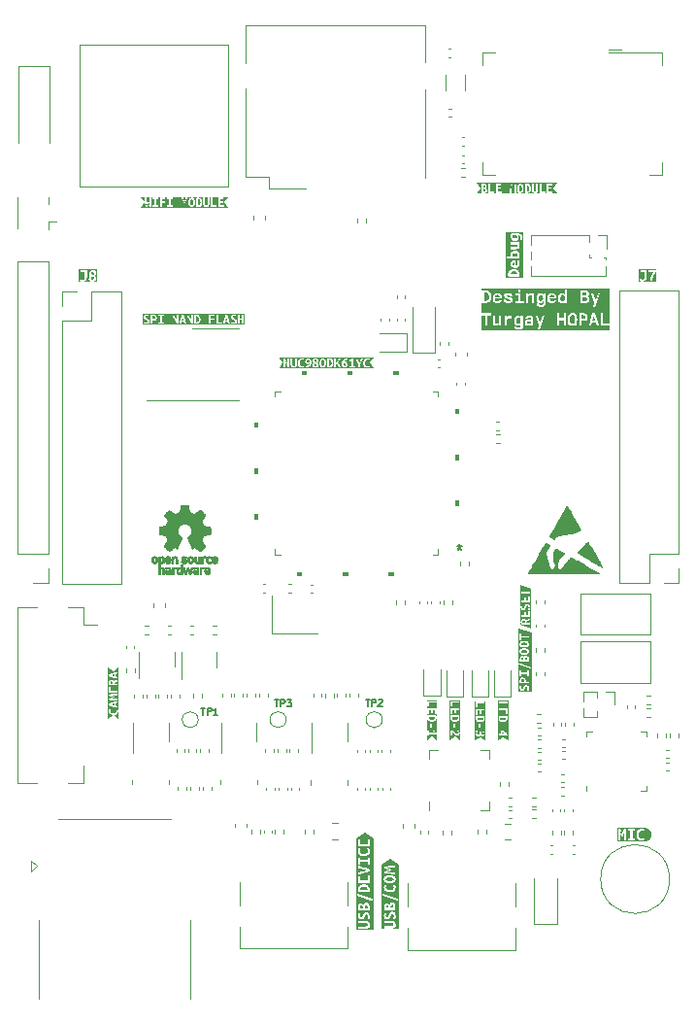
<source format=gbr>
%TF.GenerationSoftware,KiCad,Pcbnew,7.0.9*%
%TF.CreationDate,2024-06-03T19:44:05+03:00*%
%TF.ProjectId,LinuxCore-v2,4c696e75-7843-46f7-9265-2d76322e6b69,rev?*%
%TF.SameCoordinates,Original*%
%TF.FileFunction,Legend,Top*%
%TF.FilePolarity,Positive*%
%FSLAX46Y46*%
G04 Gerber Fmt 4.6, Leading zero omitted, Abs format (unit mm)*
G04 Created by KiCad (PCBNEW 7.0.9) date 2024-06-03 19:44:05*
%MOMM*%
%LPD*%
G01*
G04 APERTURE LIST*
%ADD10C,0.150000*%
%ADD11C,0.120000*%
%ADD12C,0.010000*%
%ADD13C,0.100000*%
G04 APERTURE END LIST*
D10*
X153800006Y-108721771D02*
X154142864Y-108721771D01*
X153971435Y-109321771D02*
X153971435Y-108721771D01*
X154342864Y-109321771D02*
X154342864Y-108721771D01*
X154342864Y-108721771D02*
X154571435Y-108721771D01*
X154571435Y-108721771D02*
X154628578Y-108750342D01*
X154628578Y-108750342D02*
X154657149Y-108778914D01*
X154657149Y-108778914D02*
X154685721Y-108836057D01*
X154685721Y-108836057D02*
X154685721Y-108921771D01*
X154685721Y-108921771D02*
X154657149Y-108978914D01*
X154657149Y-108978914D02*
X154628578Y-109007485D01*
X154628578Y-109007485D02*
X154571435Y-109036057D01*
X154571435Y-109036057D02*
X154342864Y-109036057D01*
X154914292Y-108778914D02*
X154942864Y-108750342D01*
X154942864Y-108750342D02*
X155000007Y-108721771D01*
X155000007Y-108721771D02*
X155142864Y-108721771D01*
X155142864Y-108721771D02*
X155200007Y-108750342D01*
X155200007Y-108750342D02*
X155228578Y-108778914D01*
X155228578Y-108778914D02*
X155257149Y-108836057D01*
X155257149Y-108836057D02*
X155257149Y-108893200D01*
X155257149Y-108893200D02*
X155228578Y-108978914D01*
X155228578Y-108978914D02*
X154885721Y-109321771D01*
X154885721Y-109321771D02*
X155257149Y-109321771D01*
X161991600Y-95235818D02*
X161991600Y-95473913D01*
X161753505Y-95378675D02*
X161991600Y-95473913D01*
X161991600Y-95473913D02*
X162229695Y-95378675D01*
X161848743Y-95664389D02*
X161991600Y-95473913D01*
X161991600Y-95473913D02*
X162134457Y-95664389D01*
X161991600Y-95235818D02*
X161991600Y-95473913D01*
X161753505Y-95378675D02*
X161991600Y-95473913D01*
X161991600Y-95473913D02*
X162229695Y-95378675D01*
X161848743Y-95664389D02*
X161991600Y-95473913D01*
X161991600Y-95473913D02*
X162134457Y-95664389D01*
X139452856Y-109479771D02*
X139795714Y-109479771D01*
X139624285Y-110079771D02*
X139624285Y-109479771D01*
X139995714Y-110079771D02*
X139995714Y-109479771D01*
X139995714Y-109479771D02*
X140224285Y-109479771D01*
X140224285Y-109479771D02*
X140281428Y-109508342D01*
X140281428Y-109508342D02*
X140309999Y-109536914D01*
X140309999Y-109536914D02*
X140338571Y-109594057D01*
X140338571Y-109594057D02*
X140338571Y-109679771D01*
X140338571Y-109679771D02*
X140309999Y-109736914D01*
X140309999Y-109736914D02*
X140281428Y-109765485D01*
X140281428Y-109765485D02*
X140224285Y-109794057D01*
X140224285Y-109794057D02*
X139995714Y-109794057D01*
X140909999Y-110079771D02*
X140567142Y-110079771D01*
X140738571Y-110079771D02*
X140738571Y-109479771D01*
X140738571Y-109479771D02*
X140681428Y-109565485D01*
X140681428Y-109565485D02*
X140624285Y-109622628D01*
X140624285Y-109622628D02*
X140567142Y-109651200D01*
X145882856Y-108749771D02*
X146225714Y-108749771D01*
X146054285Y-109349771D02*
X146054285Y-108749771D01*
X146425714Y-109349771D02*
X146425714Y-108749771D01*
X146425714Y-108749771D02*
X146654285Y-108749771D01*
X146654285Y-108749771D02*
X146711428Y-108778342D01*
X146711428Y-108778342D02*
X146739999Y-108806914D01*
X146739999Y-108806914D02*
X146768571Y-108864057D01*
X146768571Y-108864057D02*
X146768571Y-108949771D01*
X146768571Y-108949771D02*
X146739999Y-109006914D01*
X146739999Y-109006914D02*
X146711428Y-109035485D01*
X146711428Y-109035485D02*
X146654285Y-109064057D01*
X146654285Y-109064057D02*
X146425714Y-109064057D01*
X146968571Y-108749771D02*
X147339999Y-108749771D01*
X147339999Y-108749771D02*
X147139999Y-108978342D01*
X147139999Y-108978342D02*
X147225714Y-108978342D01*
X147225714Y-108978342D02*
X147282857Y-109006914D01*
X147282857Y-109006914D02*
X147311428Y-109035485D01*
X147311428Y-109035485D02*
X147339999Y-109092628D01*
X147339999Y-109092628D02*
X147339999Y-109235485D01*
X147339999Y-109235485D02*
X147311428Y-109292628D01*
X147311428Y-109292628D02*
X147282857Y-109321200D01*
X147282857Y-109321200D02*
X147225714Y-109349771D01*
X147225714Y-109349771D02*
X147054285Y-109349771D01*
X147054285Y-109349771D02*
X146997142Y-109321200D01*
X146997142Y-109321200D02*
X146968571Y-109292628D01*
D11*
%TO.C,U10*%
X176110000Y-52090000D02*
X175010000Y-52090000D01*
X179660000Y-52340000D02*
X175010000Y-52340000D01*
X165060000Y-52340000D02*
X163960000Y-52340000D01*
X163960000Y-52340000D02*
X163960000Y-53440000D01*
X179660000Y-53440000D02*
X179660000Y-52340000D01*
X179660000Y-61940000D02*
X179660000Y-63040000D01*
X179660000Y-63040000D02*
X178560000Y-63040000D01*
X165060000Y-63040000D02*
X163960000Y-63040000D01*
X163960000Y-63040000D02*
X163960000Y-61940000D01*
%TO.C,U2*%
X128837150Y-51640000D02*
X141837150Y-51640000D01*
X128837150Y-64040000D02*
X128837150Y-51640000D01*
X141837150Y-51640000D02*
X141837150Y-64040000D01*
X141837150Y-64040000D02*
X128837150Y-64040000D01*
%TO.C,R13*%
X156427150Y-100443641D02*
X156427150Y-100136359D01*
X157187150Y-100443641D02*
X157187150Y-100136359D01*
%TO.C,R1*%
X147026359Y-98690000D02*
X147333641Y-98690000D01*
X147026359Y-99450000D02*
X147333641Y-99450000D01*
%TO.C,L5*%
X136647150Y-115730000D02*
X136647150Y-116130000D01*
X133447150Y-115730000D02*
X133447150Y-116130000D01*
%TO.C,C40*%
X154137150Y-113337836D02*
X154137150Y-113122164D01*
X154857150Y-113337836D02*
X154857150Y-113122164D01*
%TO.C,kibuzzard-665B7EF0*%
G36*
X139318895Y-65156795D02*
G01*
X139370965Y-65215850D01*
X139397635Y-65300940D01*
X139405255Y-65400000D01*
X139402874Y-65456039D01*
X139395730Y-65507315D01*
X139363980Y-65591770D01*
X139305560Y-65647650D01*
X139216025Y-65667970D01*
X139202055Y-65667970D01*
X139188085Y-65666700D01*
X139188085Y-65138380D01*
X139210945Y-65135205D01*
X139233805Y-65134570D01*
X139318895Y-65156795D01*
G37*
G36*
X138710565Y-65147270D02*
G01*
X138748030Y-65205690D01*
X138765810Y-65292685D01*
X138769144Y-65344596D01*
X138770255Y-65400000D01*
X138769144Y-65455245D01*
X138765810Y-65506680D01*
X138748030Y-65593675D01*
X138709930Y-65652730D01*
X138645795Y-65674320D01*
X138581025Y-65652730D01*
X138543560Y-65594310D01*
X138525780Y-65507315D01*
X138522446Y-65455404D01*
X138521335Y-65400000D01*
X138522446Y-65344755D01*
X138525780Y-65293320D01*
X138543560Y-65206325D01*
X138581025Y-65147270D01*
X138645795Y-65125680D01*
X138710565Y-65147270D01*
G37*
G36*
X141505412Y-65400000D02*
G01*
X141814163Y-65863127D01*
X141505412Y-65863127D01*
X141452495Y-65863127D01*
X140948305Y-65863127D01*
X140817495Y-65863127D01*
X139913255Y-65863127D01*
X139199515Y-65863127D01*
X138647065Y-65863127D01*
X138299085Y-65863127D01*
X136491875Y-65863127D01*
X135868305Y-65863127D01*
X135221875Y-65863127D01*
X135079635Y-65863127D01*
X134547505Y-65863127D01*
X134494588Y-65863127D01*
X134185837Y-65863127D01*
X134494588Y-65400000D01*
X134232968Y-65007570D01*
X134547505Y-65007570D01*
X134550362Y-65104566D01*
X134553855Y-65205055D01*
X134558141Y-65306972D01*
X134563380Y-65408255D01*
X134569571Y-65508585D01*
X134576715Y-65607645D01*
X134584970Y-65703371D01*
X134594495Y-65793700D01*
X134724035Y-65793700D01*
X134750705Y-65710197D01*
X134779915Y-65619710D01*
X134809760Y-65529222D01*
X134838335Y-65445720D01*
X134866275Y-65531604D01*
X134894215Y-65621615D01*
X134922155Y-65710674D01*
X134950095Y-65793700D01*
X135079635Y-65793700D01*
X135088049Y-65703530D01*
X135095510Y-65608280D01*
X135102019Y-65509696D01*
X135107575Y-65409525D01*
X135112337Y-65308242D01*
X135116465Y-65206325D01*
X135120275Y-65105519D01*
X135124085Y-65007570D01*
X135221875Y-65007570D01*
X135221875Y-65137110D01*
X135393325Y-65137110D01*
X135393325Y-65664160D01*
X135221875Y-65664160D01*
X135221875Y-65793700D01*
X135720985Y-65793700D01*
X135720985Y-65664160D01*
X135550805Y-65664160D01*
X135550805Y-65137110D01*
X135720985Y-65137110D01*
X135720985Y-65007570D01*
X135868305Y-65007570D01*
X135868305Y-65793700D01*
X136024515Y-65793700D01*
X136024515Y-65457150D01*
X136308995Y-65457150D01*
X136308995Y-65327610D01*
X136024515Y-65327610D01*
X136024515Y-65137110D01*
X136349635Y-65137110D01*
X136349635Y-65007570D01*
X136491875Y-65007570D01*
X136491875Y-65137110D01*
X136663325Y-65137110D01*
X136663325Y-65664160D01*
X136491875Y-65664160D01*
X136491875Y-65793700D01*
X136990985Y-65793700D01*
X137722505Y-65793700D01*
X137866015Y-65793700D01*
X137859665Y-65182830D01*
X137952375Y-65515570D01*
X138066675Y-65515570D01*
X138163195Y-65182830D01*
X138155575Y-65793700D01*
X138299085Y-65793700D01*
X138296228Y-65693211D01*
X138292735Y-65594945D01*
X138288449Y-65498107D01*
X138283210Y-65401905D01*
X138283084Y-65400000D01*
X138362585Y-65400000D01*
X138367149Y-65495369D01*
X138380841Y-65578276D01*
X138403662Y-65648722D01*
X138435610Y-65706705D01*
X138491561Y-65764208D01*
X138562046Y-65798709D01*
X138647065Y-65810210D01*
X138730038Y-65798709D01*
X138758007Y-65784810D01*
X139031875Y-65784810D01*
X139117600Y-65799415D01*
X139199515Y-65803860D01*
X139276191Y-65798304D01*
X139346200Y-65781635D01*
X139408271Y-65752901D01*
X139461135Y-65711150D01*
X139504156Y-65655746D01*
X139536700Y-65586055D01*
X139557179Y-65501124D01*
X139564005Y-65400000D01*
X139557814Y-65301099D01*
X139539240Y-65217755D01*
X139509554Y-65148857D01*
X139470025Y-65093295D01*
X139420654Y-65050909D01*
X139361440Y-65021540D01*
X139306465Y-65007570D01*
X139647825Y-65007570D01*
X139647825Y-65509220D01*
X139651000Y-65574625D01*
X139660525Y-65633680D01*
X139677670Y-65685432D01*
X139703705Y-65728930D01*
X139785620Y-65789255D01*
X139843246Y-65804971D01*
X139913255Y-65810210D01*
X139984375Y-65804971D01*
X140042795Y-65789255D01*
X140089785Y-65763696D01*
X140126615Y-65728930D01*
X140153603Y-65685432D01*
X140171065Y-65633680D01*
X140180590Y-65574625D01*
X140183765Y-65509220D01*
X140183765Y-65007570D01*
X140323465Y-65007570D01*
X140323465Y-65793700D01*
X140817495Y-65793700D01*
X140817495Y-65664160D01*
X140480945Y-65664160D01*
X140480945Y-65007570D01*
X140948305Y-65007570D01*
X140948305Y-65793700D01*
X141452495Y-65793700D01*
X141452495Y-65664160D01*
X141104515Y-65664160D01*
X141104515Y-65443180D01*
X141382645Y-65443180D01*
X141382645Y-65313640D01*
X141104515Y-65313640D01*
X141104515Y-65137110D01*
X141424555Y-65137110D01*
X141424555Y-65007570D01*
X140948305Y-65007570D01*
X140480945Y-65007570D01*
X140323465Y-65007570D01*
X140183765Y-65007570D01*
X140027555Y-65007570D01*
X140027555Y-65497790D01*
X140022475Y-65580975D01*
X140004695Y-65635585D01*
X139970405Y-65665430D01*
X139915795Y-65674320D01*
X139861185Y-65665430D01*
X139827530Y-65636220D01*
X139810385Y-65582245D01*
X139805305Y-65499060D01*
X139805305Y-65007570D01*
X139647825Y-65007570D01*
X139306465Y-65007570D01*
X139293971Y-65004395D01*
X139219835Y-64998680D01*
X139132205Y-65002490D01*
X139031875Y-65017730D01*
X139031875Y-65784810D01*
X138758007Y-65784810D01*
X138799465Y-65764208D01*
X138855345Y-65706705D01*
X138887571Y-65648722D01*
X138910590Y-65578276D01*
X138924401Y-65495369D01*
X138929005Y-65400000D01*
X138924481Y-65304631D01*
X138910908Y-65221724D01*
X138888286Y-65151278D01*
X138856615Y-65093295D01*
X138801017Y-65035792D01*
X138730744Y-65001291D01*
X138645795Y-64989790D01*
X138563386Y-65001291D01*
X138493959Y-65035792D01*
X138437515Y-65093295D01*
X138404733Y-65151278D01*
X138381318Y-65221724D01*
X138367268Y-65304631D01*
X138362585Y-65400000D01*
X138283084Y-65400000D01*
X138276860Y-65305544D01*
X138269240Y-65208230D01*
X138260826Y-65109170D01*
X138252095Y-65007570D01*
X138122555Y-65007570D01*
X138099695Y-65074880D01*
X138071755Y-65161875D01*
X138040005Y-65258395D01*
X138008255Y-65355550D01*
X137979045Y-65264110D01*
X137948565Y-65166320D01*
X137919990Y-65076150D01*
X137897765Y-65007570D01*
X137768225Y-65007570D01*
X137759811Y-65093612D01*
X137752350Y-65186640D01*
X137745841Y-65284747D01*
X137740285Y-65386030D01*
X137735364Y-65489218D01*
X137730760Y-65593040D01*
X137726474Y-65695275D01*
X137722505Y-65793700D01*
X136990985Y-65793700D01*
X136990985Y-65664160D01*
X136820805Y-65664160D01*
X136820805Y-65137110D01*
X136990985Y-65137110D01*
X136990985Y-65007570D01*
X136491875Y-65007570D01*
X136349635Y-65007570D01*
X135868305Y-65007570D01*
X135720985Y-65007570D01*
X135221875Y-65007570D01*
X135124085Y-65007570D01*
X134979305Y-65007570D01*
X134979623Y-65083929D01*
X134980575Y-65163145D01*
X134981845Y-65243314D01*
X134983115Y-65322530D01*
X134984385Y-65400476D01*
X134985655Y-65476835D01*
X134986608Y-65550019D01*
X134986925Y-65618440D01*
X134958350Y-65516840D01*
X134931680Y-65424130D01*
X134909455Y-65345390D01*
X134894215Y-65285700D01*
X134779915Y-65285700D01*
X134762135Y-65347930D01*
X134737370Y-65434290D01*
X134709430Y-65529540D01*
X134683395Y-65618440D01*
X134683713Y-65550019D01*
X134684665Y-65476835D01*
X134685935Y-65400318D01*
X134687205Y-65321895D01*
X134688475Y-65242361D01*
X134689745Y-65162510D01*
X134691015Y-65083770D01*
X134692285Y-65007570D01*
X134547505Y-65007570D01*
X134232968Y-65007570D01*
X134185837Y-64936873D01*
X134494588Y-64936873D01*
X134547505Y-64936873D01*
X141452495Y-64936873D01*
X141505412Y-64936873D01*
X141814163Y-64936873D01*
X141505412Y-65400000D01*
G37*
%TO.C,U7*%
X158997150Y-63275000D02*
X158997150Y-55575000D01*
X158997150Y-49975000D02*
X158997150Y-53175000D01*
X145397150Y-64175000D02*
X148597150Y-64175000D01*
X145397150Y-64175000D02*
X145397150Y-63175000D01*
X145397150Y-63175000D02*
X144697150Y-63175000D01*
X144697150Y-63175000D02*
X144597150Y-63175000D01*
X143297150Y-63175000D02*
X144597150Y-63175000D01*
X143297150Y-55475000D02*
X143297150Y-63175000D01*
X143297150Y-53275000D02*
X143297150Y-49975000D01*
X143297150Y-49975000D02*
X158997150Y-49975000D01*
%TO.C,C13*%
X162467150Y-81112164D02*
X162467150Y-81327836D01*
X161747150Y-81112164D02*
X161747150Y-81327836D01*
%TO.C,REF\u002A\u002A*%
D12*
X173187528Y-95034619D02*
X173198908Y-95053693D01*
X173224488Y-95097421D01*
X173263002Y-95163619D01*
X173313186Y-95250102D01*
X173373775Y-95354685D01*
X173443503Y-95475183D01*
X173521107Y-95609412D01*
X173605320Y-95755187D01*
X173694879Y-95910323D01*
X173786998Y-96070000D01*
X173881076Y-96233117D01*
X173971402Y-96389709D01*
X174056665Y-96537506D01*
X174135557Y-96674240D01*
X174206769Y-96797642D01*
X174268991Y-96905444D01*
X174320913Y-96995377D01*
X174361228Y-97065173D01*
X174388624Y-97112564D01*
X174401507Y-97134786D01*
X174422507Y-97172330D01*
X174433925Y-97195831D01*
X174434551Y-97199920D01*
X174420636Y-97192242D01*
X174381941Y-97170203D01*
X174320487Y-97134971D01*
X174238298Y-97087711D01*
X174137396Y-97029589D01*
X174019805Y-96961771D01*
X173887546Y-96885424D01*
X173742642Y-96801714D01*
X173587117Y-96711806D01*
X173422992Y-96616867D01*
X173360549Y-96580732D01*
X173193487Y-96484083D01*
X173034074Y-96391938D01*
X172884355Y-96305475D01*
X172746376Y-96225871D01*
X172622185Y-96154305D01*
X172513827Y-96091955D01*
X172423348Y-96039998D01*
X172352796Y-95999613D01*
X172304215Y-95971978D01*
X172279654Y-95958272D01*
X172277085Y-95956974D01*
X172284569Y-95945220D01*
X172310614Y-95913795D01*
X172352559Y-95865594D01*
X172407746Y-95803510D01*
X172473517Y-95730439D01*
X172547212Y-95649276D01*
X172626173Y-95562916D01*
X172707740Y-95474253D01*
X172789254Y-95386182D01*
X172868057Y-95301599D01*
X172941490Y-95223397D01*
X173006893Y-95154472D01*
X173061608Y-95097719D01*
X173102977Y-95056032D01*
X173117164Y-95042363D01*
X173164180Y-94998201D01*
X173187528Y-95034619D01*
G36*
X173187528Y-95034619D02*
G01*
X173198908Y-95053693D01*
X173224488Y-95097421D01*
X173263002Y-95163619D01*
X173313186Y-95250102D01*
X173373775Y-95354685D01*
X173443503Y-95475183D01*
X173521107Y-95609412D01*
X173605320Y-95755187D01*
X173694879Y-95910323D01*
X173786998Y-96070000D01*
X173881076Y-96233117D01*
X173971402Y-96389709D01*
X174056665Y-96537506D01*
X174135557Y-96674240D01*
X174206769Y-96797642D01*
X174268991Y-96905444D01*
X174320913Y-96995377D01*
X174361228Y-97065173D01*
X174388624Y-97112564D01*
X174401507Y-97134786D01*
X174422507Y-97172330D01*
X174433925Y-97195831D01*
X174434551Y-97199920D01*
X174420636Y-97192242D01*
X174381941Y-97170203D01*
X174320487Y-97134971D01*
X174238298Y-97087711D01*
X174137396Y-97029589D01*
X174019805Y-96961771D01*
X173887546Y-96885424D01*
X173742642Y-96801714D01*
X173587117Y-96711806D01*
X173422992Y-96616867D01*
X173360549Y-96580732D01*
X173193487Y-96484083D01*
X173034074Y-96391938D01*
X172884355Y-96305475D01*
X172746376Y-96225871D01*
X172622185Y-96154305D01*
X172513827Y-96091955D01*
X172423348Y-96039998D01*
X172352796Y-95999613D01*
X172304215Y-95971978D01*
X172279654Y-95958272D01*
X172277085Y-95956974D01*
X172284569Y-95945220D01*
X172310614Y-95913795D01*
X172352559Y-95865594D01*
X172407746Y-95803510D01*
X172473517Y-95730439D01*
X172547212Y-95649276D01*
X172626173Y-95562916D01*
X172707740Y-95474253D01*
X172789254Y-95386182D01*
X172868057Y-95301599D01*
X172941490Y-95223397D01*
X173006893Y-95154472D01*
X173061608Y-95097719D01*
X173102977Y-95056032D01*
X173117164Y-95042363D01*
X173164180Y-94998201D01*
X173187528Y-95034619D01*
G37*
X171364043Y-91885835D02*
X171387065Y-91923245D01*
X171422534Y-91982514D01*
X171468996Y-92061118D01*
X171524996Y-92156538D01*
X171589081Y-92266250D01*
X171659796Y-92387734D01*
X171735687Y-92518468D01*
X171815299Y-92655930D01*
X171897178Y-92797598D01*
X171979870Y-92940951D01*
X172061921Y-93083467D01*
X172141876Y-93222624D01*
X172218281Y-93355901D01*
X172289682Y-93480776D01*
X172354624Y-93594727D01*
X172411653Y-93695233D01*
X172459315Y-93779772D01*
X172496155Y-93845822D01*
X172520720Y-93890862D01*
X172531554Y-93912370D01*
X172531951Y-93913714D01*
X172518501Y-93931965D01*
X172481114Y-93959882D01*
X172424235Y-93994725D01*
X172352312Y-94033754D01*
X172277015Y-94070843D01*
X172174560Y-94115817D01*
X172066817Y-94156226D01*
X171950073Y-94192969D01*
X171820618Y-94226942D01*
X171674740Y-94259044D01*
X171508726Y-94290173D01*
X171318866Y-94321227D01*
X171122469Y-94350145D01*
X170951834Y-94375800D01*
X170808545Y-94401198D01*
X170689008Y-94427602D01*
X170589630Y-94456273D01*
X170506818Y-94488473D01*
X170436978Y-94525465D01*
X170376518Y-94568512D01*
X170321845Y-94618875D01*
X170304214Y-94637583D01*
X170266000Y-94681139D01*
X170237732Y-94716682D01*
X170224618Y-94737583D01*
X170224268Y-94739297D01*
X170219680Y-94749806D01*
X170203758Y-94749924D01*
X170173266Y-94738254D01*
X170124968Y-94713396D01*
X170055627Y-94673952D01*
X170007439Y-94645587D01*
X169935583Y-94601247D01*
X169879742Y-94563279D01*
X169843667Y-94534416D01*
X169831113Y-94517388D01*
X169831121Y-94517264D01*
X169838906Y-94501037D01*
X169860892Y-94460400D01*
X169895803Y-94397567D01*
X169942363Y-94314752D01*
X169999295Y-94214172D01*
X170065323Y-94098040D01*
X170139172Y-93968571D01*
X170219564Y-93827980D01*
X170305224Y-93678482D01*
X170394876Y-93522292D01*
X170487243Y-93361624D01*
X170581049Y-93198693D01*
X170675018Y-93035713D01*
X170767874Y-92874900D01*
X170858340Y-92718468D01*
X170945141Y-92568633D01*
X171027000Y-92427608D01*
X171102641Y-92297609D01*
X171170787Y-92180849D01*
X171230163Y-92079545D01*
X171279493Y-91995911D01*
X171317500Y-91932162D01*
X171342907Y-91890511D01*
X171354440Y-91873175D01*
X171354923Y-91872805D01*
X171364043Y-91885835D01*
G36*
X171364043Y-91885835D02*
G01*
X171387065Y-91923245D01*
X171422534Y-91982514D01*
X171468996Y-92061118D01*
X171524996Y-92156538D01*
X171589081Y-92266250D01*
X171659796Y-92387734D01*
X171735687Y-92518468D01*
X171815299Y-92655930D01*
X171897178Y-92797598D01*
X171979870Y-92940951D01*
X172061921Y-93083467D01*
X172141876Y-93222624D01*
X172218281Y-93355901D01*
X172289682Y-93480776D01*
X172354624Y-93594727D01*
X172411653Y-93695233D01*
X172459315Y-93779772D01*
X172496155Y-93845822D01*
X172520720Y-93890862D01*
X172531554Y-93912370D01*
X172531951Y-93913714D01*
X172518501Y-93931965D01*
X172481114Y-93959882D01*
X172424235Y-93994725D01*
X172352312Y-94033754D01*
X172277015Y-94070843D01*
X172174560Y-94115817D01*
X172066817Y-94156226D01*
X171950073Y-94192969D01*
X171820618Y-94226942D01*
X171674740Y-94259044D01*
X171508726Y-94290173D01*
X171318866Y-94321227D01*
X171122469Y-94350145D01*
X170951834Y-94375800D01*
X170808545Y-94401198D01*
X170689008Y-94427602D01*
X170589630Y-94456273D01*
X170506818Y-94488473D01*
X170436978Y-94525465D01*
X170376518Y-94568512D01*
X170321845Y-94618875D01*
X170304214Y-94637583D01*
X170266000Y-94681139D01*
X170237732Y-94716682D01*
X170224618Y-94737583D01*
X170224268Y-94739297D01*
X170219680Y-94749806D01*
X170203758Y-94749924D01*
X170173266Y-94738254D01*
X170124968Y-94713396D01*
X170055627Y-94673952D01*
X170007439Y-94645587D01*
X169935583Y-94601247D01*
X169879742Y-94563279D01*
X169843667Y-94534416D01*
X169831113Y-94517388D01*
X169831121Y-94517264D01*
X169838906Y-94501037D01*
X169860892Y-94460400D01*
X169895803Y-94397567D01*
X169942363Y-94314752D01*
X169999295Y-94214172D01*
X170065323Y-94098040D01*
X170139172Y-93968571D01*
X170219564Y-93827980D01*
X170305224Y-93678482D01*
X170394876Y-93522292D01*
X170487243Y-93361624D01*
X170581049Y-93198693D01*
X170675018Y-93035713D01*
X170767874Y-92874900D01*
X170858340Y-92718468D01*
X170945141Y-92568633D01*
X171027000Y-92427608D01*
X171102641Y-92297609D01*
X171170787Y-92180849D01*
X171230163Y-92079545D01*
X171279493Y-91995911D01*
X171317500Y-91932162D01*
X171342907Y-91890511D01*
X171354440Y-91873175D01*
X171354923Y-91872805D01*
X171364043Y-91885835D01*
G37*
X169522094Y-95091158D02*
X169554619Y-95103736D01*
X169604193Y-95128712D01*
X169675374Y-95167876D01*
X169680916Y-95170988D01*
X169746474Y-95208476D01*
X169801798Y-95241319D01*
X169841455Y-95266205D01*
X169860012Y-95279820D01*
X169860531Y-95280487D01*
X169856048Y-95299390D01*
X169835486Y-95341605D01*
X169800183Y-95404832D01*
X169751480Y-95486772D01*
X169690718Y-95585122D01*
X169619236Y-95697585D01*
X169601445Y-95725165D01*
X169555093Y-95801699D01*
X169521342Y-95867556D01*
X169503153Y-95916782D01*
X169501286Y-95926507D01*
X169502115Y-95969312D01*
X169511394Y-96037209D01*
X169527968Y-96125843D01*
X169550680Y-96230859D01*
X169578373Y-96347902D01*
X169609890Y-96472616D01*
X169644075Y-96600645D01*
X169679771Y-96727634D01*
X169715821Y-96849228D01*
X169751068Y-96961072D01*
X169784356Y-97058810D01*
X169814528Y-97138087D01*
X169835561Y-97185122D01*
X169860337Y-97235225D01*
X169883730Y-97283168D01*
X169884997Y-97285793D01*
X169923699Y-97334220D01*
X169980184Y-97366828D01*
X170045939Y-97382454D01*
X170112451Y-97379937D01*
X170171205Y-97358114D01*
X170204258Y-97329382D01*
X170251859Y-97250583D01*
X170286739Y-97152378D01*
X170305877Y-97044779D01*
X170308588Y-96983780D01*
X170297670Y-96869935D01*
X170265624Y-96775660D01*
X170210726Y-96696379D01*
X170193607Y-96678733D01*
X170142661Y-96629235D01*
X170139163Y-96279362D01*
X170135664Y-95929489D01*
X170224818Y-95794531D01*
X170266654Y-95733445D01*
X170306945Y-95678493D01*
X170339943Y-95637336D01*
X170354126Y-95622192D01*
X170394281Y-95584810D01*
X170448665Y-95614098D01*
X170483039Y-95635084D01*
X170501846Y-95651378D01*
X170503049Y-95654307D01*
X170515903Y-95666728D01*
X170537896Y-95675977D01*
X170559150Y-95684313D01*
X170591694Y-95700149D01*
X170638322Y-95725033D01*
X170701829Y-95760509D01*
X170785008Y-95808123D01*
X170890653Y-95869422D01*
X170948062Y-95902932D01*
X171015594Y-95943071D01*
X171059885Y-95971659D01*
X171084855Y-95992039D01*
X171094423Y-96007553D01*
X171092508Y-96021546D01*
X171090911Y-96024796D01*
X171075376Y-96045266D01*
X171042136Y-96083665D01*
X170995062Y-96135696D01*
X170938028Y-96197066D01*
X170888700Y-96249090D01*
X170775030Y-96372567D01*
X170686105Y-96479591D01*
X170621134Y-96571240D01*
X170579321Y-96648588D01*
X170565217Y-96687866D01*
X170559392Y-96722249D01*
X170553375Y-96780899D01*
X170547696Y-96857117D01*
X170542884Y-96944202D01*
X170540619Y-96999268D01*
X170537459Y-97094464D01*
X170536069Y-97164062D01*
X170536858Y-97213409D01*
X170540235Y-97247854D01*
X170546608Y-97272743D01*
X170556387Y-97293425D01*
X170564067Y-97306053D01*
X170608421Y-97354726D01*
X170665574Y-97388645D01*
X170725708Y-97403438D01*
X170770773Y-97398086D01*
X170811576Y-97374930D01*
X170862724Y-97333462D01*
X170917042Y-97280912D01*
X170967357Y-97224516D01*
X171006494Y-97171505D01*
X171020905Y-97145889D01*
X171042491Y-97110814D01*
X171081753Y-97057389D01*
X171135102Y-96989789D01*
X171198952Y-96912190D01*
X171269715Y-96828768D01*
X171343804Y-96743698D01*
X171417632Y-96661155D01*
X171487611Y-96585316D01*
X171550155Y-96520356D01*
X171599260Y-96472669D01*
X171653779Y-96425032D01*
X171699642Y-96389908D01*
X171731811Y-96370949D01*
X171742489Y-96368864D01*
X171758853Y-96377274D01*
X171799671Y-96399846D01*
X171862586Y-96435224D01*
X171945244Y-96482054D01*
X172045289Y-96538981D01*
X172160366Y-96604649D01*
X172288119Y-96677703D01*
X172426194Y-96756788D01*
X172572234Y-96840548D01*
X172723884Y-96927629D01*
X172878790Y-97016676D01*
X173034595Y-97106332D01*
X173188944Y-97195243D01*
X173339482Y-97282054D01*
X173483854Y-97365409D01*
X173619704Y-97443954D01*
X173744677Y-97516333D01*
X173856417Y-97581190D01*
X173952570Y-97637171D01*
X174030779Y-97682920D01*
X174088689Y-97717083D01*
X174123946Y-97738304D01*
X174134165Y-97744963D01*
X174120402Y-97746280D01*
X174077104Y-97747559D01*
X174005714Y-97748796D01*
X173907673Y-97749983D01*
X173784422Y-97751115D01*
X173637403Y-97752186D01*
X173468057Y-97753189D01*
X173277826Y-97754119D01*
X173068151Y-97754968D01*
X172840473Y-97755732D01*
X172596235Y-97756403D01*
X172336877Y-97756976D01*
X172063841Y-97757444D01*
X171778568Y-97757802D01*
X171482500Y-97758042D01*
X171177079Y-97758159D01*
X171048924Y-97758171D01*
X167948970Y-97758171D01*
X168170053Y-97374847D01*
X168216856Y-97293680D01*
X168277102Y-97189166D01*
X168348778Y-97064801D01*
X168429869Y-96924082D01*
X168518362Y-96770503D01*
X168612240Y-96607562D01*
X168709491Y-96438754D01*
X168808100Y-96267575D01*
X168906053Y-96097521D01*
X168930825Y-96054512D01*
X169021152Y-95897857D01*
X169107289Y-95748803D01*
X169187942Y-95609568D01*
X169261816Y-95482371D01*
X169327617Y-95369432D01*
X169384050Y-95272968D01*
X169429821Y-95195200D01*
X169463635Y-95138346D01*
X169484198Y-95104625D01*
X169489953Y-95096040D01*
X169502058Y-95089189D01*
X169522094Y-95091158D01*
G36*
X169522094Y-95091158D02*
G01*
X169554619Y-95103736D01*
X169604193Y-95128712D01*
X169675374Y-95167876D01*
X169680916Y-95170988D01*
X169746474Y-95208476D01*
X169801798Y-95241319D01*
X169841455Y-95266205D01*
X169860012Y-95279820D01*
X169860531Y-95280487D01*
X169856048Y-95299390D01*
X169835486Y-95341605D01*
X169800183Y-95404832D01*
X169751480Y-95486772D01*
X169690718Y-95585122D01*
X169619236Y-95697585D01*
X169601445Y-95725165D01*
X169555093Y-95801699D01*
X169521342Y-95867556D01*
X169503153Y-95916782D01*
X169501286Y-95926507D01*
X169502115Y-95969312D01*
X169511394Y-96037209D01*
X169527968Y-96125843D01*
X169550680Y-96230859D01*
X169578373Y-96347902D01*
X169609890Y-96472616D01*
X169644075Y-96600645D01*
X169679771Y-96727634D01*
X169715821Y-96849228D01*
X169751068Y-96961072D01*
X169784356Y-97058810D01*
X169814528Y-97138087D01*
X169835561Y-97185122D01*
X169860337Y-97235225D01*
X169883730Y-97283168D01*
X169884997Y-97285793D01*
X169923699Y-97334220D01*
X169980184Y-97366828D01*
X170045939Y-97382454D01*
X170112451Y-97379937D01*
X170171205Y-97358114D01*
X170204258Y-97329382D01*
X170251859Y-97250583D01*
X170286739Y-97152378D01*
X170305877Y-97044779D01*
X170308588Y-96983780D01*
X170297670Y-96869935D01*
X170265624Y-96775660D01*
X170210726Y-96696379D01*
X170193607Y-96678733D01*
X170142661Y-96629235D01*
X170139163Y-96279362D01*
X170135664Y-95929489D01*
X170224818Y-95794531D01*
X170266654Y-95733445D01*
X170306945Y-95678493D01*
X170339943Y-95637336D01*
X170354126Y-95622192D01*
X170394281Y-95584810D01*
X170448665Y-95614098D01*
X170483039Y-95635084D01*
X170501846Y-95651378D01*
X170503049Y-95654307D01*
X170515903Y-95666728D01*
X170537896Y-95675977D01*
X170559150Y-95684313D01*
X170591694Y-95700149D01*
X170638322Y-95725033D01*
X170701829Y-95760509D01*
X170785008Y-95808123D01*
X170890653Y-95869422D01*
X170948062Y-95902932D01*
X171015594Y-95943071D01*
X171059885Y-95971659D01*
X171084855Y-95992039D01*
X171094423Y-96007553D01*
X171092508Y-96021546D01*
X171090911Y-96024796D01*
X171075376Y-96045266D01*
X171042136Y-96083665D01*
X170995062Y-96135696D01*
X170938028Y-96197066D01*
X170888700Y-96249090D01*
X170775030Y-96372567D01*
X170686105Y-96479591D01*
X170621134Y-96571240D01*
X170579321Y-96648588D01*
X170565217Y-96687866D01*
X170559392Y-96722249D01*
X170553375Y-96780899D01*
X170547696Y-96857117D01*
X170542884Y-96944202D01*
X170540619Y-96999268D01*
X170537459Y-97094464D01*
X170536069Y-97164062D01*
X170536858Y-97213409D01*
X170540235Y-97247854D01*
X170546608Y-97272743D01*
X170556387Y-97293425D01*
X170564067Y-97306053D01*
X170608421Y-97354726D01*
X170665574Y-97388645D01*
X170725708Y-97403438D01*
X170770773Y-97398086D01*
X170811576Y-97374930D01*
X170862724Y-97333462D01*
X170917042Y-97280912D01*
X170967357Y-97224516D01*
X171006494Y-97171505D01*
X171020905Y-97145889D01*
X171042491Y-97110814D01*
X171081753Y-97057389D01*
X171135102Y-96989789D01*
X171198952Y-96912190D01*
X171269715Y-96828768D01*
X171343804Y-96743698D01*
X171417632Y-96661155D01*
X171487611Y-96585316D01*
X171550155Y-96520356D01*
X171599260Y-96472669D01*
X171653779Y-96425032D01*
X171699642Y-96389908D01*
X171731811Y-96370949D01*
X171742489Y-96368864D01*
X171758853Y-96377274D01*
X171799671Y-96399846D01*
X171862586Y-96435224D01*
X171945244Y-96482054D01*
X172045289Y-96538981D01*
X172160366Y-96604649D01*
X172288119Y-96677703D01*
X172426194Y-96756788D01*
X172572234Y-96840548D01*
X172723884Y-96927629D01*
X172878790Y-97016676D01*
X173034595Y-97106332D01*
X173188944Y-97195243D01*
X173339482Y-97282054D01*
X173483854Y-97365409D01*
X173619704Y-97443954D01*
X173744677Y-97516333D01*
X173856417Y-97581190D01*
X173952570Y-97637171D01*
X174030779Y-97682920D01*
X174088689Y-97717083D01*
X174123946Y-97738304D01*
X174134165Y-97744963D01*
X174120402Y-97746280D01*
X174077104Y-97747559D01*
X174005714Y-97748796D01*
X173907673Y-97749983D01*
X173784422Y-97751115D01*
X173637403Y-97752186D01*
X173468057Y-97753189D01*
X173277826Y-97754119D01*
X173068151Y-97754968D01*
X172840473Y-97755732D01*
X172596235Y-97756403D01*
X172336877Y-97756976D01*
X172063841Y-97757444D01*
X171778568Y-97757802D01*
X171482500Y-97758042D01*
X171177079Y-97758159D01*
X171048924Y-97758171D01*
X167948970Y-97758171D01*
X168170053Y-97374847D01*
X168216856Y-97293680D01*
X168277102Y-97189166D01*
X168348778Y-97064801D01*
X168429869Y-96924082D01*
X168518362Y-96770503D01*
X168612240Y-96607562D01*
X168709491Y-96438754D01*
X168808100Y-96267575D01*
X168906053Y-96097521D01*
X168930825Y-96054512D01*
X169021152Y-95897857D01*
X169107289Y-95748803D01*
X169187942Y-95609568D01*
X169261816Y-95482371D01*
X169327617Y-95369432D01*
X169384050Y-95272968D01*
X169429821Y-95195200D01*
X169463635Y-95138346D01*
X169484198Y-95104625D01*
X169489953Y-95096040D01*
X169502058Y-95089189D01*
X169522094Y-95091158D01*
G37*
%TO.C,kibuzzard-665B7FBD*%
G36*
X130082600Y-71476150D02*
G01*
X130119906Y-71559494D01*
X130099269Y-71644425D01*
X130029419Y-71724594D01*
X129951234Y-71687287D01*
X129900831Y-71651569D01*
X129864319Y-71561081D01*
X129903212Y-71476944D01*
X129992906Y-71448369D01*
X130082600Y-71476150D01*
G37*
G36*
X130029419Y-71896837D02*
G01*
X130096887Y-71936525D01*
X130134987Y-71980181D01*
X130146894Y-72035744D01*
X130104825Y-72117500D01*
X129991319Y-72151631D01*
X129884163Y-72119087D01*
X129838919Y-72023044D01*
X129862731Y-71936525D01*
X129930994Y-71854769D01*
X130029419Y-71896837D01*
G37*
G36*
X130397190Y-72379702D02*
G01*
X130331044Y-72379702D01*
X129988144Y-72379702D01*
X129148356Y-72379702D01*
X128868956Y-72379702D01*
X128802810Y-72379702D01*
X128802810Y-72226244D01*
X128868956Y-72226244D01*
X128981669Y-72288156D01*
X129056678Y-72307206D01*
X129148356Y-72313556D01*
X129236462Y-72306611D01*
X129310281Y-72285775D01*
X129370805Y-72253033D01*
X129419025Y-72210369D01*
X129479350Y-72099244D01*
X129490304Y-72046856D01*
X129656356Y-72046856D01*
X129680169Y-72158775D01*
X129747637Y-72242912D01*
X129852412Y-72295300D01*
X129916905Y-72308992D01*
X129988144Y-72313556D01*
X130075853Y-72307206D01*
X130148481Y-72288156D01*
X130254050Y-72223862D01*
X130312787Y-72135756D01*
X130331044Y-72038919D01*
X130321717Y-71967481D01*
X130293738Y-71902394D01*
X130243136Y-71842862D01*
X130165944Y-71788094D01*
X130227856Y-71738286D01*
X130270719Y-71677762D01*
X130295722Y-71611286D01*
X130304056Y-71543619D01*
X130283220Y-71438050D01*
X130220713Y-71356294D01*
X130122883Y-71303906D01*
X129996081Y-71286444D01*
X129914325Y-71293191D01*
X129846856Y-71313431D01*
X129750019Y-71381694D01*
X129696837Y-71474562D01*
X129680169Y-71573781D01*
X129705569Y-71688081D01*
X129742081Y-71740469D01*
X129800819Y-71789681D01*
X129736128Y-71844252D01*
X129691281Y-71906362D01*
X129665087Y-71974427D01*
X129656356Y-72046856D01*
X129490304Y-72046856D01*
X129493042Y-72033759D01*
X129497606Y-71964306D01*
X129497606Y-71310256D01*
X128972144Y-71310256D01*
X128972144Y-71472181D01*
X129300756Y-71472181D01*
X129300756Y-71953194D01*
X129289048Y-72045467D01*
X129253925Y-72103213D01*
X129199752Y-72133573D01*
X129130894Y-72143694D01*
X129031675Y-72119881D01*
X128943569Y-72070669D01*
X128868956Y-72226244D01*
X128802810Y-72226244D01*
X128802810Y-71220298D01*
X128868956Y-71220298D01*
X130331044Y-71220298D01*
X130397190Y-71220298D01*
X130397190Y-72379702D01*
G37*
D11*
%TO.C,R47*%
X180037150Y-111716359D02*
X180037150Y-112023641D01*
X179277150Y-111716359D02*
X179277150Y-112023641D01*
%TO.C,TP2*%
X155257150Y-110500000D02*
G75*
G03*
X155257150Y-110500000I-700000J0D01*
G01*
%TO.C,R21*%
X138473509Y-102300000D02*
X138780791Y-102300000D01*
X138473509Y-103060000D02*
X138780791Y-103060000D01*
%TO.C,kibuzzard-665B7DDA*%
G36*
X178297394Y-119932215D02*
G01*
X178405993Y-119965158D01*
X178506078Y-120018655D01*
X178593804Y-120090650D01*
X178665799Y-120178376D01*
X178719296Y-120278461D01*
X178752239Y-120387061D01*
X178763363Y-120500000D01*
X178752239Y-120612939D01*
X178719296Y-120721539D01*
X178665799Y-120821624D01*
X178593804Y-120909350D01*
X178506078Y-120981345D01*
X178405993Y-121034842D01*
X178297394Y-121067785D01*
X178184454Y-121078908D01*
X178118308Y-121078908D01*
X177843671Y-121078908D01*
X176665746Y-121078908D01*
X176543508Y-121078908D01*
X175822783Y-121078908D01*
X175756637Y-121078908D01*
X175756637Y-120992125D01*
X175822783Y-120992125D01*
X176002171Y-120992125D01*
X175994233Y-120228537D01*
X176110121Y-120644462D01*
X176252996Y-120644462D01*
X176373646Y-120228537D01*
X176364121Y-120992125D01*
X176543508Y-120992125D01*
X176539936Y-120866514D01*
X176535571Y-120743681D01*
X176530213Y-120622634D01*
X176523665Y-120502381D01*
X176515727Y-120381930D01*
X176506202Y-120260287D01*
X176495685Y-120136462D01*
X176484771Y-120009462D01*
X176665746Y-120009462D01*
X176665746Y-120171387D01*
X176880058Y-120171387D01*
X176880058Y-120830200D01*
X176665746Y-120830200D01*
X176665746Y-120992125D01*
X177289633Y-120992125D01*
X177289633Y-120830200D01*
X177076908Y-120830200D01*
X177076908Y-120500000D01*
X177416633Y-120500000D01*
X177423479Y-120615987D01*
X177444018Y-120717884D01*
X177478248Y-120805693D01*
X177526171Y-120879412D01*
X177610132Y-120953496D01*
X177715965Y-120997946D01*
X177843671Y-121012762D01*
X177930388Y-121007405D01*
X178006390Y-120991331D01*
X178118308Y-120944500D01*
X178069096Y-120790512D01*
X177988927Y-120825437D01*
X177862721Y-120842900D01*
X177749413Y-120820477D01*
X177673015Y-120753206D01*
X177640824Y-120684679D01*
X177621509Y-120598690D01*
X177615071Y-120495237D01*
X177620429Y-120406337D01*
X177636502Y-120333312D01*
X177692065Y-120229331D01*
X177769852Y-120173769D01*
X177859546Y-120157100D01*
X177977815Y-120173769D01*
X178065921Y-120214250D01*
X178116721Y-120058675D01*
X178084177Y-120039625D01*
X178030996Y-120015812D01*
X177957177Y-119995969D01*
X177862721Y-119987237D01*
X177769654Y-119995770D01*
X177684127Y-120021369D01*
X177607927Y-120063437D01*
X177542840Y-120121381D01*
X177489857Y-120194605D01*
X177449971Y-120282512D01*
X177424968Y-120384509D01*
X177416633Y-120500000D01*
X177076908Y-120500000D01*
X177076908Y-120171387D01*
X177289633Y-120171387D01*
X177289633Y-120009462D01*
X176665746Y-120009462D01*
X176484771Y-120009462D01*
X176322846Y-120009462D01*
X176294271Y-120093600D01*
X176259346Y-120202344D01*
X176219658Y-120322994D01*
X176179971Y-120444437D01*
X176143458Y-120330137D01*
X176105358Y-120207900D01*
X176069640Y-120095187D01*
X176041858Y-120009462D01*
X175879933Y-120009462D01*
X175869416Y-120117016D01*
X175860090Y-120233300D01*
X175851954Y-120355934D01*
X175845008Y-120482537D01*
X175838857Y-120611522D01*
X175833102Y-120741300D01*
X175827744Y-120869094D01*
X175822783Y-120992125D01*
X175756637Y-120992125D01*
X175756637Y-119921092D01*
X175822783Y-119921092D01*
X178118308Y-119921092D01*
X178184454Y-119921092D01*
X178297394Y-119932215D01*
G37*
%TO.C,kibuzzard-665B7F32*%
G36*
X149509730Y-79141555D02*
G01*
X149539575Y-79208230D01*
X149523065Y-79276175D01*
X149467185Y-79340310D01*
X149404638Y-79310465D01*
X149364315Y-79281890D01*
X149335105Y-79209500D01*
X149366220Y-79142190D01*
X149437975Y-79119330D01*
X149509730Y-79141555D01*
G37*
G36*
X149467185Y-79478105D02*
G01*
X149521160Y-79509855D01*
X149551640Y-79544780D01*
X149561165Y-79589230D01*
X149527510Y-79654635D01*
X149436705Y-79681940D01*
X149350980Y-79655905D01*
X149314785Y-79579070D01*
X149333835Y-79509855D01*
X149388445Y-79444450D01*
X149467185Y-79478105D01*
G37*
G36*
X150746075Y-79158065D02*
G01*
X150798145Y-79217120D01*
X150824815Y-79302210D01*
X150832435Y-79401270D01*
X150830054Y-79457309D01*
X150822910Y-79508585D01*
X150791160Y-79593040D01*
X150732740Y-79648920D01*
X150643205Y-79669240D01*
X150629235Y-79669240D01*
X150615265Y-79667970D01*
X150615265Y-79139650D01*
X150638125Y-79136475D01*
X150660985Y-79135840D01*
X150746075Y-79158065D01*
G37*
G36*
X148853140Y-79138380D02*
G01*
X148888700Y-79181560D01*
X148907750Y-79240615D01*
X148913465Y-79304750D01*
X148912830Y-79333325D01*
X148910925Y-79358090D01*
X148867745Y-79372060D01*
X148816945Y-79377140D01*
X148760430Y-79369202D01*
X148722965Y-79345390D01*
X148695025Y-79253950D01*
X148700740Y-79203150D01*
X148718520Y-79161240D01*
X148750270Y-79132665D01*
X148797895Y-79121870D01*
X148853140Y-79138380D01*
G37*
G36*
X152022743Y-79429686D02*
G01*
X152059255Y-79453975D01*
X152085925Y-79546050D01*
X152080210Y-79590500D01*
X152062430Y-79632410D01*
X152031315Y-79664160D01*
X151985595Y-79676860D01*
X151930350Y-79660985D01*
X151895425Y-79618440D01*
X151877645Y-79558115D01*
X151872565Y-79487630D01*
X151873200Y-79463500D01*
X151875105Y-79440640D01*
X151917015Y-79426670D01*
X151966545Y-79421590D01*
X152022743Y-79429686D01*
G37*
G36*
X150129966Y-79142031D02*
G01*
X150171400Y-79194895D01*
X150190097Y-79249011D01*
X150201316Y-79317379D01*
X150205055Y-79400000D01*
X150201316Y-79483326D01*
X150190097Y-79552118D01*
X150171400Y-79606375D01*
X150129966Y-79659239D01*
X150074245Y-79676467D01*
X150072975Y-79676860D01*
X150016778Y-79659239D01*
X149975185Y-79606375D01*
X149956135Y-79552118D01*
X149944705Y-79483326D01*
X149940895Y-79400000D01*
X149941481Y-79387300D01*
X150003125Y-79387300D01*
X150022175Y-79446355D01*
X150074245Y-79471120D01*
X150124410Y-79446355D01*
X150144095Y-79387300D01*
X150124410Y-79327610D01*
X150074245Y-79302210D01*
X150022175Y-79327610D01*
X150003125Y-79387300D01*
X149941481Y-79387300D01*
X149944705Y-79317379D01*
X149956135Y-79249011D01*
X149975185Y-79194895D01*
X150016778Y-79142031D01*
X150072975Y-79124410D01*
X150129966Y-79142031D01*
G37*
G36*
X154214022Y-79400000D02*
G01*
X154523619Y-79864397D01*
X154214022Y-79864397D01*
X154161105Y-79864397D01*
X153941395Y-79864397D01*
X153327985Y-79864397D01*
X152878405Y-79864397D01*
X151989405Y-79864397D01*
X151469975Y-79864397D01*
X150626695Y-79864397D01*
X150072975Y-79864397D01*
X149434165Y-79864397D01*
X148595965Y-79864397D01*
X148226395Y-79864397D01*
X147530435Y-79864397D01*
X147031325Y-79864397D01*
X146638895Y-79864397D01*
X146585978Y-79864397D01*
X146276381Y-79864397D01*
X146585978Y-79400000D01*
X146325206Y-79008840D01*
X146638895Y-79008840D01*
X146638895Y-79794970D01*
X146779865Y-79794970D01*
X146779865Y-79273000D01*
X146827067Y-79360136D01*
X146872152Y-79447131D01*
X146915120Y-79533985D01*
X146955972Y-79620839D01*
X146994707Y-79707834D01*
X147031325Y-79794970D01*
X147157055Y-79794970D01*
X147157055Y-79008840D01*
X147265005Y-79008840D01*
X147265005Y-79510490D01*
X147268180Y-79575895D01*
X147277705Y-79634950D01*
X147294850Y-79686703D01*
X147320885Y-79730200D01*
X147402800Y-79790525D01*
X147460426Y-79806241D01*
X147530435Y-79811480D01*
X147601555Y-79806241D01*
X147659975Y-79790525D01*
X147706965Y-79764966D01*
X147743795Y-79730200D01*
X147770783Y-79686703D01*
X147788245Y-79634950D01*
X147797770Y-79575895D01*
X147800945Y-79510490D01*
X147800945Y-79401270D01*
X147884765Y-79401270D01*
X147890242Y-79494059D01*
X147906672Y-79575577D01*
X147934057Y-79645824D01*
X147972395Y-79704800D01*
X148039564Y-79764067D01*
X148124231Y-79799627D01*
X148226395Y-79811480D01*
X148295769Y-79807194D01*
X148356570Y-79794335D01*
X148446105Y-79756870D01*
X148406735Y-79633680D01*
X148342600Y-79661620D01*
X148241635Y-79675590D01*
X148150989Y-79657651D01*
X148089870Y-79603835D01*
X148064117Y-79549013D01*
X148048666Y-79480222D01*
X148043515Y-79397460D01*
X148047801Y-79326340D01*
X148060660Y-79267920D01*
X148066768Y-79256490D01*
X148542625Y-79256490D01*
X148556595Y-79353645D01*
X148601045Y-79433020D01*
X148679785Y-79486995D01*
X148733125Y-79501759D01*
X148796625Y-79506680D01*
X148885525Y-79485090D01*
X148840758Y-79564306D01*
X148772495Y-79619075D01*
X148687088Y-79651301D01*
X148590885Y-79662890D01*
X148595965Y-79797510D01*
X148697724Y-79789731D01*
X148789640Y-79766395D01*
X148870285Y-79728136D01*
X148938230Y-79675590D01*
X148992681Y-79608756D01*
X148997947Y-79598120D01*
X149168735Y-79598120D01*
X149187785Y-79687655D01*
X149241760Y-79754965D01*
X149325580Y-79796875D01*
X149377174Y-79807829D01*
X149434165Y-79811480D01*
X149504333Y-79806400D01*
X149562435Y-79791160D01*
X149646890Y-79739725D01*
X149693880Y-79669240D01*
X149708485Y-79591770D01*
X149701024Y-79534620D01*
X149678640Y-79482550D01*
X149638159Y-79434925D01*
X149588935Y-79400000D01*
X149799925Y-79400000D01*
X149804291Y-79497473D01*
X149817388Y-79581610D01*
X149839216Y-79652412D01*
X149869775Y-79709880D01*
X149923397Y-79766324D01*
X149991131Y-79800191D01*
X150072975Y-79811480D01*
X150154819Y-79800191D01*
X150183041Y-79786080D01*
X150459055Y-79786080D01*
X150544780Y-79800685D01*
X150626695Y-79805130D01*
X150703371Y-79799574D01*
X150773380Y-79782905D01*
X150835451Y-79754171D01*
X150888315Y-79712420D01*
X150931336Y-79657016D01*
X150963880Y-79587325D01*
X150984359Y-79502394D01*
X150991185Y-79401270D01*
X150984994Y-79302369D01*
X150966420Y-79219025D01*
X150936734Y-79150127D01*
X150897205Y-79094565D01*
X150847834Y-79052179D01*
X150788620Y-79022810D01*
X150733645Y-79008840D01*
X151082625Y-79008840D01*
X151082625Y-79794970D01*
X151238835Y-79794970D01*
X151238835Y-79435560D01*
X151305510Y-79507315D01*
X151339641Y-79551448D01*
X151372185Y-79598755D01*
X151402506Y-79648285D01*
X151429970Y-79699085D01*
X151469975Y-79794970D01*
X151646505Y-79794970D01*
X151625868Y-79738296D01*
X151599515Y-79680035D01*
X151568559Y-79621615D01*
X151534110Y-79564465D01*
X151496804Y-79509696D01*
X151469024Y-79473660D01*
X151718895Y-79473660D01*
X151726586Y-79579423D01*
X151749657Y-79664724D01*
X151788110Y-79729565D01*
X151841238Y-79775073D01*
X151908337Y-79802378D01*
X151989405Y-79811480D01*
X152049730Y-79805289D01*
X152101165Y-79786715D01*
X152178635Y-79722580D01*
X152223720Y-79636220D01*
X152238325Y-79543510D01*
X152224990Y-79446990D01*
X152181175Y-79366980D01*
X152103070Y-79312370D01*
X152050206Y-79297130D01*
X151986865Y-79292050D01*
X151946225Y-79297765D01*
X151899235Y-79313640D01*
X151943050Y-79231090D01*
X152013535Y-79177115D01*
X152026775Y-79172670D01*
X152356435Y-79172670D01*
X152407235Y-79302210D01*
X152484705Y-79271095D01*
X152565985Y-79226010D01*
X152565985Y-79665430D01*
X152400885Y-79665430D01*
X152400885Y-79794970D01*
X152878405Y-79794970D01*
X152878405Y-79665430D01*
X152722195Y-79665430D01*
X152722195Y-79008840D01*
X152946985Y-79008840D01*
X152979652Y-79093859D01*
X153013307Y-79176198D01*
X153047950Y-79255855D01*
X153084992Y-79334807D01*
X153125843Y-79415028D01*
X153170505Y-79496520D01*
X153170505Y-79794970D01*
X153327985Y-79794970D01*
X153327985Y-79495250D01*
X153362275Y-79433814D01*
X153379540Y-79401270D01*
X153599765Y-79401270D01*
X153605242Y-79494059D01*
X153621673Y-79575577D01*
X153649057Y-79645824D01*
X153687395Y-79704800D01*
X153754564Y-79764067D01*
X153839231Y-79799627D01*
X153941395Y-79811480D01*
X154010769Y-79807194D01*
X154071570Y-79794335D01*
X154161105Y-79756870D01*
X154121735Y-79633680D01*
X154057600Y-79661620D01*
X153956635Y-79675590D01*
X153865989Y-79657651D01*
X153804870Y-79603835D01*
X153779117Y-79549013D01*
X153763666Y-79480222D01*
X153758515Y-79397460D01*
X153762801Y-79326340D01*
X153775660Y-79267920D01*
X153820110Y-79184735D01*
X153882340Y-79140285D01*
X153954095Y-79126950D01*
X154048710Y-79140285D01*
X154119195Y-79172670D01*
X154159835Y-79048210D01*
X154133800Y-79032970D01*
X154091255Y-79013920D01*
X154032200Y-78998045D01*
X153956635Y-78991060D01*
X153882181Y-78997886D01*
X153813760Y-79018365D01*
X153752800Y-79052020D01*
X153700730Y-79098375D01*
X153658344Y-79156954D01*
X153626435Y-79227280D01*
X153606433Y-79308877D01*
X153599765Y-79401270D01*
X153379540Y-79401270D01*
X153394025Y-79373965D01*
X153423553Y-79314751D01*
X153451175Y-79255220D01*
X153477210Y-79195212D01*
X153501975Y-79134570D01*
X153526105Y-79072657D01*
X153550235Y-79008840D01*
X153388945Y-79008840D01*
X153357830Y-79100280D01*
X153340368Y-79150762D01*
X153322270Y-79200610D01*
X153285440Y-79294590D01*
X153253055Y-79368250D01*
X153215590Y-79285541D01*
X153179395Y-79194895D01*
X153145423Y-79101074D01*
X153114625Y-79008840D01*
X152946985Y-79008840D01*
X152722195Y-79008840D01*
X152615515Y-79008840D01*
X152560905Y-79058370D01*
X152493595Y-79104090D01*
X152422475Y-79143460D01*
X152356435Y-79172670D01*
X152026775Y-79172670D01*
X152102435Y-79147270D01*
X152201495Y-79137110D01*
X152192605Y-79003760D01*
X152090688Y-79011380D01*
X151998295Y-79034240D01*
X151917015Y-79072022D01*
X151848435Y-79124410D01*
X151793349Y-79191085D01*
X151752550Y-79271730D01*
X151727309Y-79366027D01*
X151718895Y-79473660D01*
X151469024Y-79473660D01*
X151457275Y-79458420D01*
X151416953Y-79411748D01*
X151377265Y-79370790D01*
X151415841Y-79324117D01*
X151452830Y-79275540D01*
X151487914Y-79226486D01*
X151520775Y-79178385D01*
X151550779Y-79131712D01*
X151577290Y-79086945D01*
X151619835Y-79008840D01*
X151443305Y-79008840D01*
X151405205Y-79085040D01*
X151355040Y-79170130D01*
X151297255Y-79256490D01*
X151238835Y-79335230D01*
X151238835Y-79008840D01*
X151082625Y-79008840D01*
X150733645Y-79008840D01*
X150721151Y-79005665D01*
X150647015Y-78999950D01*
X150559385Y-79003760D01*
X150459055Y-79019000D01*
X150459055Y-79786080D01*
X150183041Y-79786080D01*
X150222553Y-79766324D01*
X150276175Y-79709880D01*
X150306734Y-79652412D01*
X150328563Y-79581610D01*
X150341659Y-79497473D01*
X150346025Y-79400000D01*
X150341659Y-79303123D01*
X150328563Y-79219501D01*
X150306734Y-79149135D01*
X150276175Y-79092025D01*
X150222553Y-79035933D01*
X150154819Y-79002278D01*
X150072975Y-78991060D01*
X149992401Y-79002349D01*
X149925091Y-79036216D01*
X149871045Y-79092660D01*
X149839930Y-79149969D01*
X149817705Y-79220295D01*
X149804370Y-79303639D01*
X149799925Y-79400000D01*
X149588935Y-79400000D01*
X149576405Y-79391110D01*
X149625935Y-79351264D01*
X149660225Y-79302845D01*
X149680228Y-79249664D01*
X149686895Y-79195530D01*
X149670226Y-79111075D01*
X149620220Y-79045670D01*
X149541956Y-79003760D01*
X149440515Y-78989790D01*
X149375110Y-78995187D01*
X149321135Y-79011380D01*
X149243665Y-79065990D01*
X149201120Y-79140285D01*
X149187785Y-79219660D01*
X149208105Y-79311100D01*
X149237315Y-79353010D01*
X149284305Y-79392380D01*
X149232553Y-79436036D01*
X149196675Y-79485725D01*
X149175720Y-79540176D01*
X149168735Y-79598120D01*
X148997947Y-79598120D01*
X149032845Y-79527635D01*
X149057610Y-79432861D01*
X149065865Y-79325070D01*
X149058104Y-79226998D01*
X149034821Y-79144448D01*
X148996015Y-79077420D01*
X148942534Y-79028031D01*
X148875224Y-78998398D01*
X148794085Y-78988520D01*
X148734713Y-78994711D01*
X148683595Y-79013285D01*
X148605490Y-79076785D01*
X148558500Y-79163145D01*
X148542625Y-79256490D01*
X148066768Y-79256490D01*
X148105110Y-79184735D01*
X148167340Y-79140285D01*
X148239095Y-79126950D01*
X148333710Y-79140285D01*
X148404195Y-79172670D01*
X148444835Y-79048210D01*
X148418800Y-79032970D01*
X148376255Y-79013920D01*
X148317200Y-78998045D01*
X148241635Y-78991060D01*
X148167181Y-78997886D01*
X148098760Y-79018365D01*
X148037800Y-79052020D01*
X147985730Y-79098375D01*
X147943344Y-79156954D01*
X147911435Y-79227280D01*
X147891433Y-79308877D01*
X147884765Y-79401270D01*
X147800945Y-79401270D01*
X147800945Y-79008840D01*
X147644735Y-79008840D01*
X147644735Y-79499060D01*
X147639655Y-79582245D01*
X147621875Y-79636855D01*
X147587585Y-79666700D01*
X147532975Y-79675590D01*
X147478365Y-79666700D01*
X147444710Y-79637490D01*
X147427565Y-79583515D01*
X147422485Y-79500330D01*
X147422485Y-79008840D01*
X147265005Y-79008840D01*
X147157055Y-79008840D01*
X147016085Y-79008840D01*
X147016085Y-79492710D01*
X146993701Y-79443180D01*
X146967190Y-79386030D01*
X146937345Y-79324117D01*
X146904960Y-79260300D01*
X146870829Y-79195371D01*
X146835745Y-79130125D01*
X146800185Y-79067101D01*
X146764625Y-79008840D01*
X146638895Y-79008840D01*
X146325206Y-79008840D01*
X146276381Y-78935603D01*
X146585978Y-78935603D01*
X146638895Y-78935603D01*
X154161105Y-78935603D01*
X154214022Y-78935603D01*
X154523619Y-78935603D01*
X154214022Y-79400000D01*
G37*
%TO.C,R16*%
X165166359Y-84570000D02*
X165473641Y-84570000D01*
X165166359Y-85330000D02*
X165473641Y-85330000D01*
%TO.C,C12*%
X160284986Y-79820000D02*
X160069314Y-79820000D01*
X160284986Y-79100000D02*
X160069314Y-79100000D01*
%TO.C,R24*%
X169437150Y-106336359D02*
X169437150Y-106643641D01*
X168677150Y-106336359D02*
X168677150Y-106643641D01*
%TO.C,C15*%
X169397150Y-102212164D02*
X169397150Y-102427836D01*
X168677150Y-102212164D02*
X168677150Y-102427836D01*
%TO.C,R2*%
X161067150Y-77566359D02*
X161067150Y-77873641D01*
X160307150Y-77566359D02*
X160307150Y-77873641D01*
%TO.C,D3*%
X158845000Y-108442500D02*
X160315000Y-108442500D01*
X160315000Y-108442500D02*
X160315000Y-106157500D01*
X158845000Y-106157500D02*
X158845000Y-108442500D01*
%TO.C,C57*%
X148007150Y-116422164D02*
X148007150Y-116637836D01*
X147287150Y-116422164D02*
X147287150Y-116637836D01*
%TO.C,R37*%
X153800000Y-66866359D02*
X153800000Y-67173641D01*
X153040000Y-66866359D02*
X153040000Y-67173641D01*
%TO.C,D4*%
X160855000Y-108462500D02*
X162325000Y-108462500D01*
X162325000Y-108462500D02*
X162325000Y-106177500D01*
X160855000Y-106177500D02*
X160855000Y-108462500D01*
%TO.C,J7*%
X181127150Y-98610000D02*
X179797150Y-98610000D01*
X181127150Y-97280000D02*
X181127150Y-98610000D01*
X181127150Y-96010000D02*
X181127150Y-73090000D01*
X181127150Y-96010000D02*
X178527150Y-96010000D01*
X181127150Y-73090000D02*
X175927150Y-73090000D01*
X178527150Y-98610000D02*
X175927150Y-98610000D01*
X178527150Y-96010000D02*
X178527150Y-98610000D01*
X175927150Y-98610000D02*
X175927150Y-73090000D01*
%TO.C,C37*%
X166314314Y-118355000D02*
X166529986Y-118355000D01*
X166314314Y-119075000D02*
X166529986Y-119075000D01*
%TO.C,C50*%
X138157150Y-116372164D02*
X138157150Y-116587836D01*
X137437150Y-116372164D02*
X137437150Y-116587836D01*
%TO.C,R48*%
X168773509Y-110040000D02*
X169080791Y-110040000D01*
X168773509Y-110800000D02*
X169080791Y-110800000D01*
%TO.C,R35*%
X152370000Y-108523641D02*
X152370000Y-108216359D01*
X153130000Y-108523641D02*
X153130000Y-108216359D01*
%TO.C,J3*%
X126127150Y-98625000D02*
X124797150Y-98625000D01*
X126127150Y-97295000D02*
X126127150Y-98625000D01*
X126127150Y-96025000D02*
X126127150Y-70565000D01*
X126127150Y-96025000D02*
X123467150Y-96025000D01*
X126127150Y-70565000D02*
X123467150Y-70565000D01*
X123467150Y-96025000D02*
X123467150Y-70565000D01*
%TO.C,C74*%
X171064986Y-115950000D02*
X170849314Y-115950000D01*
X171064986Y-115230000D02*
X170849314Y-115230000D01*
%TO.C,R19*%
X140760791Y-103060000D02*
X140453509Y-103060000D01*
X140760791Y-102300000D02*
X140453509Y-102300000D01*
%TO.C,R7*%
X145892150Y-120423641D02*
X145892150Y-120116359D01*
X146652150Y-120423641D02*
X146652150Y-120116359D01*
%TO.C,R18*%
X139520000Y-108256359D02*
X139520000Y-108563641D01*
X138760000Y-108256359D02*
X138760000Y-108563641D01*
%TO.C,kibuzzard-665B7E6F*%
G36*
X159856065Y-110309264D02*
G01*
X159856700Y-110332124D01*
X159834475Y-110417214D01*
X159775420Y-110469284D01*
X159690330Y-110495954D01*
X159591270Y-110503574D01*
X159535231Y-110501193D01*
X159483955Y-110494049D01*
X159399500Y-110462299D01*
X159343620Y-110403879D01*
X159323300Y-110314344D01*
X159323300Y-110300374D01*
X159324570Y-110286404D01*
X159852890Y-110286404D01*
X159856065Y-110309264D01*
G37*
G36*
X160045507Y-108881784D02*
G01*
X160045507Y-111914544D01*
X160045507Y-111967461D01*
X160045507Y-112271132D01*
X159590000Y-111967461D01*
X159134493Y-112271132D01*
X159134493Y-111967461D01*
X159134493Y-111914544D01*
X159197570Y-111914544D01*
X159327110Y-111914544D01*
X159327110Y-111758334D01*
X159983700Y-111758334D01*
X159983700Y-111651654D01*
X159934170Y-111597044D01*
X159888450Y-111529734D01*
X159849080Y-111458614D01*
X159819870Y-111392574D01*
X159690330Y-111443374D01*
X159721445Y-111520844D01*
X159766530Y-111602124D01*
X159327110Y-111602124D01*
X159327110Y-111437024D01*
X159197570Y-111437024D01*
X159197570Y-111914544D01*
X159134493Y-111914544D01*
X159134493Y-111188104D01*
X159446490Y-111188104D01*
X159600160Y-111188104D01*
X159600160Y-110840124D01*
X159446490Y-110840124D01*
X159446490Y-111188104D01*
X159134493Y-111188104D01*
X159134493Y-110297834D01*
X159187410Y-110297834D01*
X159192966Y-110374511D01*
X159209635Y-110444519D01*
X159238369Y-110506591D01*
X159280120Y-110559454D01*
X159335524Y-110602476D01*
X159405215Y-110635019D01*
X159490146Y-110655498D01*
X159591270Y-110662324D01*
X159690171Y-110656133D01*
X159773515Y-110637559D01*
X159842412Y-110607873D01*
X159897975Y-110568344D01*
X159940361Y-110518973D01*
X159969730Y-110459759D01*
X159986875Y-110392291D01*
X159992590Y-110318154D01*
X159988780Y-110230524D01*
X159973540Y-110130194D01*
X159206460Y-110130194D01*
X159191855Y-110215919D01*
X159187410Y-110297834D01*
X159134493Y-110297834D01*
X159134493Y-109506624D01*
X159197570Y-109506624D01*
X159197570Y-110010814D01*
X159327110Y-110010814D01*
X159327110Y-109662834D01*
X159548090Y-109662834D01*
X159548090Y-109940964D01*
X159677630Y-109940964D01*
X159677630Y-109662834D01*
X159854160Y-109662834D01*
X159854160Y-109982874D01*
X159983700Y-109982874D01*
X159983700Y-109506624D01*
X159197570Y-109506624D01*
X159134493Y-109506624D01*
X159134493Y-109375814D01*
X159197570Y-109375814D01*
X159327110Y-109375814D01*
X159327110Y-109039264D01*
X159983700Y-109039264D01*
X159983700Y-108881784D01*
X159197570Y-108881784D01*
X159197570Y-109375814D01*
X159134493Y-109375814D01*
X159134493Y-108881784D01*
X159134493Y-108828868D01*
X160045507Y-108828868D01*
X160045507Y-108881784D01*
G37*
%TO.C,R27*%
X165542150Y-116268641D02*
X165542150Y-115961359D01*
X166302150Y-116268641D02*
X166302150Y-115961359D01*
%TO.C,L7*%
X152247150Y-115755000D02*
X152247150Y-116155000D01*
X149047150Y-115755000D02*
X149047150Y-116155000D01*
%TO.C,Q2*%
X137707150Y-105277500D02*
X137707150Y-106952500D01*
X137707150Y-105277500D02*
X137707150Y-104627500D01*
X140827150Y-105277500D02*
X140827150Y-105927500D01*
X140827150Y-105277500D02*
X140827150Y-104627500D01*
%TO.C,C75*%
X180214986Y-114950000D02*
X179999314Y-114950000D01*
X180214986Y-114230000D02*
X179999314Y-114230000D01*
%TO.C,C68*%
X171227150Y-111017836D02*
X171227150Y-110802164D01*
X171947150Y-111017836D02*
X171947150Y-110802164D01*
%TO.C,C80*%
X161227836Y-52740000D02*
X161012164Y-52740000D01*
X161227836Y-52020000D02*
X161012164Y-52020000D01*
%TO.C,C71*%
X170097836Y-122180000D02*
X169882164Y-122180000D01*
X170097836Y-121460000D02*
X169882164Y-121460000D01*
%TO.C,C1*%
X156517150Y-75757836D02*
X156517150Y-75542164D01*
X157237150Y-75757836D02*
X157237150Y-75542164D01*
%TO.C,Y1*%
X157387150Y-78450000D02*
X157387150Y-76850000D01*
X157387150Y-76850000D02*
X154987150Y-76850000D01*
X154987150Y-78450000D02*
X157387150Y-78450000D01*
%TO.C,R32*%
X144160000Y-108216359D02*
X144160000Y-108523641D01*
X143400000Y-108216359D02*
X143400000Y-108523641D01*
%TO.C,kibuzzard-665B7F01*%
G36*
X164221875Y-64274295D02*
G01*
X164258070Y-64356210D01*
X164245370Y-64412725D01*
X164212985Y-64447015D01*
X164167900Y-64463525D01*
X164115830Y-64467970D01*
X164077095Y-64466700D01*
X164040900Y-64462890D01*
X164040900Y-64249530D01*
X164124720Y-64249530D01*
X164221875Y-64274295D01*
G37*
G36*
X164153930Y-63937745D02*
G01*
X164189490Y-63950445D01*
X164213620Y-63977115D01*
X164222510Y-64022200D01*
X164192030Y-64093955D01*
X164101860Y-64119990D01*
X164040900Y-64119990D01*
X164040900Y-63939650D01*
X164075190Y-63935840D01*
X164112020Y-63934570D01*
X164153930Y-63937745D01*
G37*
G36*
X167981710Y-63956795D02*
G01*
X168033780Y-64015850D01*
X168060450Y-64100940D01*
X168068070Y-64200000D01*
X168065689Y-64256039D01*
X168058545Y-64307315D01*
X168026795Y-64391770D01*
X167968375Y-64447650D01*
X167878840Y-64467970D01*
X167864870Y-64467970D01*
X167850900Y-64466700D01*
X167850900Y-63938380D01*
X167873760Y-63935205D01*
X167896620Y-63934570D01*
X167981710Y-63956795D01*
G37*
G36*
X167373380Y-63947270D02*
G01*
X167410845Y-64005690D01*
X167428625Y-64092685D01*
X167431959Y-64144596D01*
X167433070Y-64200000D01*
X167431959Y-64255245D01*
X167428625Y-64306680D01*
X167410845Y-64393675D01*
X167372745Y-64452730D01*
X167308610Y-64474320D01*
X167243840Y-64452730D01*
X167206375Y-64394310D01*
X167188595Y-64307315D01*
X167185261Y-64255404D01*
X167184150Y-64200000D01*
X167185261Y-64144755D01*
X167188595Y-64093320D01*
X167206375Y-64006325D01*
X167243840Y-63947270D01*
X167308610Y-63925680D01*
X167373380Y-63947270D01*
G37*
G36*
X170168227Y-64200000D02*
G01*
X170476978Y-64663127D01*
X170168227Y-64663127D01*
X170115310Y-64663127D01*
X169611120Y-64663127D01*
X169480310Y-64663127D01*
X168576070Y-64663127D01*
X167862330Y-64663127D01*
X167309880Y-64663127D01*
X166961900Y-64663127D01*
X165166120Y-64663127D01*
X165035310Y-64663127D01*
X164103130Y-64663127D01*
X163884690Y-64663127D01*
X163831773Y-64663127D01*
X163523022Y-64663127D01*
X163577773Y-64581000D01*
X163884690Y-64581000D01*
X163939617Y-64591001D01*
X163995180Y-64598145D01*
X164050107Y-64602431D01*
X164103130Y-64603860D01*
X164165836Y-64600844D01*
X164224415Y-64591795D01*
X164277120Y-64575602D01*
X164322205Y-64551155D01*
X164387610Y-64474955D01*
X164405707Y-64421456D01*
X164411740Y-64356210D01*
X164404596Y-64302870D01*
X164383165Y-64252070D01*
X164341731Y-64207620D01*
X164274580Y-64173330D01*
X164347605Y-64104750D01*
X164368084Y-64058395D01*
X164374910Y-64005690D01*
X164363480Y-63932030D01*
X164320300Y-63865355D01*
X164232670Y-63817095D01*
X164188438Y-63807570D01*
X164541280Y-63807570D01*
X164541280Y-64593700D01*
X165035310Y-64593700D01*
X165035310Y-64464160D01*
X164698760Y-64464160D01*
X164698760Y-63807570D01*
X165166120Y-63807570D01*
X165166120Y-64593700D01*
X165670310Y-64593700D01*
X166385320Y-64593700D01*
X166528830Y-64593700D01*
X166522480Y-63982830D01*
X166615190Y-64315570D01*
X166729490Y-64315570D01*
X166826010Y-63982830D01*
X166818390Y-64593700D01*
X166961900Y-64593700D01*
X166959043Y-64493211D01*
X166955550Y-64394945D01*
X166951264Y-64298107D01*
X166946025Y-64201905D01*
X166945899Y-64200000D01*
X167025400Y-64200000D01*
X167029964Y-64295369D01*
X167043656Y-64378276D01*
X167066477Y-64448722D01*
X167098425Y-64506705D01*
X167154376Y-64564208D01*
X167224861Y-64598709D01*
X167309880Y-64610210D01*
X167392853Y-64598709D01*
X167420822Y-64584810D01*
X167694690Y-64584810D01*
X167780415Y-64599415D01*
X167862330Y-64603860D01*
X167939006Y-64598304D01*
X168009015Y-64581635D01*
X168071086Y-64552901D01*
X168123950Y-64511150D01*
X168166971Y-64455746D01*
X168199515Y-64386055D01*
X168219994Y-64301124D01*
X168226820Y-64200000D01*
X168220629Y-64101099D01*
X168202055Y-64017755D01*
X168172369Y-63948857D01*
X168132840Y-63893295D01*
X168083469Y-63850909D01*
X168024255Y-63821540D01*
X167969280Y-63807570D01*
X168310640Y-63807570D01*
X168310640Y-64309220D01*
X168313815Y-64374625D01*
X168323340Y-64433680D01*
X168340485Y-64485432D01*
X168366520Y-64528930D01*
X168448435Y-64589255D01*
X168506061Y-64604971D01*
X168576070Y-64610210D01*
X168647190Y-64604971D01*
X168705610Y-64589255D01*
X168752600Y-64563696D01*
X168789430Y-64528930D01*
X168816418Y-64485432D01*
X168833880Y-64433680D01*
X168843405Y-64374625D01*
X168846580Y-64309220D01*
X168846580Y-63807570D01*
X168986280Y-63807570D01*
X168986280Y-64593700D01*
X169480310Y-64593700D01*
X169480310Y-64464160D01*
X169143760Y-64464160D01*
X169143760Y-63807570D01*
X169611120Y-63807570D01*
X169611120Y-64593700D01*
X170115310Y-64593700D01*
X170115310Y-64464160D01*
X169767330Y-64464160D01*
X169767330Y-64243180D01*
X170045460Y-64243180D01*
X170045460Y-64113640D01*
X169767330Y-64113640D01*
X169767330Y-63937110D01*
X170087370Y-63937110D01*
X170087370Y-63807570D01*
X169611120Y-63807570D01*
X169143760Y-63807570D01*
X168986280Y-63807570D01*
X168846580Y-63807570D01*
X168690370Y-63807570D01*
X168690370Y-64297790D01*
X168685290Y-64380975D01*
X168667510Y-64435585D01*
X168633220Y-64465430D01*
X168578610Y-64474320D01*
X168524000Y-64465430D01*
X168490345Y-64436220D01*
X168473200Y-64382245D01*
X168468120Y-64299060D01*
X168468120Y-63807570D01*
X168310640Y-63807570D01*
X167969280Y-63807570D01*
X167956786Y-63804395D01*
X167882650Y-63798680D01*
X167795020Y-63802490D01*
X167694690Y-63817730D01*
X167694690Y-64584810D01*
X167420822Y-64584810D01*
X167462280Y-64564208D01*
X167518160Y-64506705D01*
X167550386Y-64448722D01*
X167573405Y-64378276D01*
X167587216Y-64295369D01*
X167591820Y-64200000D01*
X167587296Y-64104631D01*
X167573723Y-64021724D01*
X167551101Y-63951278D01*
X167519430Y-63893295D01*
X167463832Y-63835792D01*
X167393559Y-63801291D01*
X167308610Y-63789790D01*
X167226201Y-63801291D01*
X167156774Y-63835792D01*
X167100330Y-63893295D01*
X167067548Y-63951278D01*
X167044133Y-64021724D01*
X167030083Y-64104631D01*
X167025400Y-64200000D01*
X166945899Y-64200000D01*
X166939675Y-64105544D01*
X166932055Y-64008230D01*
X166923641Y-63909170D01*
X166914910Y-63807570D01*
X166785370Y-63807570D01*
X166762510Y-63874880D01*
X166734570Y-63961875D01*
X166702820Y-64058395D01*
X166671070Y-64155550D01*
X166641860Y-64064110D01*
X166611380Y-63966320D01*
X166582805Y-63876150D01*
X166560580Y-63807570D01*
X166431040Y-63807570D01*
X166422626Y-63893612D01*
X166415165Y-63986640D01*
X166408656Y-64084747D01*
X166403100Y-64186030D01*
X166398179Y-64289218D01*
X166393575Y-64393040D01*
X166389289Y-64495275D01*
X166385320Y-64593700D01*
X165670310Y-64593700D01*
X165670310Y-64464160D01*
X165322330Y-64464160D01*
X165322330Y-64243180D01*
X165600460Y-64243180D01*
X165600460Y-64113640D01*
X165322330Y-64113640D01*
X165322330Y-63937110D01*
X165642370Y-63937110D01*
X165642370Y-63807570D01*
X165166120Y-63807570D01*
X164698760Y-63807570D01*
X164541280Y-63807570D01*
X164188438Y-63807570D01*
X164168535Y-63803284D01*
X164087890Y-63798680D01*
X163982480Y-63804395D01*
X163884690Y-63817730D01*
X163884690Y-64581000D01*
X163577773Y-64581000D01*
X163831773Y-64200000D01*
X163523022Y-63736873D01*
X163831773Y-63736873D01*
X163884690Y-63736873D01*
X170115310Y-63736873D01*
X170168227Y-63736873D01*
X170476978Y-63736873D01*
X170168227Y-64200000D01*
G37*
%TO.C,REF\u002A\u002A*%
D12*
X139799460Y-96258030D02*
X139842711Y-96271245D01*
X139870558Y-96287941D01*
X139879629Y-96301145D01*
X139877132Y-96316797D01*
X139860931Y-96341385D01*
X139847232Y-96358800D01*
X139818992Y-96390283D01*
X139797775Y-96403529D01*
X139779688Y-96402664D01*
X139726035Y-96389010D01*
X139686630Y-96389630D01*
X139654632Y-96405104D01*
X139643890Y-96414161D01*
X139609505Y-96446027D01*
X139609505Y-96862179D01*
X139471188Y-96862179D01*
X139471188Y-96258614D01*
X139540347Y-96258614D01*
X139581869Y-96260256D01*
X139603291Y-96266087D01*
X139609502Y-96277461D01*
X139609505Y-96277798D01*
X139612439Y-96289713D01*
X139625704Y-96288159D01*
X139644084Y-96279563D01*
X139682046Y-96263568D01*
X139712872Y-96253945D01*
X139752536Y-96251478D01*
X139799460Y-96258030D01*
G36*
X139799460Y-96258030D02*
G01*
X139842711Y-96271245D01*
X139870558Y-96287941D01*
X139879629Y-96301145D01*
X139877132Y-96316797D01*
X139860931Y-96341385D01*
X139847232Y-96358800D01*
X139818992Y-96390283D01*
X139797775Y-96403529D01*
X139779688Y-96402664D01*
X139726035Y-96389010D01*
X139686630Y-96389630D01*
X139654632Y-96405104D01*
X139643890Y-96414161D01*
X139609505Y-96446027D01*
X139609505Y-96862179D01*
X139471188Y-96862179D01*
X139471188Y-96258614D01*
X139540347Y-96258614D01*
X139581869Y-96260256D01*
X139603291Y-96266087D01*
X139609502Y-96277461D01*
X139609505Y-96277798D01*
X139612439Y-96289713D01*
X139625704Y-96288159D01*
X139644084Y-96279563D01*
X139682046Y-96263568D01*
X139712872Y-96253945D01*
X139752536Y-96251478D01*
X139799460Y-96258030D01*
G37*
X139635255Y-97201486D02*
X139683595Y-97211015D01*
X139711114Y-97225125D01*
X139740064Y-97248568D01*
X139698876Y-97300571D01*
X139673482Y-97332064D01*
X139656238Y-97347428D01*
X139639102Y-97349776D01*
X139614027Y-97342217D01*
X139602257Y-97337941D01*
X139554270Y-97331631D01*
X139510324Y-97345156D01*
X139478060Y-97375710D01*
X139472819Y-97385452D01*
X139467112Y-97411258D01*
X139462706Y-97458817D01*
X139459811Y-97524758D01*
X139458631Y-97605710D01*
X139458614Y-97617226D01*
X139458614Y-97817822D01*
X139320297Y-97817822D01*
X139320297Y-97201683D01*
X139389456Y-97201683D01*
X139429333Y-97202725D01*
X139450107Y-97207358D01*
X139457789Y-97217849D01*
X139458614Y-97227745D01*
X139458614Y-97253806D01*
X139491745Y-97227745D01*
X139529735Y-97209965D01*
X139580770Y-97201174D01*
X139635255Y-97201486D01*
G36*
X139635255Y-97201486D02*
G01*
X139683595Y-97211015D01*
X139711114Y-97225125D01*
X139740064Y-97248568D01*
X139698876Y-97300571D01*
X139673482Y-97332064D01*
X139656238Y-97347428D01*
X139639102Y-97349776D01*
X139614027Y-97342217D01*
X139602257Y-97337941D01*
X139554270Y-97331631D01*
X139510324Y-97345156D01*
X139478060Y-97375710D01*
X139472819Y-97385452D01*
X139467112Y-97411258D01*
X139462706Y-97458817D01*
X139459811Y-97524758D01*
X139458631Y-97605710D01*
X139458614Y-97617226D01*
X139458614Y-97817822D01*
X139320297Y-97817822D01*
X139320297Y-97201683D01*
X139389456Y-97201683D01*
X139429333Y-97202725D01*
X139450107Y-97207358D01*
X139457789Y-97217849D01*
X139458614Y-97227745D01*
X139458614Y-97253806D01*
X139491745Y-97227745D01*
X139529735Y-97209965D01*
X139580770Y-97201174D01*
X139635255Y-97201486D01*
G37*
X137006644Y-97203020D02*
X137025461Y-97208660D01*
X137031527Y-97221053D01*
X137031782Y-97226647D01*
X137032871Y-97242230D01*
X137040368Y-97244676D01*
X137060619Y-97233993D01*
X137072649Y-97226694D01*
X137110600Y-97211063D01*
X137155928Y-97203334D01*
X137203456Y-97202740D01*
X137248005Y-97208513D01*
X137284398Y-97219884D01*
X137307457Y-97236088D01*
X137312004Y-97256355D01*
X137309709Y-97261843D01*
X137292980Y-97284626D01*
X137267037Y-97312647D01*
X137262345Y-97317177D01*
X137237617Y-97338005D01*
X137216282Y-97344735D01*
X137186445Y-97340038D01*
X137174492Y-97336917D01*
X137137295Y-97329421D01*
X137111141Y-97332792D01*
X137089054Y-97344681D01*
X137068822Y-97360635D01*
X137053921Y-97380700D01*
X137043566Y-97408702D01*
X137036971Y-97448467D01*
X137033351Y-97503823D01*
X137031922Y-97578594D01*
X137031782Y-97623740D01*
X137031782Y-97817822D01*
X136906040Y-97817822D01*
X136906040Y-97201683D01*
X136968911Y-97201683D01*
X137006644Y-97203020D01*
G36*
X137006644Y-97203020D02*
G01*
X137025461Y-97208660D01*
X137031527Y-97221053D01*
X137031782Y-97226647D01*
X137032871Y-97242230D01*
X137040368Y-97244676D01*
X137060619Y-97233993D01*
X137072649Y-97226694D01*
X137110600Y-97211063D01*
X137155928Y-97203334D01*
X137203456Y-97202740D01*
X137248005Y-97208513D01*
X137284398Y-97219884D01*
X137307457Y-97236088D01*
X137312004Y-97256355D01*
X137309709Y-97261843D01*
X137292980Y-97284626D01*
X137267037Y-97312647D01*
X137262345Y-97317177D01*
X137237617Y-97338005D01*
X137216282Y-97344735D01*
X137186445Y-97340038D01*
X137174492Y-97336917D01*
X137137295Y-97329421D01*
X137111141Y-97332792D01*
X137089054Y-97344681D01*
X137068822Y-97360635D01*
X137053921Y-97380700D01*
X137043566Y-97408702D01*
X137036971Y-97448467D01*
X137033351Y-97503823D01*
X137031922Y-97578594D01*
X137031782Y-97623740D01*
X137031782Y-97817822D01*
X136906040Y-97817822D01*
X136906040Y-97201683D01*
X136968911Y-97201683D01*
X137006644Y-97203020D01*
G37*
X138993367Y-96454342D02*
X138994555Y-96546563D01*
X138998897Y-96616610D01*
X139007558Y-96667381D01*
X139021704Y-96701772D01*
X139042500Y-96722679D01*
X139071110Y-96733000D01*
X139106535Y-96735636D01*
X139143636Y-96732682D01*
X139171818Y-96721889D01*
X139192243Y-96700360D01*
X139206079Y-96665199D01*
X139214491Y-96613510D01*
X139218643Y-96542394D01*
X139219703Y-96454342D01*
X139219703Y-96258614D01*
X139358020Y-96258614D01*
X139358020Y-96862179D01*
X139288862Y-96862179D01*
X139247170Y-96860489D01*
X139225701Y-96854556D01*
X139219703Y-96843293D01*
X139216091Y-96833261D01*
X139201714Y-96835383D01*
X139172736Y-96849580D01*
X139106319Y-96871480D01*
X139035875Y-96869928D01*
X138968377Y-96846147D01*
X138936233Y-96827362D01*
X138911715Y-96807022D01*
X138893804Y-96781573D01*
X138881479Y-96747458D01*
X138873723Y-96701121D01*
X138869516Y-96639007D01*
X138867840Y-96557561D01*
X138867624Y-96494578D01*
X138867624Y-96258614D01*
X138993367Y-96258614D01*
X138993367Y-96454342D01*
G36*
X138993367Y-96454342D02*
G01*
X138994555Y-96546563D01*
X138998897Y-96616610D01*
X139007558Y-96667381D01*
X139021704Y-96701772D01*
X139042500Y-96722679D01*
X139071110Y-96733000D01*
X139106535Y-96735636D01*
X139143636Y-96732682D01*
X139171818Y-96721889D01*
X139192243Y-96700360D01*
X139206079Y-96665199D01*
X139214491Y-96613510D01*
X139218643Y-96542394D01*
X139219703Y-96454342D01*
X139219703Y-96258614D01*
X139358020Y-96258614D01*
X139358020Y-96862179D01*
X139288862Y-96862179D01*
X139247170Y-96860489D01*
X139225701Y-96854556D01*
X139219703Y-96843293D01*
X139216091Y-96833261D01*
X139201714Y-96835383D01*
X139172736Y-96849580D01*
X139106319Y-96871480D01*
X139035875Y-96869928D01*
X138968377Y-96846147D01*
X138936233Y-96827362D01*
X138911715Y-96807022D01*
X138893804Y-96781573D01*
X138881479Y-96747458D01*
X138873723Y-96701121D01*
X138869516Y-96639007D01*
X138867840Y-96557561D01*
X138867624Y-96494578D01*
X138867624Y-96258614D01*
X138993367Y-96258614D01*
X138993367Y-96454342D01*
G37*
X137245988Y-96269002D02*
X137277283Y-96283950D01*
X137307591Y-96305541D01*
X137330682Y-96330391D01*
X137347500Y-96362087D01*
X137358994Y-96404214D01*
X137366109Y-96460358D01*
X137369793Y-96534106D01*
X137370992Y-96629044D01*
X137371011Y-96638985D01*
X137371287Y-96862179D01*
X137232970Y-96862179D01*
X137232970Y-96656418D01*
X137232872Y-96580189D01*
X137232191Y-96524939D01*
X137230349Y-96486501D01*
X137226767Y-96460706D01*
X137220868Y-96443384D01*
X137212073Y-96430368D01*
X137199820Y-96417507D01*
X137156953Y-96389873D01*
X137110157Y-96384745D01*
X137065576Y-96402217D01*
X137050072Y-96415221D01*
X137038690Y-96427447D01*
X137030519Y-96440540D01*
X137025026Y-96458615D01*
X137021680Y-96485787D01*
X137019949Y-96526170D01*
X137019303Y-96583879D01*
X137019208Y-96654132D01*
X137019208Y-96862179D01*
X136880891Y-96862179D01*
X136880891Y-96258614D01*
X136950050Y-96258614D01*
X136991572Y-96260256D01*
X137012994Y-96266087D01*
X137019205Y-96277461D01*
X137019208Y-96277798D01*
X137022090Y-96288938D01*
X137034801Y-96287674D01*
X137060074Y-96275434D01*
X137117395Y-96257424D01*
X137182963Y-96255421D01*
X137245988Y-96269002D01*
G36*
X137245988Y-96269002D02*
G01*
X137277283Y-96283950D01*
X137307591Y-96305541D01*
X137330682Y-96330391D01*
X137347500Y-96362087D01*
X137358994Y-96404214D01*
X137366109Y-96460358D01*
X137369793Y-96534106D01*
X137370992Y-96629044D01*
X137371011Y-96638985D01*
X137371287Y-96862179D01*
X137232970Y-96862179D01*
X137232970Y-96656418D01*
X137232872Y-96580189D01*
X137232191Y-96524939D01*
X137230349Y-96486501D01*
X137226767Y-96460706D01*
X137220868Y-96443384D01*
X137212073Y-96430368D01*
X137199820Y-96417507D01*
X137156953Y-96389873D01*
X137110157Y-96384745D01*
X137065576Y-96402217D01*
X137050072Y-96415221D01*
X137038690Y-96427447D01*
X137030519Y-96440540D01*
X137025026Y-96458615D01*
X137021680Y-96485787D01*
X137019949Y-96526170D01*
X137019303Y-96583879D01*
X137019208Y-96654132D01*
X137019208Y-96862179D01*
X136880891Y-96862179D01*
X136880891Y-96258614D01*
X136950050Y-96258614D01*
X136991572Y-96260256D01*
X137012994Y-96266087D01*
X137019205Y-96277461D01*
X137019208Y-96277798D01*
X137022090Y-96288938D01*
X137034801Y-96287674D01*
X137060074Y-96275434D01*
X137117395Y-96257424D01*
X137182963Y-96255421D01*
X137245988Y-96269002D01*
G37*
X140217226Y-96263880D02*
X140290080Y-96294830D01*
X140313027Y-96309895D01*
X140342354Y-96333048D01*
X140360764Y-96351253D01*
X140363961Y-96357183D01*
X140354935Y-96370340D01*
X140331837Y-96392667D01*
X140313344Y-96408250D01*
X140262728Y-96448926D01*
X140222760Y-96415295D01*
X140191874Y-96393584D01*
X140161759Y-96386090D01*
X140127292Y-96387920D01*
X140072561Y-96401528D01*
X140034886Y-96429772D01*
X140011991Y-96475433D01*
X140001597Y-96541289D01*
X140001595Y-96541331D01*
X140002494Y-96614939D01*
X140016463Y-96668946D01*
X140044328Y-96705716D01*
X140063325Y-96718168D01*
X140113776Y-96733673D01*
X140167663Y-96733683D01*
X140214546Y-96718638D01*
X140225644Y-96711287D01*
X140253476Y-96692511D01*
X140275236Y-96689434D01*
X140298704Y-96703409D01*
X140324649Y-96728510D01*
X140365716Y-96770880D01*
X140320121Y-96808464D01*
X140249674Y-96850882D01*
X140170233Y-96871785D01*
X140087215Y-96870272D01*
X140032694Y-96856411D01*
X139968970Y-96822135D01*
X139918005Y-96768212D01*
X139894851Y-96730149D01*
X139876099Y-96675536D01*
X139866715Y-96606369D01*
X139866643Y-96531407D01*
X139875824Y-96459409D01*
X139894199Y-96399137D01*
X139897093Y-96392958D01*
X139939952Y-96332351D01*
X139997979Y-96288224D01*
X140066591Y-96261493D01*
X140141201Y-96253073D01*
X140217226Y-96263880D01*
G36*
X140217226Y-96263880D02*
G01*
X140290080Y-96294830D01*
X140313027Y-96309895D01*
X140342354Y-96333048D01*
X140360764Y-96351253D01*
X140363961Y-96357183D01*
X140354935Y-96370340D01*
X140331837Y-96392667D01*
X140313344Y-96408250D01*
X140262728Y-96448926D01*
X140222760Y-96415295D01*
X140191874Y-96393584D01*
X140161759Y-96386090D01*
X140127292Y-96387920D01*
X140072561Y-96401528D01*
X140034886Y-96429772D01*
X140011991Y-96475433D01*
X140001597Y-96541289D01*
X140001595Y-96541331D01*
X140002494Y-96614939D01*
X140016463Y-96668946D01*
X140044328Y-96705716D01*
X140063325Y-96718168D01*
X140113776Y-96733673D01*
X140167663Y-96733683D01*
X140214546Y-96718638D01*
X140225644Y-96711287D01*
X140253476Y-96692511D01*
X140275236Y-96689434D01*
X140298704Y-96703409D01*
X140324649Y-96728510D01*
X140365716Y-96770880D01*
X140320121Y-96808464D01*
X140249674Y-96850882D01*
X140170233Y-96871785D01*
X140087215Y-96870272D01*
X140032694Y-96856411D01*
X139968970Y-96822135D01*
X139918005Y-96768212D01*
X139894851Y-96730149D01*
X139876099Y-96675536D01*
X139866715Y-96606369D01*
X139866643Y-96531407D01*
X139875824Y-96459409D01*
X139894199Y-96399137D01*
X139897093Y-96392958D01*
X139939952Y-96332351D01*
X139997979Y-96288224D01*
X140066591Y-96261493D01*
X140141201Y-96253073D01*
X140217226Y-96263880D01*
G37*
X138610762Y-96266055D02*
X138674363Y-96300692D01*
X138724123Y-96355372D01*
X138747568Y-96399842D01*
X138757634Y-96439121D01*
X138764156Y-96495116D01*
X138766951Y-96559621D01*
X138765836Y-96624429D01*
X138760626Y-96681334D01*
X138754541Y-96711727D01*
X138734014Y-96753306D01*
X138698463Y-96797468D01*
X138655619Y-96836087D01*
X138613211Y-96861034D01*
X138612177Y-96861430D01*
X138559553Y-96872331D01*
X138497188Y-96872601D01*
X138437924Y-96862676D01*
X138415040Y-96854722D01*
X138356102Y-96821300D01*
X138313890Y-96777511D01*
X138286156Y-96719538D01*
X138270651Y-96643565D01*
X138267143Y-96603771D01*
X138267590Y-96553766D01*
X138402376Y-96553766D01*
X138406917Y-96626732D01*
X138419986Y-96682334D01*
X138440756Y-96717861D01*
X138455552Y-96728020D01*
X138493464Y-96735104D01*
X138538527Y-96733007D01*
X138577487Y-96722812D01*
X138587704Y-96717204D01*
X138614659Y-96684538D01*
X138632451Y-96634545D01*
X138640024Y-96573705D01*
X138636325Y-96508497D01*
X138628057Y-96469253D01*
X138604320Y-96423805D01*
X138566849Y-96395396D01*
X138521720Y-96385573D01*
X138475011Y-96395887D01*
X138439132Y-96421112D01*
X138420277Y-96441925D01*
X138409272Y-96462439D01*
X138404026Y-96490203D01*
X138402449Y-96532762D01*
X138402376Y-96553766D01*
X138267590Y-96553766D01*
X138268094Y-96497580D01*
X138285388Y-96410501D01*
X138319029Y-96342530D01*
X138369018Y-96293664D01*
X138435356Y-96263899D01*
X138449601Y-96260448D01*
X138535210Y-96252345D01*
X138610762Y-96266055D01*
G36*
X138610762Y-96266055D02*
G01*
X138674363Y-96300692D01*
X138724123Y-96355372D01*
X138747568Y-96399842D01*
X138757634Y-96439121D01*
X138764156Y-96495116D01*
X138766951Y-96559621D01*
X138765836Y-96624429D01*
X138760626Y-96681334D01*
X138754541Y-96711727D01*
X138734014Y-96753306D01*
X138698463Y-96797468D01*
X138655619Y-96836087D01*
X138613211Y-96861034D01*
X138612177Y-96861430D01*
X138559553Y-96872331D01*
X138497188Y-96872601D01*
X138437924Y-96862676D01*
X138415040Y-96854722D01*
X138356102Y-96821300D01*
X138313890Y-96777511D01*
X138286156Y-96719538D01*
X138270651Y-96643565D01*
X138267143Y-96603771D01*
X138267590Y-96553766D01*
X138402376Y-96553766D01*
X138406917Y-96626732D01*
X138419986Y-96682334D01*
X138440756Y-96717861D01*
X138455552Y-96728020D01*
X138493464Y-96735104D01*
X138538527Y-96733007D01*
X138577487Y-96722812D01*
X138587704Y-96717204D01*
X138614659Y-96684538D01*
X138632451Y-96634545D01*
X138640024Y-96573705D01*
X138636325Y-96508497D01*
X138628057Y-96469253D01*
X138604320Y-96423805D01*
X138566849Y-96395396D01*
X138521720Y-96385573D01*
X138475011Y-96395887D01*
X138439132Y-96421112D01*
X138420277Y-96441925D01*
X138409272Y-96462439D01*
X138404026Y-96490203D01*
X138402449Y-96532762D01*
X138402376Y-96553766D01*
X138267590Y-96553766D01*
X138268094Y-96497580D01*
X138285388Y-96410501D01*
X138319029Y-96342530D01*
X138369018Y-96293664D01*
X138435356Y-96263899D01*
X138449601Y-96260448D01*
X138535210Y-96252345D01*
X138610762Y-96266055D01*
G37*
X138281524Y-97204237D02*
X138331255Y-97207971D01*
X138461291Y-97597773D01*
X138481678Y-97528614D01*
X138493946Y-97485874D01*
X138510085Y-97428115D01*
X138527512Y-97364625D01*
X138536726Y-97330570D01*
X138571388Y-97201683D01*
X138714391Y-97201683D01*
X138671646Y-97336857D01*
X138650596Y-97403342D01*
X138625167Y-97483539D01*
X138598610Y-97567193D01*
X138574902Y-97641782D01*
X138520902Y-97811535D01*
X138462598Y-97815328D01*
X138404295Y-97819122D01*
X138372679Y-97714734D01*
X138353182Y-97649889D01*
X138331904Y-97578400D01*
X138313308Y-97515263D01*
X138312574Y-97512750D01*
X138298684Y-97469969D01*
X138286429Y-97440779D01*
X138277846Y-97429741D01*
X138276082Y-97431018D01*
X138269891Y-97448130D01*
X138258128Y-97484787D01*
X138242225Y-97536378D01*
X138223614Y-97598294D01*
X138213543Y-97632352D01*
X138159007Y-97817822D01*
X138043264Y-97817822D01*
X137950737Y-97525471D01*
X137924744Y-97443462D01*
X137901066Y-97368987D01*
X137880820Y-97305544D01*
X137865126Y-97256632D01*
X137855102Y-97225749D01*
X137852055Y-97216726D01*
X137854467Y-97207487D01*
X137873408Y-97203441D01*
X137912823Y-97203846D01*
X137918993Y-97204152D01*
X137992086Y-97207971D01*
X138039957Y-97384010D01*
X138057553Y-97448211D01*
X138073277Y-97504649D01*
X138085746Y-97548422D01*
X138093574Y-97574630D01*
X138095020Y-97578903D01*
X138101014Y-97573990D01*
X138113101Y-97548532D01*
X138129893Y-97505997D01*
X138150003Y-97449850D01*
X138167003Y-97399130D01*
X138231794Y-97200504D01*
X138281524Y-97204237D01*
G36*
X138281524Y-97204237D02*
G01*
X138331255Y-97207971D01*
X138461291Y-97597773D01*
X138481678Y-97528614D01*
X138493946Y-97485874D01*
X138510085Y-97428115D01*
X138527512Y-97364625D01*
X138536726Y-97330570D01*
X138571388Y-97201683D01*
X138714391Y-97201683D01*
X138671646Y-97336857D01*
X138650596Y-97403342D01*
X138625167Y-97483539D01*
X138598610Y-97567193D01*
X138574902Y-97641782D01*
X138520902Y-97811535D01*
X138462598Y-97815328D01*
X138404295Y-97819122D01*
X138372679Y-97714734D01*
X138353182Y-97649889D01*
X138331904Y-97578400D01*
X138313308Y-97515263D01*
X138312574Y-97512750D01*
X138298684Y-97469969D01*
X138286429Y-97440779D01*
X138277846Y-97429741D01*
X138276082Y-97431018D01*
X138269891Y-97448130D01*
X138258128Y-97484787D01*
X138242225Y-97536378D01*
X138223614Y-97598294D01*
X138213543Y-97632352D01*
X138159007Y-97817822D01*
X138043264Y-97817822D01*
X137950737Y-97525471D01*
X137924744Y-97443462D01*
X137901066Y-97368987D01*
X137880820Y-97305544D01*
X137865126Y-97256632D01*
X137855102Y-97225749D01*
X137852055Y-97216726D01*
X137854467Y-97207487D01*
X137873408Y-97203441D01*
X137912823Y-97203846D01*
X137918993Y-97204152D01*
X137992086Y-97207971D01*
X138039957Y-97384010D01*
X138057553Y-97448211D01*
X138073277Y-97504649D01*
X138085746Y-97548422D01*
X138093574Y-97574630D01*
X138095020Y-97578903D01*
X138101014Y-97573990D01*
X138113101Y-97548532D01*
X138129893Y-97505997D01*
X138150003Y-97449850D01*
X138167003Y-97399130D01*
X138231794Y-97200504D01*
X138281524Y-97204237D01*
G37*
X135461739Y-96265148D02*
X135527521Y-96294231D01*
X135577460Y-96342793D01*
X135611626Y-96410908D01*
X135630093Y-96498651D01*
X135631417Y-96512351D01*
X135632454Y-96608939D01*
X135619007Y-96693602D01*
X135591892Y-96762221D01*
X135577373Y-96784294D01*
X135526799Y-96831011D01*
X135462391Y-96861268D01*
X135390334Y-96873824D01*
X135316815Y-96867439D01*
X135260928Y-96847772D01*
X135212868Y-96814629D01*
X135173588Y-96771175D01*
X135172908Y-96770158D01*
X135156956Y-96743338D01*
X135146590Y-96716368D01*
X135140312Y-96682332D01*
X135136627Y-96634310D01*
X135135003Y-96594931D01*
X135134328Y-96559219D01*
X135260045Y-96559219D01*
X135261274Y-96594770D01*
X135265734Y-96642094D01*
X135273603Y-96672465D01*
X135287793Y-96694072D01*
X135301083Y-96706694D01*
X135348198Y-96733122D01*
X135397495Y-96736653D01*
X135443407Y-96717639D01*
X135466362Y-96696331D01*
X135482904Y-96674859D01*
X135492579Y-96654313D01*
X135496826Y-96627574D01*
X135497080Y-96587523D01*
X135495772Y-96550638D01*
X135492957Y-96497947D01*
X135488495Y-96463772D01*
X135480452Y-96441480D01*
X135466897Y-96424442D01*
X135456155Y-96414703D01*
X135411223Y-96389123D01*
X135362751Y-96387847D01*
X135322106Y-96402999D01*
X135287433Y-96434642D01*
X135266776Y-96486620D01*
X135260045Y-96559219D01*
X135134328Y-96559219D01*
X135133521Y-96516621D01*
X135136052Y-96458056D01*
X135143638Y-96414007D01*
X135157319Y-96379248D01*
X135178135Y-96348551D01*
X135185853Y-96339436D01*
X135234111Y-96294021D01*
X135285872Y-96267493D01*
X135349172Y-96256379D01*
X135380039Y-96255471D01*
X135461739Y-96265148D01*
G36*
X135461739Y-96265148D02*
G01*
X135527521Y-96294231D01*
X135577460Y-96342793D01*
X135611626Y-96410908D01*
X135630093Y-96498651D01*
X135631417Y-96512351D01*
X135632454Y-96608939D01*
X135619007Y-96693602D01*
X135591892Y-96762221D01*
X135577373Y-96784294D01*
X135526799Y-96831011D01*
X135462391Y-96861268D01*
X135390334Y-96873824D01*
X135316815Y-96867439D01*
X135260928Y-96847772D01*
X135212868Y-96814629D01*
X135173588Y-96771175D01*
X135172908Y-96770158D01*
X135156956Y-96743338D01*
X135146590Y-96716368D01*
X135140312Y-96682332D01*
X135136627Y-96634310D01*
X135135003Y-96594931D01*
X135134328Y-96559219D01*
X135260045Y-96559219D01*
X135261274Y-96594770D01*
X135265734Y-96642094D01*
X135273603Y-96672465D01*
X135287793Y-96694072D01*
X135301083Y-96706694D01*
X135348198Y-96733122D01*
X135397495Y-96736653D01*
X135443407Y-96717639D01*
X135466362Y-96696331D01*
X135482904Y-96674859D01*
X135492579Y-96654313D01*
X135496826Y-96627574D01*
X135497080Y-96587523D01*
X135495772Y-96550638D01*
X135492957Y-96497947D01*
X135488495Y-96463772D01*
X135480452Y-96441480D01*
X135466897Y-96424442D01*
X135456155Y-96414703D01*
X135411223Y-96389123D01*
X135362751Y-96387847D01*
X135322106Y-96402999D01*
X135287433Y-96434642D01*
X135266776Y-96486620D01*
X135260045Y-96559219D01*
X135134328Y-96559219D01*
X135133521Y-96516621D01*
X135136052Y-96458056D01*
X135143638Y-96414007D01*
X135157319Y-96379248D01*
X135178135Y-96348551D01*
X135185853Y-96339436D01*
X135234111Y-96294021D01*
X135285872Y-96267493D01*
X135349172Y-96256379D01*
X135380039Y-96255471D01*
X135461739Y-96265148D01*
G37*
X137798812Y-97817822D02*
X137729654Y-97817822D01*
X137689512Y-97816645D01*
X137668606Y-97811772D01*
X137661078Y-97801186D01*
X137660495Y-97794029D01*
X137659226Y-97779676D01*
X137651221Y-97776923D01*
X137630185Y-97785771D01*
X137613827Y-97794029D01*
X137551023Y-97813597D01*
X137482752Y-97814729D01*
X137427248Y-97800135D01*
X137375562Y-97764877D01*
X137336162Y-97712835D01*
X137314587Y-97651450D01*
X137314038Y-97648018D01*
X137310833Y-97610571D01*
X137309239Y-97556813D01*
X137309367Y-97516155D01*
X137446721Y-97516155D01*
X137449903Y-97570194D01*
X137457141Y-97614735D01*
X137466940Y-97639888D01*
X137504011Y-97674260D01*
X137548026Y-97686582D01*
X137593416Y-97676618D01*
X137632203Y-97646895D01*
X137646892Y-97626905D01*
X137655481Y-97603050D01*
X137659504Y-97568230D01*
X137660495Y-97515930D01*
X137658722Y-97464139D01*
X137654037Y-97418634D01*
X137647397Y-97388181D01*
X137646290Y-97385452D01*
X137619509Y-97353000D01*
X137580421Y-97335183D01*
X137536685Y-97332306D01*
X137495962Y-97344674D01*
X137465913Y-97372593D01*
X137462796Y-97378148D01*
X137453039Y-97412022D01*
X137447723Y-97460728D01*
X137446721Y-97516155D01*
X137309367Y-97516155D01*
X137309432Y-97495540D01*
X137310336Y-97462563D01*
X137316486Y-97380981D01*
X137329267Y-97319730D01*
X137350529Y-97274449D01*
X137382122Y-97240779D01*
X137412793Y-97221014D01*
X137455646Y-97207120D01*
X137508944Y-97202354D01*
X137563520Y-97206236D01*
X137610208Y-97218282D01*
X137634876Y-97232693D01*
X137660495Y-97255878D01*
X137660495Y-96962773D01*
X137798812Y-96962773D01*
X137798812Y-97817822D01*
G36*
X137798812Y-97817822D02*
G01*
X137729654Y-97817822D01*
X137689512Y-97816645D01*
X137668606Y-97811772D01*
X137661078Y-97801186D01*
X137660495Y-97794029D01*
X137659226Y-97779676D01*
X137651221Y-97776923D01*
X137630185Y-97785771D01*
X137613827Y-97794029D01*
X137551023Y-97813597D01*
X137482752Y-97814729D01*
X137427248Y-97800135D01*
X137375562Y-97764877D01*
X137336162Y-97712835D01*
X137314587Y-97651450D01*
X137314038Y-97648018D01*
X137310833Y-97610571D01*
X137309239Y-97556813D01*
X137309367Y-97516155D01*
X137446721Y-97516155D01*
X137449903Y-97570194D01*
X137457141Y-97614735D01*
X137466940Y-97639888D01*
X137504011Y-97674260D01*
X137548026Y-97686582D01*
X137593416Y-97676618D01*
X137632203Y-97646895D01*
X137646892Y-97626905D01*
X137655481Y-97603050D01*
X137659504Y-97568230D01*
X137660495Y-97515930D01*
X137658722Y-97464139D01*
X137654037Y-97418634D01*
X137647397Y-97388181D01*
X137646290Y-97385452D01*
X137619509Y-97353000D01*
X137580421Y-97335183D01*
X137536685Y-97332306D01*
X137495962Y-97344674D01*
X137465913Y-97372593D01*
X137462796Y-97378148D01*
X137453039Y-97412022D01*
X137447723Y-97460728D01*
X137446721Y-97516155D01*
X137309367Y-97516155D01*
X137309432Y-97495540D01*
X137310336Y-97462563D01*
X137316486Y-97380981D01*
X137329267Y-97319730D01*
X137350529Y-97274449D01*
X137382122Y-97240779D01*
X137412793Y-97221014D01*
X137455646Y-97207120D01*
X137508944Y-97202354D01*
X137563520Y-97206236D01*
X137610208Y-97218282D01*
X137634876Y-97232693D01*
X137660495Y-97255878D01*
X137660495Y-96962773D01*
X137798812Y-96962773D01*
X137798812Y-97817822D01*
G37*
X140677898Y-96256457D02*
X140710096Y-96264279D01*
X140771825Y-96292921D01*
X140824610Y-96336667D01*
X140861141Y-96389117D01*
X140866160Y-96400893D01*
X140873045Y-96431740D01*
X140877864Y-96477371D01*
X140879505Y-96523492D01*
X140879505Y-96610693D01*
X140697178Y-96610693D01*
X140621979Y-96610978D01*
X140569003Y-96612704D01*
X140535325Y-96617181D01*
X140518020Y-96625720D01*
X140514163Y-96639630D01*
X140520829Y-96660222D01*
X140532770Y-96684315D01*
X140566080Y-96724525D01*
X140612368Y-96744558D01*
X140668944Y-96743905D01*
X140733031Y-96722101D01*
X140788417Y-96695193D01*
X140834375Y-96731532D01*
X140880333Y-96767872D01*
X140837096Y-96807819D01*
X140779374Y-96845563D01*
X140708386Y-96868320D01*
X140632029Y-96874688D01*
X140558199Y-96863268D01*
X140546287Y-96859393D01*
X140481399Y-96825506D01*
X140433130Y-96774986D01*
X140400465Y-96706325D01*
X140382385Y-96618014D01*
X140382175Y-96616121D01*
X140380556Y-96519878D01*
X140387100Y-96485542D01*
X140514852Y-96485542D01*
X140526584Y-96490822D01*
X140558438Y-96494867D01*
X140605397Y-96497176D01*
X140635154Y-96497525D01*
X140690648Y-96497306D01*
X140725346Y-96495916D01*
X140743601Y-96492251D01*
X140749766Y-96485210D01*
X140748195Y-96473690D01*
X140746878Y-96469233D01*
X140724382Y-96427355D01*
X140689003Y-96393604D01*
X140657780Y-96378773D01*
X140616301Y-96379668D01*
X140574269Y-96398164D01*
X140539012Y-96428786D01*
X140517854Y-96466062D01*
X140514852Y-96485542D01*
X140387100Y-96485542D01*
X140396690Y-96435229D01*
X140428698Y-96364191D01*
X140474701Y-96308779D01*
X140532821Y-96271009D01*
X140601180Y-96252896D01*
X140677898Y-96256457D01*
G36*
X140677898Y-96256457D02*
G01*
X140710096Y-96264279D01*
X140771825Y-96292921D01*
X140824610Y-96336667D01*
X140861141Y-96389117D01*
X140866160Y-96400893D01*
X140873045Y-96431740D01*
X140877864Y-96477371D01*
X140879505Y-96523492D01*
X140879505Y-96610693D01*
X140697178Y-96610693D01*
X140621979Y-96610978D01*
X140569003Y-96612704D01*
X140535325Y-96617181D01*
X140518020Y-96625720D01*
X140514163Y-96639630D01*
X140520829Y-96660222D01*
X140532770Y-96684315D01*
X140566080Y-96724525D01*
X140612368Y-96744558D01*
X140668944Y-96743905D01*
X140733031Y-96722101D01*
X140788417Y-96695193D01*
X140834375Y-96731532D01*
X140880333Y-96767872D01*
X140837096Y-96807819D01*
X140779374Y-96845563D01*
X140708386Y-96868320D01*
X140632029Y-96874688D01*
X140558199Y-96863268D01*
X140546287Y-96859393D01*
X140481399Y-96825506D01*
X140433130Y-96774986D01*
X140400465Y-96706325D01*
X140382385Y-96618014D01*
X140382175Y-96616121D01*
X140380556Y-96519878D01*
X140387100Y-96485542D01*
X140514852Y-96485542D01*
X140526584Y-96490822D01*
X140558438Y-96494867D01*
X140605397Y-96497176D01*
X140635154Y-96497525D01*
X140690648Y-96497306D01*
X140725346Y-96495916D01*
X140743601Y-96492251D01*
X140749766Y-96485210D01*
X140748195Y-96473690D01*
X140746878Y-96469233D01*
X140724382Y-96427355D01*
X140689003Y-96393604D01*
X140657780Y-96378773D01*
X140616301Y-96379668D01*
X140574269Y-96398164D01*
X140539012Y-96428786D01*
X140517854Y-96466062D01*
X140514852Y-96485542D01*
X140387100Y-96485542D01*
X140396690Y-96435229D01*
X140428698Y-96364191D01*
X140474701Y-96308779D01*
X140532821Y-96271009D01*
X140601180Y-96252896D01*
X140677898Y-96256457D01*
G37*
X138014017Y-96256452D02*
X138061634Y-96265482D01*
X138111034Y-96284370D01*
X138116312Y-96286777D01*
X138153774Y-96306476D01*
X138179717Y-96324781D01*
X138188103Y-96336508D01*
X138180117Y-96355632D01*
X138160720Y-96383850D01*
X138152110Y-96394384D01*
X138116628Y-96435847D01*
X138070885Y-96408858D01*
X138027350Y-96390878D01*
X137977050Y-96381267D01*
X137928812Y-96380660D01*
X137891467Y-96389691D01*
X137882505Y-96395327D01*
X137865437Y-96421171D01*
X137863363Y-96450941D01*
X137876134Y-96474197D01*
X137883688Y-96478708D01*
X137906325Y-96484309D01*
X137946115Y-96490892D01*
X137995166Y-96497183D01*
X138004215Y-96498170D01*
X138082996Y-96511798D01*
X138140136Y-96534946D01*
X138178030Y-96569752D01*
X138199079Y-96618354D01*
X138205635Y-96677718D01*
X138196577Y-96745198D01*
X138167164Y-96798188D01*
X138117278Y-96836783D01*
X138046800Y-96861081D01*
X137968565Y-96870667D01*
X137904766Y-96870552D01*
X137853016Y-96861845D01*
X137817673Y-96849825D01*
X137773017Y-96828880D01*
X137731747Y-96804574D01*
X137717079Y-96793876D01*
X137679357Y-96763084D01*
X137724852Y-96717049D01*
X137770347Y-96671013D01*
X137822072Y-96705243D01*
X137873952Y-96730952D01*
X137929351Y-96744399D01*
X137982605Y-96745818D01*
X138028049Y-96735443D01*
X138060016Y-96713507D01*
X138070338Y-96694998D01*
X138068789Y-96665314D01*
X138043140Y-96642615D01*
X137993460Y-96626940D01*
X137939031Y-96619695D01*
X137855264Y-96605873D01*
X137793033Y-96579796D01*
X137751507Y-96540699D01*
X137729853Y-96487820D01*
X137726853Y-96425126D01*
X137741671Y-96359642D01*
X137775454Y-96310144D01*
X137828505Y-96276408D01*
X137901126Y-96258207D01*
X137954928Y-96254639D01*
X138014017Y-96256452D01*
G36*
X138014017Y-96256452D02*
G01*
X138061634Y-96265482D01*
X138111034Y-96284370D01*
X138116312Y-96286777D01*
X138153774Y-96306476D01*
X138179717Y-96324781D01*
X138188103Y-96336508D01*
X138180117Y-96355632D01*
X138160720Y-96383850D01*
X138152110Y-96394384D01*
X138116628Y-96435847D01*
X138070885Y-96408858D01*
X138027350Y-96390878D01*
X137977050Y-96381267D01*
X137928812Y-96380660D01*
X137891467Y-96389691D01*
X137882505Y-96395327D01*
X137865437Y-96421171D01*
X137863363Y-96450941D01*
X137876134Y-96474197D01*
X137883688Y-96478708D01*
X137906325Y-96484309D01*
X137946115Y-96490892D01*
X137995166Y-96497183D01*
X138004215Y-96498170D01*
X138082996Y-96511798D01*
X138140136Y-96534946D01*
X138178030Y-96569752D01*
X138199079Y-96618354D01*
X138205635Y-96677718D01*
X138196577Y-96745198D01*
X138167164Y-96798188D01*
X138117278Y-96836783D01*
X138046800Y-96861081D01*
X137968565Y-96870667D01*
X137904766Y-96870552D01*
X137853016Y-96861845D01*
X137817673Y-96849825D01*
X137773017Y-96828880D01*
X137731747Y-96804574D01*
X137717079Y-96793876D01*
X137679357Y-96763084D01*
X137724852Y-96717049D01*
X137770347Y-96671013D01*
X137822072Y-96705243D01*
X137873952Y-96730952D01*
X137929351Y-96744399D01*
X137982605Y-96745818D01*
X138028049Y-96735443D01*
X138060016Y-96713507D01*
X138070338Y-96694998D01*
X138068789Y-96665314D01*
X138043140Y-96642615D01*
X137993460Y-96626940D01*
X137939031Y-96619695D01*
X137855264Y-96605873D01*
X137793033Y-96579796D01*
X137751507Y-96540699D01*
X137729853Y-96487820D01*
X137726853Y-96425126D01*
X137741671Y-96359642D01*
X137775454Y-96310144D01*
X137828505Y-96276408D01*
X137901126Y-96258207D01*
X137954928Y-96254639D01*
X138014017Y-96256452D01*
G37*
X140032581Y-97204970D02*
X140092685Y-97220597D01*
X140143021Y-97252848D01*
X140167393Y-97276940D01*
X140207345Y-97333895D01*
X140230242Y-97399965D01*
X140238108Y-97481182D01*
X140238148Y-97487748D01*
X140238218Y-97553763D01*
X139858264Y-97553763D01*
X139866363Y-97588342D01*
X139880987Y-97619659D01*
X139906581Y-97652291D01*
X139911935Y-97657500D01*
X139957943Y-97685694D01*
X140010410Y-97690475D01*
X140070803Y-97671926D01*
X140081040Y-97666931D01*
X140112439Y-97651745D01*
X140133470Y-97643094D01*
X140137139Y-97642293D01*
X140149948Y-97650063D01*
X140174378Y-97669072D01*
X140186779Y-97679460D01*
X140212476Y-97703321D01*
X140220915Y-97719077D01*
X140215058Y-97733571D01*
X140211928Y-97737534D01*
X140190725Y-97754879D01*
X140155738Y-97775959D01*
X140131337Y-97788265D01*
X140062072Y-97809946D01*
X139985388Y-97816971D01*
X139912765Y-97808647D01*
X139892426Y-97802686D01*
X139829476Y-97768952D01*
X139782815Y-97717045D01*
X139752173Y-97646459D01*
X139737282Y-97556692D01*
X139735647Y-97509753D01*
X139740421Y-97441413D01*
X139860990Y-97441413D01*
X139872652Y-97446465D01*
X139903998Y-97450429D01*
X139949571Y-97452768D01*
X139980446Y-97453169D01*
X140035981Y-97452783D01*
X140071033Y-97450975D01*
X140090262Y-97446773D01*
X140098330Y-97439203D01*
X140099901Y-97428218D01*
X140089121Y-97394381D01*
X140061980Y-97360940D01*
X140026277Y-97335272D01*
X139990560Y-97324772D01*
X139942048Y-97334086D01*
X139900053Y-97361013D01*
X139870936Y-97399827D01*
X139860990Y-97441413D01*
X139740421Y-97441413D01*
X139742599Y-97410236D01*
X139764055Y-97330949D01*
X139800470Y-97271263D01*
X139852297Y-97230549D01*
X139919990Y-97208179D01*
X139956662Y-97203871D01*
X140032581Y-97204970D01*
G36*
X140032581Y-97204970D02*
G01*
X140092685Y-97220597D01*
X140143021Y-97252848D01*
X140167393Y-97276940D01*
X140207345Y-97333895D01*
X140230242Y-97399965D01*
X140238108Y-97481182D01*
X140238148Y-97487748D01*
X140238218Y-97553763D01*
X139858264Y-97553763D01*
X139866363Y-97588342D01*
X139880987Y-97619659D01*
X139906581Y-97652291D01*
X139911935Y-97657500D01*
X139957943Y-97685694D01*
X140010410Y-97690475D01*
X140070803Y-97671926D01*
X140081040Y-97666931D01*
X140112439Y-97651745D01*
X140133470Y-97643094D01*
X140137139Y-97642293D01*
X140149948Y-97650063D01*
X140174378Y-97669072D01*
X140186779Y-97679460D01*
X140212476Y-97703321D01*
X140220915Y-97719077D01*
X140215058Y-97733571D01*
X140211928Y-97737534D01*
X140190725Y-97754879D01*
X140155738Y-97775959D01*
X140131337Y-97788265D01*
X140062072Y-97809946D01*
X139985388Y-97816971D01*
X139912765Y-97808647D01*
X139892426Y-97802686D01*
X139829476Y-97768952D01*
X139782815Y-97717045D01*
X139752173Y-97646459D01*
X139737282Y-97556692D01*
X139735647Y-97509753D01*
X139740421Y-97441413D01*
X139860990Y-97441413D01*
X139872652Y-97446465D01*
X139903998Y-97450429D01*
X139949571Y-97452768D01*
X139980446Y-97453169D01*
X140035981Y-97452783D01*
X140071033Y-97450975D01*
X140090262Y-97446773D01*
X140098330Y-97439203D01*
X140099901Y-97428218D01*
X140089121Y-97394381D01*
X140061980Y-97360940D01*
X140026277Y-97335272D01*
X139990560Y-97324772D01*
X139942048Y-97334086D01*
X139900053Y-97361013D01*
X139870936Y-97399827D01*
X139860990Y-97441413D01*
X139740421Y-97441413D01*
X139742599Y-97410236D01*
X139764055Y-97330949D01*
X139800470Y-97271263D01*
X139852297Y-97230549D01*
X139919990Y-97208179D01*
X139956662Y-97203871D01*
X140032581Y-97204970D01*
G37*
X136643301Y-96272614D02*
X136655832Y-96278514D01*
X136699201Y-96310283D01*
X136740210Y-96356646D01*
X136770832Y-96407696D01*
X136779541Y-96431166D01*
X136787488Y-96473091D01*
X136792226Y-96523757D01*
X136792801Y-96544679D01*
X136792871Y-96610693D01*
X136412917Y-96610693D01*
X136421017Y-96645273D01*
X136440896Y-96686170D01*
X136475653Y-96721514D01*
X136517002Y-96744282D01*
X136543351Y-96749010D01*
X136579084Y-96743273D01*
X136621718Y-96728882D01*
X136636201Y-96722262D01*
X136689760Y-96695513D01*
X136735467Y-96730376D01*
X136761842Y-96753955D01*
X136775876Y-96773417D01*
X136776586Y-96779129D01*
X136764049Y-96792973D01*
X136736572Y-96814012D01*
X136711634Y-96830425D01*
X136644336Y-96859930D01*
X136568890Y-96873284D01*
X136494112Y-96869812D01*
X136434505Y-96851663D01*
X136373059Y-96812784D01*
X136329392Y-96761595D01*
X136302074Y-96695367D01*
X136289678Y-96611371D01*
X136288579Y-96572936D01*
X136292978Y-96484861D01*
X136293518Y-96482299D01*
X136419418Y-96482299D01*
X136422885Y-96490558D01*
X136437137Y-96495113D01*
X136466530Y-96497065D01*
X136515425Y-96497517D01*
X136534252Y-96497525D01*
X136591533Y-96496843D01*
X136627859Y-96494364D01*
X136647396Y-96489443D01*
X136654310Y-96481434D01*
X136654555Y-96478862D01*
X136646664Y-96458423D01*
X136626915Y-96429789D01*
X136618425Y-96419763D01*
X136586906Y-96391408D01*
X136554051Y-96380259D01*
X136536349Y-96379327D01*
X136488461Y-96390981D01*
X136448301Y-96422285D01*
X136422827Y-96467752D01*
X136422375Y-96469233D01*
X136419418Y-96482299D01*
X136293518Y-96482299D01*
X136307608Y-96415510D01*
X136333962Y-96360025D01*
X136366193Y-96320639D01*
X136425783Y-96277931D01*
X136495832Y-96255109D01*
X136570339Y-96253046D01*
X136643301Y-96272614D01*
G36*
X136643301Y-96272614D02*
G01*
X136655832Y-96278514D01*
X136699201Y-96310283D01*
X136740210Y-96356646D01*
X136770832Y-96407696D01*
X136779541Y-96431166D01*
X136787488Y-96473091D01*
X136792226Y-96523757D01*
X136792801Y-96544679D01*
X136792871Y-96610693D01*
X136412917Y-96610693D01*
X136421017Y-96645273D01*
X136440896Y-96686170D01*
X136475653Y-96721514D01*
X136517002Y-96744282D01*
X136543351Y-96749010D01*
X136579084Y-96743273D01*
X136621718Y-96728882D01*
X136636201Y-96722262D01*
X136689760Y-96695513D01*
X136735467Y-96730376D01*
X136761842Y-96753955D01*
X136775876Y-96773417D01*
X136776586Y-96779129D01*
X136764049Y-96792973D01*
X136736572Y-96814012D01*
X136711634Y-96830425D01*
X136644336Y-96859930D01*
X136568890Y-96873284D01*
X136494112Y-96869812D01*
X136434505Y-96851663D01*
X136373059Y-96812784D01*
X136329392Y-96761595D01*
X136302074Y-96695367D01*
X136289678Y-96611371D01*
X136288579Y-96572936D01*
X136292978Y-96484861D01*
X136293518Y-96482299D01*
X136419418Y-96482299D01*
X136422885Y-96490558D01*
X136437137Y-96495113D01*
X136466530Y-96497065D01*
X136515425Y-96497517D01*
X136534252Y-96497525D01*
X136591533Y-96496843D01*
X136627859Y-96494364D01*
X136647396Y-96489443D01*
X136654310Y-96481434D01*
X136654555Y-96478862D01*
X136646664Y-96458423D01*
X136626915Y-96429789D01*
X136618425Y-96419763D01*
X136586906Y-96391408D01*
X136554051Y-96380259D01*
X136536349Y-96379327D01*
X136488461Y-96390981D01*
X136448301Y-96422285D01*
X136422827Y-96467752D01*
X136422375Y-96469233D01*
X136419418Y-96482299D01*
X136293518Y-96482299D01*
X136307608Y-96415510D01*
X136333962Y-96360025D01*
X136366193Y-96320639D01*
X136425783Y-96277931D01*
X136495832Y-96255109D01*
X136570339Y-96253046D01*
X136643301Y-96272614D01*
G37*
X139038411Y-97205417D02*
X139091411Y-97218290D01*
X139106731Y-97225110D01*
X139136428Y-97242974D01*
X139159220Y-97263093D01*
X139176083Y-97288962D01*
X139187998Y-97324073D01*
X139195942Y-97371920D01*
X139200894Y-97435996D01*
X139203831Y-97519794D01*
X139204947Y-97575768D01*
X139209052Y-97817822D01*
X139138932Y-97817822D01*
X139096393Y-97816038D01*
X139074476Y-97809942D01*
X139068812Y-97799706D01*
X139065821Y-97788637D01*
X139052451Y-97790754D01*
X139034233Y-97799629D01*
X138988624Y-97813233D01*
X138930007Y-97816899D01*
X138868354Y-97810903D01*
X138813638Y-97795521D01*
X138808730Y-97793386D01*
X138758723Y-97758255D01*
X138725756Y-97709419D01*
X138710587Y-97652333D01*
X138711746Y-97631824D01*
X138835508Y-97631824D01*
X138846413Y-97659425D01*
X138878745Y-97679204D01*
X138930910Y-97689819D01*
X138958787Y-97691228D01*
X139005247Y-97687620D01*
X139036129Y-97673597D01*
X139043664Y-97666931D01*
X139064076Y-97630666D01*
X139068812Y-97597773D01*
X139068812Y-97553763D01*
X139007513Y-97553763D01*
X138936256Y-97557395D01*
X138886276Y-97568818D01*
X138854696Y-97588824D01*
X138847626Y-97597743D01*
X138835508Y-97631824D01*
X138711746Y-97631824D01*
X138713971Y-97592456D01*
X138736663Y-97535244D01*
X138767624Y-97496580D01*
X138786376Y-97479864D01*
X138804733Y-97468878D01*
X138828619Y-97462180D01*
X138863957Y-97458326D01*
X138916669Y-97455873D01*
X138937577Y-97455168D01*
X139068812Y-97450879D01*
X139068620Y-97411158D01*
X139063537Y-97369405D01*
X139045162Y-97344158D01*
X139008039Y-97328030D01*
X139007043Y-97327742D01*
X138954410Y-97321400D01*
X138902906Y-97329684D01*
X138864630Y-97349827D01*
X138849272Y-97359773D01*
X138832730Y-97358397D01*
X138807275Y-97343987D01*
X138792328Y-97333817D01*
X138763091Y-97312088D01*
X138744980Y-97295800D01*
X138742074Y-97291137D01*
X138754040Y-97267005D01*
X138789396Y-97238185D01*
X138804753Y-97228461D01*
X138848901Y-97211714D01*
X138908398Y-97202227D01*
X138974487Y-97200095D01*
X139038411Y-97205417D01*
G36*
X139038411Y-97205417D02*
G01*
X139091411Y-97218290D01*
X139106731Y-97225110D01*
X139136428Y-97242974D01*
X139159220Y-97263093D01*
X139176083Y-97288962D01*
X139187998Y-97324073D01*
X139195942Y-97371920D01*
X139200894Y-97435996D01*
X139203831Y-97519794D01*
X139204947Y-97575768D01*
X139209052Y-97817822D01*
X139138932Y-97817822D01*
X139096393Y-97816038D01*
X139074476Y-97809942D01*
X139068812Y-97799706D01*
X139065821Y-97788637D01*
X139052451Y-97790754D01*
X139034233Y-97799629D01*
X138988624Y-97813233D01*
X138930007Y-97816899D01*
X138868354Y-97810903D01*
X138813638Y-97795521D01*
X138808730Y-97793386D01*
X138758723Y-97758255D01*
X138725756Y-97709419D01*
X138710587Y-97652333D01*
X138711746Y-97631824D01*
X138835508Y-97631824D01*
X138846413Y-97659425D01*
X138878745Y-97679204D01*
X138930910Y-97689819D01*
X138958787Y-97691228D01*
X139005247Y-97687620D01*
X139036129Y-97673597D01*
X139043664Y-97666931D01*
X139064076Y-97630666D01*
X139068812Y-97597773D01*
X139068812Y-97553763D01*
X139007513Y-97553763D01*
X138936256Y-97557395D01*
X138886276Y-97568818D01*
X138854696Y-97588824D01*
X138847626Y-97597743D01*
X138835508Y-97631824D01*
X138711746Y-97631824D01*
X138713971Y-97592456D01*
X138736663Y-97535244D01*
X138767624Y-97496580D01*
X138786376Y-97479864D01*
X138804733Y-97468878D01*
X138828619Y-97462180D01*
X138863957Y-97458326D01*
X138916669Y-97455873D01*
X138937577Y-97455168D01*
X139068812Y-97450879D01*
X139068620Y-97411158D01*
X139063537Y-97369405D01*
X139045162Y-97344158D01*
X139008039Y-97328030D01*
X139007043Y-97327742D01*
X138954410Y-97321400D01*
X138902906Y-97329684D01*
X138864630Y-97349827D01*
X138849272Y-97359773D01*
X138832730Y-97358397D01*
X138807275Y-97343987D01*
X138792328Y-97333817D01*
X138763091Y-97312088D01*
X138744980Y-97295800D01*
X138742074Y-97291137D01*
X138754040Y-97267005D01*
X138789396Y-97238185D01*
X138804753Y-97228461D01*
X138848901Y-97211714D01*
X138908398Y-97202227D01*
X138974487Y-97200095D01*
X139038411Y-97205417D01*
G37*
X136615790Y-97206555D02*
X136674945Y-97222339D01*
X136719977Y-97250948D01*
X136751754Y-97288419D01*
X136761634Y-97304411D01*
X136768927Y-97321163D01*
X136774026Y-97342592D01*
X136777321Y-97372616D01*
X136779203Y-97415154D01*
X136780063Y-97474122D01*
X136780293Y-97553440D01*
X136780297Y-97574484D01*
X136780297Y-97817822D01*
X136719941Y-97817822D01*
X136681443Y-97815126D01*
X136652977Y-97808295D01*
X136645845Y-97804083D01*
X136626348Y-97796813D01*
X136606434Y-97804083D01*
X136573647Y-97813160D01*
X136526022Y-97816813D01*
X136473236Y-97815228D01*
X136424964Y-97808589D01*
X136396782Y-97800072D01*
X136342247Y-97765063D01*
X136308165Y-97716479D01*
X136292843Y-97651882D01*
X136292701Y-97650223D01*
X136294045Y-97621566D01*
X136415644Y-97621566D01*
X136426274Y-97654161D01*
X136443590Y-97672505D01*
X136478348Y-97686379D01*
X136524227Y-97691917D01*
X136571012Y-97689191D01*
X136608486Y-97678274D01*
X136618985Y-97671269D01*
X136637332Y-97638904D01*
X136641980Y-97602111D01*
X136641980Y-97553763D01*
X136572418Y-97553763D01*
X136506333Y-97558850D01*
X136456236Y-97573263D01*
X136425071Y-97595729D01*
X136415644Y-97621566D01*
X136294045Y-97621566D01*
X136296013Y-97579647D01*
X136319290Y-97523845D01*
X136363052Y-97481647D01*
X136369101Y-97477808D01*
X136395093Y-97465309D01*
X136427265Y-97457740D01*
X136472240Y-97454061D01*
X136525669Y-97453216D01*
X136641980Y-97453169D01*
X136641980Y-97404411D01*
X136637047Y-97366581D01*
X136624457Y-97341236D01*
X136622983Y-97339887D01*
X136594966Y-97328800D01*
X136552674Y-97324503D01*
X136505936Y-97326615D01*
X136464582Y-97334756D01*
X136440043Y-97346965D01*
X136426747Y-97356746D01*
X136412706Y-97358613D01*
X136393329Y-97350600D01*
X136364024Y-97330739D01*
X136320197Y-97297063D01*
X136316175Y-97293909D01*
X136318236Y-97282236D01*
X136335432Y-97262822D01*
X136361567Y-97241248D01*
X136390448Y-97223096D01*
X136399522Y-97218809D01*
X136432620Y-97210256D01*
X136481120Y-97204155D01*
X136535305Y-97201708D01*
X136537839Y-97201703D01*
X136615790Y-97206555D01*
G36*
X136615790Y-97206555D02*
G01*
X136674945Y-97222339D01*
X136719977Y-97250948D01*
X136751754Y-97288419D01*
X136761634Y-97304411D01*
X136768927Y-97321163D01*
X136774026Y-97342592D01*
X136777321Y-97372616D01*
X136779203Y-97415154D01*
X136780063Y-97474122D01*
X136780293Y-97553440D01*
X136780297Y-97574484D01*
X136780297Y-97817822D01*
X136719941Y-97817822D01*
X136681443Y-97815126D01*
X136652977Y-97808295D01*
X136645845Y-97804083D01*
X136626348Y-97796813D01*
X136606434Y-97804083D01*
X136573647Y-97813160D01*
X136526022Y-97816813D01*
X136473236Y-97815228D01*
X136424964Y-97808589D01*
X136396782Y-97800072D01*
X136342247Y-97765063D01*
X136308165Y-97716479D01*
X136292843Y-97651882D01*
X136292701Y-97650223D01*
X136294045Y-97621566D01*
X136415644Y-97621566D01*
X136426274Y-97654161D01*
X136443590Y-97672505D01*
X136478348Y-97686379D01*
X136524227Y-97691917D01*
X136571012Y-97689191D01*
X136608486Y-97678274D01*
X136618985Y-97671269D01*
X136637332Y-97638904D01*
X136641980Y-97602111D01*
X136641980Y-97553763D01*
X136572418Y-97553763D01*
X136506333Y-97558850D01*
X136456236Y-97573263D01*
X136425071Y-97595729D01*
X136415644Y-97621566D01*
X136294045Y-97621566D01*
X136296013Y-97579647D01*
X136319290Y-97523845D01*
X136363052Y-97481647D01*
X136369101Y-97477808D01*
X136395093Y-97465309D01*
X136427265Y-97457740D01*
X136472240Y-97454061D01*
X136525669Y-97453216D01*
X136641980Y-97453169D01*
X136641980Y-97404411D01*
X136637047Y-97366581D01*
X136624457Y-97341236D01*
X136622983Y-97339887D01*
X136594966Y-97328800D01*
X136552674Y-97324503D01*
X136505936Y-97326615D01*
X136464582Y-97334756D01*
X136440043Y-97346965D01*
X136426747Y-97356746D01*
X136412706Y-97358613D01*
X136393329Y-97350600D01*
X136364024Y-97330739D01*
X136320197Y-97297063D01*
X136316175Y-97293909D01*
X136318236Y-97282236D01*
X136335432Y-97262822D01*
X136361567Y-97241248D01*
X136390448Y-97223096D01*
X136399522Y-97218809D01*
X136432620Y-97210256D01*
X136481120Y-97204155D01*
X136535305Y-97201708D01*
X136537839Y-97201703D01*
X136615790Y-97206555D01*
G37*
X136091241Y-96269184D02*
X136117753Y-96282282D01*
X136150447Y-96305106D01*
X136174275Y-96329996D01*
X136190594Y-96361249D01*
X136200760Y-96403166D01*
X136206128Y-96460044D01*
X136208056Y-96536184D01*
X136208169Y-96568917D01*
X136207839Y-96640656D01*
X136206473Y-96691927D01*
X136203500Y-96727404D01*
X136198351Y-96751763D01*
X136190457Y-96769680D01*
X136182243Y-96781902D01*
X136129813Y-96833905D01*
X136068070Y-96865184D01*
X136001464Y-96874592D01*
X135934442Y-96860980D01*
X135913208Y-96851354D01*
X135862376Y-96824859D01*
X135862376Y-97240052D01*
X135899475Y-97220868D01*
X135948357Y-97206025D01*
X136008439Y-97202222D01*
X136068436Y-97209243D01*
X136113744Y-97225013D01*
X136151325Y-97255047D01*
X136183436Y-97298024D01*
X136185850Y-97302436D01*
X136196033Y-97323221D01*
X136203470Y-97344170D01*
X136208589Y-97369548D01*
X136211819Y-97403618D01*
X136213587Y-97450641D01*
X136214323Y-97514882D01*
X136214456Y-97587176D01*
X136214456Y-97817822D01*
X136076139Y-97817822D01*
X136076139Y-97392533D01*
X136037451Y-97359979D01*
X135997262Y-97333940D01*
X135959203Y-97329205D01*
X135920934Y-97341389D01*
X135900538Y-97353320D01*
X135885358Y-97370313D01*
X135874562Y-97395995D01*
X135867317Y-97433991D01*
X135862792Y-97487926D01*
X135860156Y-97561425D01*
X135859228Y-97610347D01*
X135856089Y-97811535D01*
X135790074Y-97815336D01*
X135724060Y-97819136D01*
X135724060Y-96570650D01*
X135862376Y-96570650D01*
X135865903Y-96640254D01*
X135877785Y-96688569D01*
X135899980Y-96718631D01*
X135934441Y-96733471D01*
X135969258Y-96736436D01*
X136008671Y-96733028D01*
X136034829Y-96719617D01*
X136051186Y-96701896D01*
X136064063Y-96682835D01*
X136071728Y-96661601D01*
X136075139Y-96631849D01*
X136075251Y-96587236D01*
X136074103Y-96549880D01*
X136071468Y-96493604D01*
X136067544Y-96456658D01*
X136060937Y-96433223D01*
X136050251Y-96417480D01*
X136040167Y-96408380D01*
X135998030Y-96388537D01*
X135948160Y-96385332D01*
X135919524Y-96392168D01*
X135891172Y-96416464D01*
X135872391Y-96463728D01*
X135863288Y-96533624D01*
X135862376Y-96570650D01*
X135724060Y-96570650D01*
X135724060Y-96258614D01*
X135793218Y-96258614D01*
X135834740Y-96260256D01*
X135856162Y-96266087D01*
X135862374Y-96277461D01*
X135862376Y-96277798D01*
X135865258Y-96288938D01*
X135877970Y-96287673D01*
X135903243Y-96275433D01*
X135962131Y-96256707D01*
X136028385Y-96254739D01*
X136091241Y-96269184D01*
G36*
X136091241Y-96269184D02*
G01*
X136117753Y-96282282D01*
X136150447Y-96305106D01*
X136174275Y-96329996D01*
X136190594Y-96361249D01*
X136200760Y-96403166D01*
X136206128Y-96460044D01*
X136208056Y-96536184D01*
X136208169Y-96568917D01*
X136207839Y-96640656D01*
X136206473Y-96691927D01*
X136203500Y-96727404D01*
X136198351Y-96751763D01*
X136190457Y-96769680D01*
X136182243Y-96781902D01*
X136129813Y-96833905D01*
X136068070Y-96865184D01*
X136001464Y-96874592D01*
X135934442Y-96860980D01*
X135913208Y-96851354D01*
X135862376Y-96824859D01*
X135862376Y-97240052D01*
X135899475Y-97220868D01*
X135948357Y-97206025D01*
X136008439Y-97202222D01*
X136068436Y-97209243D01*
X136113744Y-97225013D01*
X136151325Y-97255047D01*
X136183436Y-97298024D01*
X136185850Y-97302436D01*
X136196033Y-97323221D01*
X136203470Y-97344170D01*
X136208589Y-97369548D01*
X136211819Y-97403618D01*
X136213587Y-97450641D01*
X136214323Y-97514882D01*
X136214456Y-97587176D01*
X136214456Y-97817822D01*
X136076139Y-97817822D01*
X136076139Y-97392533D01*
X136037451Y-97359979D01*
X135997262Y-97333940D01*
X135959203Y-97329205D01*
X135920934Y-97341389D01*
X135900538Y-97353320D01*
X135885358Y-97370313D01*
X135874562Y-97395995D01*
X135867317Y-97433991D01*
X135862792Y-97487926D01*
X135860156Y-97561425D01*
X135859228Y-97610347D01*
X135856089Y-97811535D01*
X135790074Y-97815336D01*
X135724060Y-97819136D01*
X135724060Y-96570650D01*
X135862376Y-96570650D01*
X135865903Y-96640254D01*
X135877785Y-96688569D01*
X135899980Y-96718631D01*
X135934441Y-96733471D01*
X135969258Y-96736436D01*
X136008671Y-96733028D01*
X136034829Y-96719617D01*
X136051186Y-96701896D01*
X136064063Y-96682835D01*
X136071728Y-96661601D01*
X136075139Y-96631849D01*
X136075251Y-96587236D01*
X136074103Y-96549880D01*
X136071468Y-96493604D01*
X136067544Y-96456658D01*
X136060937Y-96433223D01*
X136050251Y-96417480D01*
X136040167Y-96408380D01*
X135998030Y-96388537D01*
X135948160Y-96385332D01*
X135919524Y-96392168D01*
X135891172Y-96416464D01*
X135872391Y-96463728D01*
X135863288Y-96533624D01*
X135862376Y-96570650D01*
X135724060Y-96570650D01*
X135724060Y-96258614D01*
X135793218Y-96258614D01*
X135834740Y-96260256D01*
X135856162Y-96266087D01*
X135862374Y-96277461D01*
X135862376Y-96277798D01*
X135865258Y-96288938D01*
X135877970Y-96287673D01*
X135903243Y-96275433D01*
X135962131Y-96256707D01*
X136028385Y-96254739D01*
X136091241Y-96269184D01*
G37*
X138376964Y-92090018D02*
X138433812Y-92391570D01*
X138853338Y-92564512D01*
X139104984Y-92393395D01*
X139175458Y-92345750D01*
X139239163Y-92303210D01*
X139293126Y-92267715D01*
X139334373Y-92241210D01*
X139359934Y-92225636D01*
X139366895Y-92222278D01*
X139379435Y-92230914D01*
X139406231Y-92254792D01*
X139444280Y-92290859D01*
X139490579Y-92336067D01*
X139542123Y-92387364D01*
X139595909Y-92441701D01*
X139648935Y-92496028D01*
X139698195Y-92547295D01*
X139740687Y-92592451D01*
X139773407Y-92628446D01*
X139793351Y-92652230D01*
X139798119Y-92660190D01*
X139791257Y-92674865D01*
X139772020Y-92707014D01*
X139742430Y-92753492D01*
X139704510Y-92811156D01*
X139660282Y-92876860D01*
X139634654Y-92914336D01*
X139587941Y-92982768D01*
X139546432Y-93044520D01*
X139512140Y-93096519D01*
X139487080Y-93135692D01*
X139473264Y-93158965D01*
X139471188Y-93163855D01*
X139475895Y-93177755D01*
X139488723Y-93210150D01*
X139507738Y-93256485D01*
X139531003Y-93312206D01*
X139556584Y-93372758D01*
X139582545Y-93433586D01*
X139606950Y-93490136D01*
X139627863Y-93537852D01*
X139643349Y-93572181D01*
X139651472Y-93588568D01*
X139651952Y-93589212D01*
X139664707Y-93592341D01*
X139698677Y-93599321D01*
X139750340Y-93609467D01*
X139816176Y-93622092D01*
X139892664Y-93636509D01*
X139937290Y-93644823D01*
X140019021Y-93660384D01*
X140092843Y-93675192D01*
X140155021Y-93688436D01*
X140201822Y-93699305D01*
X140229509Y-93706989D01*
X140235074Y-93709427D01*
X140240526Y-93725930D01*
X140244924Y-93763200D01*
X140248272Y-93816880D01*
X140250574Y-93882612D01*
X140251832Y-93956037D01*
X140252048Y-94032796D01*
X140251227Y-94108532D01*
X140249371Y-94178886D01*
X140246482Y-94239500D01*
X140242565Y-94286016D01*
X140237622Y-94314075D01*
X140234657Y-94319916D01*
X140216934Y-94326917D01*
X140179381Y-94336927D01*
X140126964Y-94348769D01*
X140064652Y-94361267D01*
X140042900Y-94365310D01*
X139938024Y-94384520D01*
X139855180Y-94399991D01*
X139791630Y-94412337D01*
X139744637Y-94422173D01*
X139711463Y-94430114D01*
X139689371Y-94436776D01*
X139675624Y-94442773D01*
X139667484Y-94448719D01*
X139666345Y-94449894D01*
X139654977Y-94468826D01*
X139637635Y-94505669D01*
X139616050Y-94555913D01*
X139591954Y-94615046D01*
X139567079Y-94678556D01*
X139543157Y-94741932D01*
X139521919Y-94800662D01*
X139505097Y-94850235D01*
X139494422Y-94886139D01*
X139491627Y-94903862D01*
X139491860Y-94904483D01*
X139501331Y-94918970D01*
X139522818Y-94950844D01*
X139554063Y-94996789D01*
X139592807Y-95053485D01*
X139636793Y-95117617D01*
X139649319Y-95135842D01*
X139693984Y-95201914D01*
X139733288Y-95262200D01*
X139765088Y-95313235D01*
X139787245Y-95351560D01*
X139797617Y-95373711D01*
X139798119Y-95376432D01*
X139789405Y-95390736D01*
X139765325Y-95419072D01*
X139728976Y-95458396D01*
X139683453Y-95505661D01*
X139631852Y-95557823D01*
X139577267Y-95611835D01*
X139522794Y-95664653D01*
X139471529Y-95713231D01*
X139426567Y-95754523D01*
X139391004Y-95785485D01*
X139367935Y-95803070D01*
X139361554Y-95805941D01*
X139346699Y-95799178D01*
X139316286Y-95780939D01*
X139275268Y-95754297D01*
X139243709Y-95732852D01*
X139186525Y-95693503D01*
X139118806Y-95647171D01*
X139050880Y-95600913D01*
X139014361Y-95576155D01*
X138890752Y-95492547D01*
X138786991Y-95548650D01*
X138739720Y-95573228D01*
X138699523Y-95592331D01*
X138672326Y-95603227D01*
X138665402Y-95604743D01*
X138657077Y-95593549D01*
X138640654Y-95561917D01*
X138617357Y-95512765D01*
X138588414Y-95449010D01*
X138555050Y-95373571D01*
X138518491Y-95289364D01*
X138479964Y-95199308D01*
X138440694Y-95106321D01*
X138401908Y-95013320D01*
X138364830Y-94923223D01*
X138330689Y-94838948D01*
X138300708Y-94763413D01*
X138276116Y-94699534D01*
X138258136Y-94650231D01*
X138247997Y-94618421D01*
X138246366Y-94607496D01*
X138259291Y-94593561D01*
X138287589Y-94570940D01*
X138325346Y-94544333D01*
X138328515Y-94542228D01*
X138426100Y-94464114D01*
X138504786Y-94372982D01*
X138563891Y-94271745D01*
X138602732Y-94163318D01*
X138620628Y-94050614D01*
X138616897Y-93936548D01*
X138590857Y-93824034D01*
X138541825Y-93715985D01*
X138527400Y-93692345D01*
X138452369Y-93596887D01*
X138363730Y-93520232D01*
X138264549Y-93462780D01*
X138157895Y-93424929D01*
X138046836Y-93407078D01*
X137934439Y-93409625D01*
X137823773Y-93432970D01*
X137717906Y-93477510D01*
X137619905Y-93543645D01*
X137589590Y-93570487D01*
X137512438Y-93654512D01*
X137456218Y-93742966D01*
X137417653Y-93842115D01*
X137396174Y-93940303D01*
X137390872Y-94050697D01*
X137408552Y-94161640D01*
X137447419Y-94269381D01*
X137505677Y-94370169D01*
X137581531Y-94460256D01*
X137673183Y-94535892D01*
X137685228Y-94543864D01*
X137723389Y-94569974D01*
X137752399Y-94592595D01*
X137766268Y-94607039D01*
X137766469Y-94607496D01*
X137763492Y-94623121D01*
X137751689Y-94658582D01*
X137732286Y-94710962D01*
X137706512Y-94777345D01*
X137675591Y-94854814D01*
X137640751Y-94940450D01*
X137603217Y-95031337D01*
X137564217Y-95124559D01*
X137524977Y-95217197D01*
X137486724Y-95306335D01*
X137450683Y-95389055D01*
X137418083Y-95462441D01*
X137390148Y-95523575D01*
X137368105Y-95569541D01*
X137353182Y-95597421D01*
X137347172Y-95604743D01*
X137328809Y-95599041D01*
X137294448Y-95583749D01*
X137250016Y-95561599D01*
X137225583Y-95548650D01*
X137121822Y-95492547D01*
X136998213Y-95576155D01*
X136935114Y-95618987D01*
X136866030Y-95666122D01*
X136801293Y-95710503D01*
X136768866Y-95732852D01*
X136723259Y-95763477D01*
X136684640Y-95787747D01*
X136658048Y-95802587D01*
X136649410Y-95805724D01*
X136636839Y-95797261D01*
X136609016Y-95773636D01*
X136568639Y-95737302D01*
X136518405Y-95690711D01*
X136461012Y-95636317D01*
X136424714Y-95601392D01*
X136361210Y-95538996D01*
X136306327Y-95483188D01*
X136262286Y-95436354D01*
X136231305Y-95400882D01*
X136215602Y-95379161D01*
X136214095Y-95374752D01*
X136221086Y-95357985D01*
X136240406Y-95324082D01*
X136269909Y-95276476D01*
X136307455Y-95218599D01*
X136350900Y-95153884D01*
X136363255Y-95135842D01*
X136408273Y-95070267D01*
X136448660Y-95011228D01*
X136482160Y-94962042D01*
X136506514Y-94926028D01*
X136519464Y-94906502D01*
X136520715Y-94904483D01*
X136518844Y-94888922D01*
X136508913Y-94854709D01*
X136492653Y-94806355D01*
X136471795Y-94748371D01*
X136448073Y-94685270D01*
X136423216Y-94621563D01*
X136398958Y-94561761D01*
X136377029Y-94510376D01*
X136359162Y-94471919D01*
X136347087Y-94450902D01*
X136346229Y-94449894D01*
X136338846Y-94443888D01*
X136326375Y-94437948D01*
X136306080Y-94431460D01*
X136275222Y-94423809D01*
X136231066Y-94414380D01*
X136170874Y-94402559D01*
X136091907Y-94387729D01*
X135991430Y-94369277D01*
X135969675Y-94365310D01*
X135905198Y-94352853D01*
X135848989Y-94340666D01*
X135806013Y-94329926D01*
X135781240Y-94321809D01*
X135777918Y-94319916D01*
X135772444Y-94303138D01*
X135767994Y-94265645D01*
X135764572Y-94211794D01*
X135762181Y-94145944D01*
X135760823Y-94072453D01*
X135760501Y-93995680D01*
X135761219Y-93919983D01*
X135762979Y-93849720D01*
X135765784Y-93789250D01*
X135769638Y-93742930D01*
X135774543Y-93715119D01*
X135777500Y-93709427D01*
X135793963Y-93703686D01*
X135831449Y-93694345D01*
X135886225Y-93682215D01*
X135954555Y-93668107D01*
X136032706Y-93652830D01*
X136075284Y-93644823D01*
X136156071Y-93629721D01*
X136228113Y-93616040D01*
X136287889Y-93604467D01*
X136331879Y-93595687D01*
X136356561Y-93590387D01*
X136360623Y-93589212D01*
X136367489Y-93575965D01*
X136382002Y-93544057D01*
X136402229Y-93498047D01*
X136426234Y-93442492D01*
X136452082Y-93381953D01*
X136477840Y-93320986D01*
X136501573Y-93264151D01*
X136521346Y-93216006D01*
X136535224Y-93181110D01*
X136541274Y-93164021D01*
X136541386Y-93163274D01*
X136534528Y-93149793D01*
X136515302Y-93118770D01*
X136485728Y-93073289D01*
X136447827Y-93016432D01*
X136403620Y-92951283D01*
X136377921Y-92913862D01*
X136331093Y-92845247D01*
X136289501Y-92782952D01*
X136255175Y-92730129D01*
X136230143Y-92689927D01*
X136216435Y-92665500D01*
X136214456Y-92660024D01*
X136222966Y-92647278D01*
X136246493Y-92620063D01*
X136282032Y-92581428D01*
X136326577Y-92534423D01*
X136377123Y-92482095D01*
X136430664Y-92427495D01*
X136484195Y-92373670D01*
X136534711Y-92323670D01*
X136579206Y-92280543D01*
X136614675Y-92247339D01*
X136638113Y-92227106D01*
X136645954Y-92222278D01*
X136658720Y-92229067D01*
X136689256Y-92248142D01*
X136734590Y-92277561D01*
X136791756Y-92315381D01*
X136857784Y-92359661D01*
X136907590Y-92393395D01*
X137159236Y-92564512D01*
X137368999Y-92478041D01*
X137578763Y-92391570D01*
X137635611Y-92090018D01*
X137692460Y-91788466D01*
X138320115Y-91788466D01*
X138376964Y-92090018D01*
G36*
X138376964Y-92090018D02*
G01*
X138433812Y-92391570D01*
X138853338Y-92564512D01*
X139104984Y-92393395D01*
X139175458Y-92345750D01*
X139239163Y-92303210D01*
X139293126Y-92267715D01*
X139334373Y-92241210D01*
X139359934Y-92225636D01*
X139366895Y-92222278D01*
X139379435Y-92230914D01*
X139406231Y-92254792D01*
X139444280Y-92290859D01*
X139490579Y-92336067D01*
X139542123Y-92387364D01*
X139595909Y-92441701D01*
X139648935Y-92496028D01*
X139698195Y-92547295D01*
X139740687Y-92592451D01*
X139773407Y-92628446D01*
X139793351Y-92652230D01*
X139798119Y-92660190D01*
X139791257Y-92674865D01*
X139772020Y-92707014D01*
X139742430Y-92753492D01*
X139704510Y-92811156D01*
X139660282Y-92876860D01*
X139634654Y-92914336D01*
X139587941Y-92982768D01*
X139546432Y-93044520D01*
X139512140Y-93096519D01*
X139487080Y-93135692D01*
X139473264Y-93158965D01*
X139471188Y-93163855D01*
X139475895Y-93177755D01*
X139488723Y-93210150D01*
X139507738Y-93256485D01*
X139531003Y-93312206D01*
X139556584Y-93372758D01*
X139582545Y-93433586D01*
X139606950Y-93490136D01*
X139627863Y-93537852D01*
X139643349Y-93572181D01*
X139651472Y-93588568D01*
X139651952Y-93589212D01*
X139664707Y-93592341D01*
X139698677Y-93599321D01*
X139750340Y-93609467D01*
X139816176Y-93622092D01*
X139892664Y-93636509D01*
X139937290Y-93644823D01*
X140019021Y-93660384D01*
X140092843Y-93675192D01*
X140155021Y-93688436D01*
X140201822Y-93699305D01*
X140229509Y-93706989D01*
X140235074Y-93709427D01*
X140240526Y-93725930D01*
X140244924Y-93763200D01*
X140248272Y-93816880D01*
X140250574Y-93882612D01*
X140251832Y-93956037D01*
X140252048Y-94032796D01*
X140251227Y-94108532D01*
X140249371Y-94178886D01*
X140246482Y-94239500D01*
X140242565Y-94286016D01*
X140237622Y-94314075D01*
X140234657Y-94319916D01*
X140216934Y-94326917D01*
X140179381Y-94336927D01*
X140126964Y-94348769D01*
X140064652Y-94361267D01*
X140042900Y-94365310D01*
X139938024Y-94384520D01*
X139855180Y-94399991D01*
X139791630Y-94412337D01*
X139744637Y-94422173D01*
X139711463Y-94430114D01*
X139689371Y-94436776D01*
X139675624Y-94442773D01*
X139667484Y-94448719D01*
X139666345Y-94449894D01*
X139654977Y-94468826D01*
X139637635Y-94505669D01*
X139616050Y-94555913D01*
X139591954Y-94615046D01*
X139567079Y-94678556D01*
X139543157Y-94741932D01*
X139521919Y-94800662D01*
X139505097Y-94850235D01*
X139494422Y-94886139D01*
X139491627Y-94903862D01*
X139491860Y-94904483D01*
X139501331Y-94918970D01*
X139522818Y-94950844D01*
X139554063Y-94996789D01*
X139592807Y-95053485D01*
X139636793Y-95117617D01*
X139649319Y-95135842D01*
X139693984Y-95201914D01*
X139733288Y-95262200D01*
X139765088Y-95313235D01*
X139787245Y-95351560D01*
X139797617Y-95373711D01*
X139798119Y-95376432D01*
X139789405Y-95390736D01*
X139765325Y-95419072D01*
X139728976Y-95458396D01*
X139683453Y-95505661D01*
X139631852Y-95557823D01*
X139577267Y-95611835D01*
X139522794Y-95664653D01*
X139471529Y-95713231D01*
X139426567Y-95754523D01*
X139391004Y-95785485D01*
X139367935Y-95803070D01*
X139361554Y-95805941D01*
X139346699Y-95799178D01*
X139316286Y-95780939D01*
X139275268Y-95754297D01*
X139243709Y-95732852D01*
X139186525Y-95693503D01*
X139118806Y-95647171D01*
X139050880Y-95600913D01*
X139014361Y-95576155D01*
X138890752Y-95492547D01*
X138786991Y-95548650D01*
X138739720Y-95573228D01*
X138699523Y-95592331D01*
X138672326Y-95603227D01*
X138665402Y-95604743D01*
X138657077Y-95593549D01*
X138640654Y-95561917D01*
X138617357Y-95512765D01*
X138588414Y-95449010D01*
X138555050Y-95373571D01*
X138518491Y-95289364D01*
X138479964Y-95199308D01*
X138440694Y-95106321D01*
X138401908Y-95013320D01*
X138364830Y-94923223D01*
X138330689Y-94838948D01*
X138300708Y-94763413D01*
X138276116Y-94699534D01*
X138258136Y-94650231D01*
X138247997Y-94618421D01*
X138246366Y-94607496D01*
X138259291Y-94593561D01*
X138287589Y-94570940D01*
X138325346Y-94544333D01*
X138328515Y-94542228D01*
X138426100Y-94464114D01*
X138504786Y-94372982D01*
X138563891Y-94271745D01*
X138602732Y-94163318D01*
X138620628Y-94050614D01*
X138616897Y-93936548D01*
X138590857Y-93824034D01*
X138541825Y-93715985D01*
X138527400Y-93692345D01*
X138452369Y-93596887D01*
X138363730Y-93520232D01*
X138264549Y-93462780D01*
X138157895Y-93424929D01*
X138046836Y-93407078D01*
X137934439Y-93409625D01*
X137823773Y-93432970D01*
X137717906Y-93477510D01*
X137619905Y-93543645D01*
X137589590Y-93570487D01*
X137512438Y-93654512D01*
X137456218Y-93742966D01*
X137417653Y-93842115D01*
X137396174Y-93940303D01*
X137390872Y-94050697D01*
X137408552Y-94161640D01*
X137447419Y-94269381D01*
X137505677Y-94370169D01*
X137581531Y-94460256D01*
X137673183Y-94535892D01*
X137685228Y-94543864D01*
X137723389Y-94569974D01*
X137752399Y-94592595D01*
X137766268Y-94607039D01*
X137766469Y-94607496D01*
X137763492Y-94623121D01*
X137751689Y-94658582D01*
X137732286Y-94710962D01*
X137706512Y-94777345D01*
X137675591Y-94854814D01*
X137640751Y-94940450D01*
X137603217Y-95031337D01*
X137564217Y-95124559D01*
X137524977Y-95217197D01*
X137486724Y-95306335D01*
X137450683Y-95389055D01*
X137418083Y-95462441D01*
X137390148Y-95523575D01*
X137368105Y-95569541D01*
X137353182Y-95597421D01*
X137347172Y-95604743D01*
X137328809Y-95599041D01*
X137294448Y-95583749D01*
X137250016Y-95561599D01*
X137225583Y-95548650D01*
X137121822Y-95492547D01*
X136998213Y-95576155D01*
X136935114Y-95618987D01*
X136866030Y-95666122D01*
X136801293Y-95710503D01*
X136768866Y-95732852D01*
X136723259Y-95763477D01*
X136684640Y-95787747D01*
X136658048Y-95802587D01*
X136649410Y-95805724D01*
X136636839Y-95797261D01*
X136609016Y-95773636D01*
X136568639Y-95737302D01*
X136518405Y-95690711D01*
X136461012Y-95636317D01*
X136424714Y-95601392D01*
X136361210Y-95538996D01*
X136306327Y-95483188D01*
X136262286Y-95436354D01*
X136231305Y-95400882D01*
X136215602Y-95379161D01*
X136214095Y-95374752D01*
X136221086Y-95357985D01*
X136240406Y-95324082D01*
X136269909Y-95276476D01*
X136307455Y-95218599D01*
X136350900Y-95153884D01*
X136363255Y-95135842D01*
X136408273Y-95070267D01*
X136448660Y-95011228D01*
X136482160Y-94962042D01*
X136506514Y-94926028D01*
X136519464Y-94906502D01*
X136520715Y-94904483D01*
X136518844Y-94888922D01*
X136508913Y-94854709D01*
X136492653Y-94806355D01*
X136471795Y-94748371D01*
X136448073Y-94685270D01*
X136423216Y-94621563D01*
X136398958Y-94561761D01*
X136377029Y-94510376D01*
X136359162Y-94471919D01*
X136347087Y-94450902D01*
X136346229Y-94449894D01*
X136338846Y-94443888D01*
X136326375Y-94437948D01*
X136306080Y-94431460D01*
X136275222Y-94423809D01*
X136231066Y-94414380D01*
X136170874Y-94402559D01*
X136091907Y-94387729D01*
X135991430Y-94369277D01*
X135969675Y-94365310D01*
X135905198Y-94352853D01*
X135848989Y-94340666D01*
X135806013Y-94329926D01*
X135781240Y-94321809D01*
X135777918Y-94319916D01*
X135772444Y-94303138D01*
X135767994Y-94265645D01*
X135764572Y-94211794D01*
X135762181Y-94145944D01*
X135760823Y-94072453D01*
X135760501Y-93995680D01*
X135761219Y-93919983D01*
X135762979Y-93849720D01*
X135765784Y-93789250D01*
X135769638Y-93742930D01*
X135774543Y-93715119D01*
X135777500Y-93709427D01*
X135793963Y-93703686D01*
X135831449Y-93694345D01*
X135886225Y-93682215D01*
X135954555Y-93668107D01*
X136032706Y-93652830D01*
X136075284Y-93644823D01*
X136156071Y-93629721D01*
X136228113Y-93616040D01*
X136287889Y-93604467D01*
X136331879Y-93595687D01*
X136356561Y-93590387D01*
X136360623Y-93589212D01*
X136367489Y-93575965D01*
X136382002Y-93544057D01*
X136402229Y-93498047D01*
X136426234Y-93442492D01*
X136452082Y-93381953D01*
X136477840Y-93320986D01*
X136501573Y-93264151D01*
X136521346Y-93216006D01*
X136535224Y-93181110D01*
X136541274Y-93164021D01*
X136541386Y-93163274D01*
X136534528Y-93149793D01*
X136515302Y-93118770D01*
X136485728Y-93073289D01*
X136447827Y-93016432D01*
X136403620Y-92951283D01*
X136377921Y-92913862D01*
X136331093Y-92845247D01*
X136289501Y-92782952D01*
X136255175Y-92730129D01*
X136230143Y-92689927D01*
X136216435Y-92665500D01*
X136214456Y-92660024D01*
X136222966Y-92647278D01*
X136246493Y-92620063D01*
X136282032Y-92581428D01*
X136326577Y-92534423D01*
X136377123Y-92482095D01*
X136430664Y-92427495D01*
X136484195Y-92373670D01*
X136534711Y-92323670D01*
X136579206Y-92280543D01*
X136614675Y-92247339D01*
X136638113Y-92227106D01*
X136645954Y-92222278D01*
X136658720Y-92229067D01*
X136689256Y-92248142D01*
X136734590Y-92277561D01*
X136791756Y-92315381D01*
X136857784Y-92359661D01*
X136907590Y-92393395D01*
X137159236Y-92564512D01*
X137368999Y-92478041D01*
X137578763Y-92391570D01*
X137635611Y-92090018D01*
X137692460Y-91788466D01*
X138320115Y-91788466D01*
X138376964Y-92090018D01*
G37*
D11*
%TO.C,U3*%
X164557150Y-118375000D02*
X163832150Y-118375000D01*
X159337150Y-117650000D02*
X159337150Y-118375000D01*
X164557150Y-117650000D02*
X164557150Y-118375000D01*
X159337150Y-113880000D02*
X159337150Y-113155000D01*
X164557150Y-113880000D02*
X164557150Y-113155000D01*
X159337150Y-113155000D02*
X160062150Y-113155000D01*
X164557150Y-113155000D02*
X163832150Y-113155000D01*
%TO.C,R55*%
X162433641Y-63230000D02*
X162126359Y-63230000D01*
X162433641Y-62470000D02*
X162126359Y-62470000D01*
%TO.C,U5*%
X141187150Y-111567500D02*
X141187150Y-113367500D01*
X141187150Y-111567500D02*
X141187150Y-110767500D01*
X144307150Y-111567500D02*
X144307150Y-112367500D01*
X144307150Y-111567500D02*
X144307150Y-110767500D01*
%TO.C,kibuzzard-665B7F18*%
G36*
X137872900Y-75444425D02*
G01*
X137893220Y-75523165D01*
X137910365Y-75601270D01*
X137925605Y-75682550D01*
X137771935Y-75682550D01*
X137787810Y-75601270D01*
X137805590Y-75523165D01*
X137825910Y-75444425D01*
X137849405Y-75359970D01*
X137872900Y-75444425D01*
G37*
G36*
X141682900Y-75444425D02*
G01*
X141703220Y-75523165D01*
X141720365Y-75601270D01*
X141735605Y-75682550D01*
X141581935Y-75682550D01*
X141597810Y-75601270D01*
X141615590Y-75523165D01*
X141635910Y-75444425D01*
X141659405Y-75359970D01*
X141682900Y-75444425D01*
G37*
G36*
X135351474Y-75341714D02*
G01*
X135395130Y-75363145D01*
X135423229Y-75401721D01*
X135432595Y-75460300D01*
X135423070Y-75522054D01*
X135394495Y-75562535D01*
X135347188Y-75584919D01*
X135281465Y-75592380D01*
X135217965Y-75592380D01*
X135217965Y-75338380D01*
X135256700Y-75335205D01*
X135295435Y-75334570D01*
X135351474Y-75341714D01*
G37*
G36*
X139158775Y-75356795D02*
G01*
X139210845Y-75415850D01*
X139237515Y-75500940D01*
X139245135Y-75600000D01*
X139242754Y-75656039D01*
X139235610Y-75707315D01*
X139203860Y-75791770D01*
X139145440Y-75847650D01*
X139055905Y-75867970D01*
X139041935Y-75867970D01*
X139027965Y-75866700D01*
X139027965Y-75338380D01*
X139050825Y-75335205D01*
X139073685Y-75334570D01*
X139158775Y-75356795D01*
G37*
G36*
X143243942Y-76063127D02*
G01*
X143191025Y-76063127D01*
X142272815Y-76063127D01*
X141799105Y-76063127D01*
X141292375Y-76063127D01*
X140153185Y-76063127D01*
X139039395Y-76063127D01*
X138619025Y-76063127D01*
X137989105Y-76063127D01*
X137349025Y-76063127D01*
X135696755Y-76063127D01*
X135217965Y-76063127D01*
X134652815Y-76063127D01*
X134408975Y-76063127D01*
X134356058Y-76063127D01*
X134356058Y-75950520D01*
X134408975Y-75950520D01*
X134496605Y-75989255D01*
X134564868Y-76004971D01*
X134652815Y-76010210D01*
X134741927Y-76003507D01*
X134777336Y-75993700D01*
X135061755Y-75993700D01*
X135217965Y-75993700D01*
X135217965Y-75728270D01*
X135273845Y-75728270D01*
X135367754Y-75721285D01*
X135446283Y-75700330D01*
X135509430Y-75665405D01*
X135555644Y-75614817D01*
X135583372Y-75546872D01*
X135592615Y-75461570D01*
X135583443Y-75377115D01*
X135555926Y-75310017D01*
X135510065Y-75260275D01*
X135447553Y-75226056D01*
X135377803Y-75207570D01*
X135696755Y-75207570D01*
X135696755Y-75337110D01*
X135868205Y-75337110D01*
X135868205Y-75864160D01*
X135696755Y-75864160D01*
X135696755Y-75993700D01*
X136195865Y-75993700D01*
X136195865Y-75864160D01*
X136025685Y-75864160D01*
X136025685Y-75337110D01*
X136195865Y-75337110D01*
X136195865Y-75207570D01*
X136956595Y-75207570D01*
X136956595Y-75993700D01*
X137097565Y-75993700D01*
X137097565Y-75471730D01*
X137144767Y-75558866D01*
X137189852Y-75645861D01*
X137232820Y-75732715D01*
X137273672Y-75819569D01*
X137312407Y-75906564D01*
X137349025Y-75993700D01*
X137474755Y-75993700D01*
X137544605Y-75993700D01*
X137707165Y-75993700D01*
X137742725Y-75812090D01*
X137952275Y-75812090D01*
X137989105Y-75993700D01*
X138156745Y-75993700D01*
X138135790Y-75904571D01*
X138114581Y-75818034D01*
X138093118Y-75734087D01*
X138071401Y-75652730D01*
X138049430Y-75573965D01*
X138021768Y-75478437D01*
X137994026Y-75385529D01*
X137966205Y-75295240D01*
X137938305Y-75207570D01*
X138226595Y-75207570D01*
X138226595Y-75993700D01*
X138367565Y-75993700D01*
X138367565Y-75471730D01*
X138414767Y-75558866D01*
X138459852Y-75645861D01*
X138502820Y-75732715D01*
X138543672Y-75819569D01*
X138582407Y-75906564D01*
X138619025Y-75993700D01*
X138744755Y-75993700D01*
X138744755Y-75984810D01*
X138871755Y-75984810D01*
X138957480Y-75999415D01*
X139039395Y-76003860D01*
X139116071Y-75998304D01*
X139186080Y-75981635D01*
X139248151Y-75952901D01*
X139301015Y-75911150D01*
X139344036Y-75855746D01*
X139376580Y-75786055D01*
X139397059Y-75701124D01*
X139403885Y-75600000D01*
X139397694Y-75501099D01*
X139379120Y-75417755D01*
X139349434Y-75348857D01*
X139309905Y-75293295D01*
X139260534Y-75250909D01*
X139201320Y-75221540D01*
X139146345Y-75207570D01*
X140153185Y-75207570D01*
X140153185Y-75993700D01*
X140309395Y-75993700D01*
X140309395Y-75657150D01*
X140593875Y-75657150D01*
X140593875Y-75527610D01*
X140309395Y-75527610D01*
X140309395Y-75337110D01*
X140634515Y-75337110D01*
X140634515Y-75207570D01*
X140798345Y-75207570D01*
X140798345Y-75993700D01*
X141292375Y-75993700D01*
X141354605Y-75993700D01*
X141517165Y-75993700D01*
X141552725Y-75812090D01*
X141762275Y-75812090D01*
X141799105Y-75993700D01*
X141966745Y-75993700D01*
X141956593Y-75950520D01*
X142028975Y-75950520D01*
X142116605Y-75989255D01*
X142184868Y-76004971D01*
X142272815Y-76010210D01*
X142361927Y-76003507D01*
X142434528Y-75983399D01*
X142490620Y-75949885D01*
X142544436Y-75877019D01*
X142562375Y-75779070D01*
X142556978Y-75719856D01*
X142540785Y-75671755D01*
X142485540Y-75600635D01*
X142411880Y-75554915D01*
X142335045Y-75523800D01*
X142286150Y-75504750D01*
X142241700Y-75481255D01*
X142209315Y-75450775D01*
X142196615Y-75410770D01*
X142210444Y-75360676D01*
X142251931Y-75330619D01*
X142321075Y-75320600D01*
X142410610Y-75333300D01*
X142481095Y-75363780D01*
X142526815Y-75243130D01*
X142439141Y-75207570D01*
X142670325Y-75207570D01*
X142670325Y-75993700D01*
X142826535Y-75993700D01*
X142826535Y-75646990D01*
X143034815Y-75646990D01*
X143034815Y-75993700D01*
X143191025Y-75993700D01*
X143191025Y-75207570D01*
X143034815Y-75207570D01*
X143034815Y-75517450D01*
X142826535Y-75517450D01*
X142826535Y-75207570D01*
X142670325Y-75207570D01*
X142439141Y-75207570D01*
X142436010Y-75206300D01*
X142377431Y-75193917D01*
X142309645Y-75189790D01*
X142231822Y-75196704D01*
X142165994Y-75217448D01*
X142112160Y-75252020D01*
X142058344Y-75326315D01*
X142040405Y-75424740D01*
X142060725Y-75518085D01*
X142112160Y-75580950D01*
X142181375Y-75622860D01*
X142255035Y-75652070D01*
X142308375Y-75674295D01*
X142356635Y-75700965D01*
X142392195Y-75734620D01*
X142406165Y-75777800D01*
X142400450Y-75815265D01*
X142379495Y-75848285D01*
X142338220Y-75871145D01*
X142272815Y-75879400D01*
X142209474Y-75874955D01*
X142156610Y-75861620D01*
X142074695Y-75823520D01*
X142028975Y-75950520D01*
X141956593Y-75950520D01*
X141945790Y-75904571D01*
X141924581Y-75818034D01*
X141903118Y-75734087D01*
X141881401Y-75652730D01*
X141859430Y-75573965D01*
X141831768Y-75478437D01*
X141804026Y-75385529D01*
X141776205Y-75295240D01*
X141748305Y-75207570D01*
X141578125Y-75207570D01*
X141551217Y-75294525D01*
X141523833Y-75383941D01*
X141495972Y-75475818D01*
X141467635Y-75570155D01*
X141444826Y-75648260D01*
X141422118Y-75729667D01*
X141399512Y-75814376D01*
X141377008Y-75902387D01*
X141354605Y-75993700D01*
X141292375Y-75993700D01*
X141292375Y-75864160D01*
X140955825Y-75864160D01*
X140955825Y-75207570D01*
X140798345Y-75207570D01*
X140634515Y-75207570D01*
X140153185Y-75207570D01*
X139146345Y-75207570D01*
X139133851Y-75204395D01*
X139059715Y-75198680D01*
X138972085Y-75202490D01*
X138871755Y-75217730D01*
X138871755Y-75984810D01*
X138744755Y-75984810D01*
X138744755Y-75207570D01*
X138603785Y-75207570D01*
X138603785Y-75691440D01*
X138581401Y-75641910D01*
X138554890Y-75584760D01*
X138525045Y-75522847D01*
X138492660Y-75459030D01*
X138458529Y-75394101D01*
X138423445Y-75328855D01*
X138387885Y-75265831D01*
X138352325Y-75207570D01*
X138226595Y-75207570D01*
X137938305Y-75207570D01*
X137768125Y-75207570D01*
X137741217Y-75294525D01*
X137713833Y-75383941D01*
X137685972Y-75475818D01*
X137657635Y-75570155D01*
X137634826Y-75648260D01*
X137612118Y-75729667D01*
X137589512Y-75814376D01*
X137567008Y-75902387D01*
X137544605Y-75993700D01*
X137474755Y-75993700D01*
X137474755Y-75207570D01*
X137333785Y-75207570D01*
X137333785Y-75691440D01*
X137311401Y-75641910D01*
X137284890Y-75584760D01*
X137255045Y-75522847D01*
X137222660Y-75459030D01*
X137188529Y-75394101D01*
X137153445Y-75328855D01*
X137117885Y-75265831D01*
X137082325Y-75207570D01*
X136956595Y-75207570D01*
X136195865Y-75207570D01*
X135696755Y-75207570D01*
X135377803Y-75207570D01*
X135370083Y-75205524D01*
X135277655Y-75198680D01*
X135228125Y-75199950D01*
X135170975Y-75203125D01*
X135113190Y-75208840D01*
X135061755Y-75217730D01*
X135061755Y-75993700D01*
X134777336Y-75993700D01*
X134814528Y-75983399D01*
X134870620Y-75949885D01*
X134924436Y-75877019D01*
X134942375Y-75779070D01*
X134936978Y-75719856D01*
X134920785Y-75671755D01*
X134865540Y-75600635D01*
X134791880Y-75554915D01*
X134715045Y-75523800D01*
X134666150Y-75504750D01*
X134621700Y-75481255D01*
X134589315Y-75450775D01*
X134576615Y-75410770D01*
X134590444Y-75360676D01*
X134631931Y-75330619D01*
X134701075Y-75320600D01*
X134790610Y-75333300D01*
X134861095Y-75363780D01*
X134906815Y-75243130D01*
X134816010Y-75206300D01*
X134757431Y-75193917D01*
X134689645Y-75189790D01*
X134611822Y-75196704D01*
X134545994Y-75217448D01*
X134492160Y-75252020D01*
X134438344Y-75326315D01*
X134420405Y-75424740D01*
X134440725Y-75518085D01*
X134492160Y-75580950D01*
X134561375Y-75622860D01*
X134635035Y-75652070D01*
X134688375Y-75674295D01*
X134736635Y-75700965D01*
X134772195Y-75734620D01*
X134786165Y-75777800D01*
X134780450Y-75815265D01*
X134759495Y-75848285D01*
X134718220Y-75871145D01*
X134652815Y-75879400D01*
X134589474Y-75874955D01*
X134536610Y-75861620D01*
X134454695Y-75823520D01*
X134408975Y-75950520D01*
X134356058Y-75950520D01*
X134356058Y-75136873D01*
X134408975Y-75136873D01*
X143191025Y-75136873D01*
X143243942Y-75136873D01*
X143243942Y-76063127D01*
G37*
%TO.C,C52*%
X154857150Y-116422164D02*
X154857150Y-116637836D01*
X154137150Y-116422164D02*
X154137150Y-116637836D01*
%TO.C,R36*%
X144500000Y-108523641D02*
X144500000Y-108216359D01*
X145260000Y-108523641D02*
X145260000Y-108216359D01*
%TO.C,C47*%
X133630000Y-108537836D02*
X133630000Y-108322164D01*
X134350000Y-108537836D02*
X134350000Y-108322164D01*
%TO.C,C51*%
X145857150Y-116442164D02*
X145857150Y-116657836D01*
X145137150Y-116442164D02*
X145137150Y-116657836D01*
%TO.C,J8*%
X127302150Y-73155000D02*
X128632150Y-73155000D01*
X127302150Y-74485000D02*
X127302150Y-73155000D01*
X127302150Y-75755000D02*
X127302150Y-98675000D01*
X127302150Y-75755000D02*
X129902150Y-75755000D01*
X127302150Y-98675000D02*
X132502150Y-98675000D01*
X129902150Y-73155000D02*
X132502150Y-73155000D01*
X129902150Y-75755000D02*
X129902150Y-73155000D01*
X132502150Y-73155000D02*
X132502150Y-98675000D01*
%TO.C,C45*%
X145037150Y-113287836D02*
X145037150Y-113072164D01*
X145757150Y-113287836D02*
X145757150Y-113072164D01*
%TO.C,R3*%
X132887150Y-106343641D02*
X132887150Y-106036359D01*
X133647150Y-106343641D02*
X133647150Y-106036359D01*
%TO.C,L3*%
X142412150Y-119872779D02*
X142412150Y-119547221D01*
X143432150Y-119872779D02*
X143432150Y-119547221D01*
%TO.C,D1*%
X157887150Y-78560000D02*
X159887150Y-78560000D01*
X157887150Y-78560000D02*
X157887150Y-74550000D01*
X159887150Y-78560000D02*
X159887150Y-74550000D01*
%TO.C,Y3*%
X160745000Y-55675000D02*
X160745000Y-54325000D01*
X162495000Y-55675000D02*
X162495000Y-54325000D01*
%TO.C,D2*%
X168497150Y-128335000D02*
X170497150Y-128335000D01*
X168497150Y-128335000D02*
X168497150Y-124325000D01*
X170497150Y-128335000D02*
X170497150Y-124325000D01*
%TO.C,R51*%
X171140791Y-117120000D02*
X170833509Y-117120000D01*
X171140791Y-116360000D02*
X170833509Y-116360000D01*
%TO.C,L6*%
X144347150Y-115730000D02*
X144347150Y-116130000D01*
X141147150Y-115730000D02*
X141147150Y-116130000D01*
%TO.C,C83*%
X162192164Y-59740000D02*
X162407836Y-59740000D01*
X162192164Y-60460000D02*
X162407836Y-60460000D01*
%TO.C,R49*%
X171870000Y-120206359D02*
X171870000Y-120513641D01*
X171110000Y-120206359D02*
X171110000Y-120513641D01*
%TO.C,R50*%
X170060000Y-120493641D02*
X170060000Y-120186359D01*
X170820000Y-120493641D02*
X170820000Y-120186359D01*
%TO.C,C46*%
X153037150Y-113325336D02*
X153037150Y-113109664D01*
X153757150Y-113325336D02*
X153757150Y-113109664D01*
%TO.C,C49*%
X149230000Y-108477836D02*
X149230000Y-108262164D01*
X149950000Y-108477836D02*
X149950000Y-108262164D01*
%TO.C,C63*%
X169044986Y-115050000D02*
X168829314Y-115050000D01*
X169044986Y-114330000D02*
X168829314Y-114330000D01*
%TO.C,U1*%
X160124700Y-96124700D02*
X160124700Y-95647040D01*
X160124700Y-82352960D02*
X160124700Y-81875300D01*
X160124700Y-81875300D02*
X159647040Y-81875300D01*
X159647040Y-96124700D02*
X160124700Y-96124700D01*
X146352960Y-81875300D02*
X145875300Y-81875300D01*
X145875300Y-96124700D02*
X146352960Y-96124700D01*
X145875300Y-95647040D02*
X145875300Y-96124700D01*
X145875300Y-81875300D02*
X145875300Y-82352960D01*
D13*
X161864600Y-91790500D02*
X161610600Y-91790500D01*
X161610600Y-91409500D01*
X161864600Y-91409500D01*
X161864600Y-91790500D01*
G36*
X161864600Y-91790500D02*
G01*
X161610600Y-91790500D01*
X161610600Y-91409500D01*
X161864600Y-91409500D01*
X161864600Y-91790500D01*
G37*
X161864600Y-87790500D02*
X161610600Y-87790500D01*
X161610600Y-87409500D01*
X161864600Y-87409500D01*
X161864600Y-87790500D01*
G36*
X161864600Y-87790500D02*
G01*
X161610600Y-87790500D01*
X161610600Y-87409500D01*
X161864600Y-87409500D01*
X161864600Y-87790500D01*
G37*
X161864600Y-83790501D02*
X161610600Y-83790501D01*
X161610600Y-83409501D01*
X161864600Y-83409501D01*
X161864600Y-83790501D01*
G36*
X161864600Y-83790501D02*
G01*
X161610600Y-83790501D01*
X161610600Y-83409501D01*
X161864600Y-83409501D01*
X161864600Y-83790501D01*
G37*
X156590501Y-80389400D02*
X156209501Y-80389400D01*
X156209501Y-80135400D01*
X156590501Y-80135400D01*
X156590501Y-80389400D01*
G36*
X156590501Y-80389400D02*
G01*
X156209501Y-80389400D01*
X156209501Y-80135400D01*
X156590501Y-80135400D01*
X156590501Y-80389400D01*
G37*
X156190499Y-97864600D02*
X155809499Y-97864600D01*
X155809499Y-97610600D01*
X156190499Y-97610600D01*
X156190499Y-97864600D01*
G36*
X156190499Y-97864600D02*
G01*
X155809499Y-97864600D01*
X155809499Y-97610600D01*
X156190499Y-97610600D01*
X156190499Y-97864600D01*
G37*
X152590501Y-80389400D02*
X152209501Y-80389400D01*
X152209501Y-80135400D01*
X152590501Y-80135400D01*
X152590501Y-80389400D01*
G36*
X152590501Y-80389400D02*
G01*
X152209501Y-80389400D01*
X152209501Y-80135400D01*
X152590501Y-80135400D01*
X152590501Y-80389400D01*
G37*
X152190499Y-97864600D02*
X151809499Y-97864600D01*
X151809499Y-97610600D01*
X152190499Y-97610600D01*
X152190499Y-97864600D01*
G36*
X152190499Y-97864600D02*
G01*
X151809499Y-97864600D01*
X151809499Y-97610600D01*
X152190499Y-97610600D01*
X152190499Y-97864600D01*
G37*
X148590502Y-80389400D02*
X148209502Y-80389400D01*
X148209502Y-80135400D01*
X148590502Y-80135400D01*
X148590502Y-80389400D01*
G36*
X148590502Y-80389400D02*
G01*
X148209502Y-80389400D01*
X148209502Y-80135400D01*
X148590502Y-80135400D01*
X148590502Y-80389400D01*
G37*
X148190500Y-97864600D02*
X147809500Y-97864600D01*
X147809500Y-97610600D01*
X148190500Y-97610600D01*
X148190500Y-97864600D01*
G36*
X148190500Y-97864600D02*
G01*
X147809500Y-97864600D01*
X147809500Y-97610600D01*
X148190500Y-97610600D01*
X148190500Y-97864600D01*
G37*
X144389400Y-92990500D02*
X144135400Y-92990500D01*
X144135400Y-92609500D01*
X144389400Y-92609500D01*
X144389400Y-92990500D01*
G36*
X144389400Y-92990500D02*
G01*
X144135400Y-92990500D01*
X144135400Y-92609500D01*
X144389400Y-92609500D01*
X144389400Y-92990500D01*
G37*
X144389400Y-88990500D02*
X144135400Y-88990500D01*
X144135400Y-88609500D01*
X144389400Y-88609500D01*
X144389400Y-88990500D01*
G36*
X144389400Y-88990500D02*
G01*
X144135400Y-88990500D01*
X144135400Y-88609500D01*
X144389400Y-88609500D01*
X144389400Y-88990500D01*
G37*
X144389400Y-84990501D02*
X144135400Y-84990501D01*
X144135400Y-84609501D01*
X144389400Y-84609501D01*
X144389400Y-84990501D01*
G36*
X144389400Y-84990501D02*
G01*
X144135400Y-84990501D01*
X144135400Y-84609501D01*
X144389400Y-84609501D01*
X144389400Y-84990501D01*
G37*
D11*
%TO.C,C81*%
X161247836Y-57950000D02*
X161032164Y-57950000D01*
X161247836Y-57230000D02*
X161032164Y-57230000D01*
%TO.C,D6*%
X163055000Y-108482500D02*
X164525000Y-108482500D01*
X164525000Y-108482500D02*
X164525000Y-106197500D01*
X163055000Y-106197500D02*
X163055000Y-108482500D01*
%TO.C,C4*%
X158467150Y-100367836D02*
X158467150Y-100152164D01*
X159187150Y-100367836D02*
X159187150Y-100152164D01*
%TO.C,L4*%
X157087150Y-119902779D02*
X157087150Y-119577221D01*
X158107150Y-119902779D02*
X158107150Y-119577221D01*
%TO.C,R9*%
X168343509Y-118320000D02*
X168650791Y-118320000D01*
X168343509Y-119080000D02*
X168650791Y-119080000D01*
%TO.C,C39*%
X147187150Y-113317836D02*
X147187150Y-113102164D01*
X147907150Y-113317836D02*
X147907150Y-113102164D01*
%TO.C,C14*%
X133607150Y-104072164D02*
X133607150Y-104287836D01*
X132887150Y-104072164D02*
X132887150Y-104287836D01*
%TO.C,L1*%
X162627150Y-78487221D02*
X162627150Y-78812779D01*
X161607150Y-78487221D02*
X161607150Y-78812779D01*
%TO.C,C54*%
X146957150Y-116422164D02*
X146957150Y-116637836D01*
X146237150Y-116422164D02*
X146237150Y-116637836D01*
%TO.C,kibuzzard-665B7FB9*%
G36*
X179189252Y-72367796D02*
G01*
X179123106Y-72367796D01*
X178613519Y-72367796D01*
X177956294Y-72367796D01*
X177676894Y-72367796D01*
X177610748Y-72367796D01*
X177610748Y-72214338D01*
X177676894Y-72214338D01*
X177789606Y-72276250D01*
X177864616Y-72295300D01*
X177956294Y-72301650D01*
X178044400Y-72294705D01*
X178118219Y-72273869D01*
X178178742Y-72241127D01*
X178226962Y-72198463D01*
X178287287Y-72087338D01*
X178300980Y-72021853D01*
X178305544Y-71952400D01*
X178305544Y-71298350D01*
X178481756Y-71298350D01*
X178481756Y-71460275D01*
X178894506Y-71460275D01*
X178850453Y-71538658D01*
X178804019Y-71630931D01*
X178758180Y-71733127D01*
X178715913Y-71841275D01*
X178678408Y-71952995D01*
X178646856Y-72065906D01*
X178624234Y-72176436D01*
X178613519Y-72281013D01*
X178811956Y-72281013D01*
X178826442Y-72153814D01*
X178854025Y-72026219D01*
X178890934Y-71902195D01*
X178933400Y-71785713D01*
X178980033Y-71678953D01*
X179029444Y-71584100D01*
X179078259Y-71505122D01*
X179123106Y-71445988D01*
X179123106Y-71298350D01*
X178481756Y-71298350D01*
X178305544Y-71298350D01*
X177780081Y-71298350D01*
X177780081Y-71460275D01*
X178108694Y-71460275D01*
X178108694Y-71941288D01*
X178096986Y-72033561D01*
X178061862Y-72091306D01*
X178007689Y-72121667D01*
X177938831Y-72131788D01*
X177839612Y-72107975D01*
X177751506Y-72058763D01*
X177676894Y-72214338D01*
X177610748Y-72214338D01*
X177610748Y-71232204D01*
X177676894Y-71232204D01*
X179123106Y-71232204D01*
X179189252Y-71232204D01*
X179189252Y-72367796D01*
G37*
%TO.C,R25*%
X160550000Y-120503641D02*
X160550000Y-120196359D01*
X161310000Y-120503641D02*
X161310000Y-120196359D01*
%TO.C,kibuzzard-665C92C9*%
G36*
X173838645Y-75725703D02*
G01*
X173594655Y-75725703D01*
X173715086Y-75278387D01*
X173718214Y-75278387D01*
X173838645Y-75725703D01*
G37*
G36*
X165401489Y-73492899D02*
G01*
X165457846Y-73545287D01*
X165480864Y-73650856D01*
X165107802Y-73650856D01*
X165134789Y-73545287D01*
X165190352Y-73492899D01*
X165293539Y-73477818D01*
X165401489Y-73492899D01*
G37*
G36*
X170163989Y-73492899D02*
G01*
X170220346Y-73545287D01*
X170243364Y-73650856D01*
X169870302Y-73650856D01*
X169897289Y-73545287D01*
X169952852Y-73492899D01*
X170056039Y-73477818D01*
X170163989Y-73492899D01*
G37*
G36*
X172926239Y-73253981D02*
G01*
X173002241Y-73267078D01*
X173049271Y-73290493D01*
X173081814Y-73390506D01*
X173057208Y-73489724D01*
X172964339Y-73519093D01*
X172742089Y-73519093D01*
X172742089Y-73249218D01*
X172794477Y-73249218D01*
X172926239Y-73253981D01*
G37*
G36*
X168237234Y-75851217D02*
G01*
X168222962Y-75910259D01*
X168162746Y-75979077D01*
X168042315Y-75999409D01*
X167938307Y-75977513D01*
X167910936Y-75896183D01*
X167926576Y-75821891D01*
X167980536Y-75785136D01*
X168089236Y-75772624D01*
X168244076Y-75771060D01*
X168237234Y-75851217D01*
G37*
G36*
X172794063Y-75257077D02*
G01*
X172865031Y-75268221D01*
X172948707Y-75317488D01*
X172973732Y-75416023D01*
X172951835Y-75519249D01*
X172876761Y-75570863D01*
X172812635Y-75582593D01*
X172726613Y-75586503D01*
X172628079Y-75586503D01*
X172628079Y-75253363D01*
X172698461Y-75253363D01*
X172794063Y-75257077D01*
G37*
G36*
X173046096Y-73707212D02*
G01*
X173106421Y-73754043D01*
X173124677Y-73849293D01*
X173102452Y-73942162D01*
X173028633Y-73988199D01*
X172965729Y-73998320D01*
X172880202Y-74001693D01*
X172813924Y-74000899D01*
X172742089Y-73998518D01*
X172742089Y-73693718D01*
X172924652Y-73693718D01*
X173046096Y-73707212D01*
G37*
G36*
X164214039Y-73254378D02*
G01*
X164288652Y-73260331D01*
X164380132Y-73277595D01*
X164448196Y-73307162D01*
X164496416Y-73352803D01*
X164528364Y-73418287D01*
X164546224Y-73508179D01*
X164552177Y-73627043D01*
X164546025Y-73752654D01*
X164527571Y-73846912D01*
X164494432Y-73914579D01*
X164444227Y-73960418D01*
X164373186Y-73988199D01*
X164277539Y-74001693D01*
X164152127Y-73996931D01*
X164152127Y-73252393D01*
X164214039Y-73254378D01*
G37*
G36*
X167257167Y-75499699D02*
G01*
X167315037Y-75580247D01*
X167327940Y-75648283D01*
X167332241Y-75739779D01*
X167327940Y-75827170D01*
X167315037Y-75892273D01*
X167257167Y-75968911D01*
X167141429Y-75991589D01*
X167024908Y-75968911D01*
X166966256Y-75892273D01*
X166953353Y-75827170D01*
X166949052Y-75739779D01*
X166953353Y-75648283D01*
X166966256Y-75580247D01*
X167024908Y-75499699D01*
X167141429Y-75475456D01*
X167257167Y-75499699D01*
G37*
G36*
X169213077Y-73505599D02*
G01*
X169271814Y-73587356D01*
X169284911Y-73656412D01*
X169289277Y-73749281D01*
X169284911Y-73837982D01*
X169271814Y-73904062D01*
X169213077Y-73981849D01*
X169095602Y-74004868D01*
X168977333Y-73981849D01*
X168917802Y-73904062D01*
X168904705Y-73837982D01*
X168900339Y-73749281D01*
X168904705Y-73656412D01*
X168917802Y-73587356D01*
X168977333Y-73505599D01*
X169095602Y-73480993D01*
X169213077Y-73505599D01*
G37*
G36*
X171111727Y-73503218D02*
G01*
X171168083Y-73583387D01*
X171180585Y-73651848D01*
X171184752Y-73744518D01*
X171180585Y-73837387D01*
X171168083Y-73906443D01*
X171111727Y-73988199D01*
X170999014Y-74012806D01*
X170874396Y-73988993D01*
X170812483Y-73907237D01*
X170798791Y-73837585D01*
X170794227Y-73744518D01*
X170798791Y-73651848D01*
X170812483Y-73583387D01*
X170874396Y-73503218D01*
X170999014Y-73479406D01*
X171111727Y-73503218D01*
G37*
G36*
X171914486Y-75249257D02*
G01*
X171969618Y-75274477D01*
X172008524Y-75319834D01*
X172034526Y-75388652D01*
X172049189Y-75486600D01*
X172054076Y-75619348D01*
X172049189Y-75748186D01*
X172034526Y-75843788D01*
X172008524Y-75911432D01*
X171969618Y-75956398D01*
X171914486Y-75981618D01*
X171839803Y-75990025D01*
X171764925Y-75981618D01*
X171709206Y-75956398D01*
X171669714Y-75911432D01*
X171643516Y-75843788D01*
X171628853Y-75748186D01*
X171623966Y-75619348D01*
X171628853Y-75487578D01*
X171643516Y-75389434D01*
X171669714Y-75320030D01*
X171709206Y-75274477D01*
X171764925Y-75249257D01*
X171839803Y-75240850D01*
X171914486Y-75249257D01*
G37*
G36*
X175118486Y-76558228D02*
G01*
X175052340Y-76558228D01*
X174160837Y-76558228D01*
X172628079Y-76558228D01*
X171839803Y-76558228D01*
X171281441Y-76558228D01*
X170068739Y-76558228D01*
X168996379Y-76558228D01*
X168520927Y-76558228D01*
X168009470Y-76558228D01*
X167595414Y-76558228D01*
X167150813Y-76558228D01*
X166102906Y-76558228D01*
X165180123Y-76558228D01*
X164432512Y-76558228D01*
X163947660Y-76558228D01*
X163881514Y-76558228D01*
X163881514Y-75262747D01*
X163947660Y-75262747D01*
X164232315Y-75262747D01*
X164232315Y-76147993D01*
X164432512Y-76147993D01*
X164432512Y-75331565D01*
X164904852Y-75331565D01*
X164904852Y-75847698D01*
X164911108Y-75957180D01*
X164929877Y-76038510D01*
X164963308Y-76095989D01*
X165013553Y-76133917D01*
X165084521Y-76155031D01*
X165180123Y-76162070D01*
X165271815Y-76155227D01*
X165337309Y-76134699D01*
X165386772Y-76095793D01*
X165430369Y-76033818D01*
X165442882Y-76033818D01*
X165442882Y-76147993D01*
X165633695Y-76147993D01*
X165915222Y-76147993D01*
X166102906Y-76147993D01*
X166102906Y-75746035D01*
X166104407Y-75739779D01*
X166758239Y-75739779D01*
X166766255Y-75882693D01*
X166790302Y-75989243D01*
X166832335Y-76064904D01*
X166894310Y-76115148D01*
X166980333Y-76143301D01*
X167094507Y-76152685D01*
X167207900Y-76142519D01*
X167274372Y-76108110D01*
X167321293Y-76036946D01*
X167333805Y-76036946D01*
X167332241Y-76155813D01*
X167315037Y-76264514D01*
X167261078Y-76319255D01*
X167152377Y-76335678D01*
X167046804Y-76325512D01*
X166997537Y-76290321D01*
X166980333Y-76216811D01*
X166787956Y-76216811D01*
X166798513Y-76312413D01*
X166823929Y-76383381D01*
X166867722Y-76433626D01*
X166933411Y-76467057D01*
X167026081Y-76485826D01*
X167150813Y-76492082D01*
X167279651Y-76484848D01*
X167375252Y-76463147D01*
X167442702Y-76424437D01*
X167487081Y-76366177D01*
X167511715Y-76283478D01*
X167519926Y-76171454D01*
X167519926Y-75910259D01*
X167720123Y-75910259D01*
X167726575Y-75997650D01*
X167745930Y-76062753D01*
X167833516Y-76139391D01*
X167908394Y-76156400D01*
X168009470Y-76162070D01*
X168087281Y-76156204D01*
X168145542Y-76138609D01*
X168237820Y-76051023D01*
X168250333Y-76051023D01*
X168250333Y-76147993D01*
X168428633Y-76147993D01*
X168428633Y-75605271D01*
X168420813Y-75502827D01*
X168397352Y-75426971D01*
X168355319Y-75373403D01*
X168291780Y-75337821D01*
X168263629Y-75331565D01*
X168616318Y-75331565D01*
X168924433Y-76143301D01*
X168799310Y-76484262D01*
X168996379Y-76484262D01*
X169434310Y-75331565D01*
X169237241Y-75331565D01*
X169105127Y-75713008D01*
X169029224Y-75932156D01*
X169021404Y-75932156D01*
X168810259Y-75331565D01*
X168616318Y-75331565D01*
X168263629Y-75331565D01*
X168202043Y-75317879D01*
X168081416Y-75311232D01*
X167961181Y-75317293D01*
X167872617Y-75335475D01*
X167810837Y-75367929D01*
X167770954Y-75416805D01*
X167750426Y-75486209D01*
X167746712Y-75580247D01*
X167937525Y-75580247D01*
X167964895Y-75493443D01*
X168081416Y-75470764D01*
X168161573Y-75477802D01*
X168211232Y-75498917D01*
X168245640Y-75605271D01*
X168245640Y-75614656D01*
X168122081Y-75614656D01*
X167982100Y-75621303D01*
X167878091Y-75641244D01*
X167804581Y-75677022D01*
X167756096Y-75731177D01*
X167729116Y-75807619D01*
X167720123Y-75910259D01*
X167519926Y-75910259D01*
X167519926Y-75331565D01*
X167336933Y-75331565D01*
X167336933Y-75428535D01*
X167324421Y-75428535D01*
X167250129Y-75338603D01*
X167195583Y-75320421D01*
X167117968Y-75314360D01*
X166993040Y-75323940D01*
X166899784Y-75352679D01*
X166833704Y-75404097D01*
X166790302Y-75481712D01*
X166766255Y-75591586D01*
X166758239Y-75739779D01*
X166104407Y-75739779D01*
X166126367Y-75648283D01*
X166185800Y-75561478D01*
X166253054Y-75520813D01*
X166332820Y-75514948D01*
X166440739Y-75512993D01*
X166536145Y-75514557D01*
X166536145Y-75326872D01*
X166439175Y-75324526D01*
X166335948Y-75323744D01*
X166247627Y-75330435D01*
X166232722Y-75331565D01*
X166179544Y-75370666D01*
X166146308Y-75418369D01*
X166096650Y-75498917D01*
X166079446Y-75498917D01*
X166087266Y-75331565D01*
X165915222Y-75331565D01*
X165915222Y-76147993D01*
X165633695Y-76147993D01*
X165633695Y-75331565D01*
X165442882Y-75331565D01*
X165442882Y-75753855D01*
X165438190Y-75839682D01*
X165424113Y-75903221D01*
X165361552Y-75977513D01*
X165306239Y-75987073D01*
X165234865Y-75999409D01*
X165124600Y-75968129D01*
X165095665Y-75850826D01*
X165095665Y-75331565D01*
X164904852Y-75331565D01*
X164432512Y-75331565D01*
X164432512Y-75262747D01*
X164717167Y-75262747D01*
X164717167Y-75084446D01*
X170521318Y-75084446D01*
X170521318Y-76147993D01*
X170721515Y-76147993D01*
X170721515Y-75683473D01*
X171081244Y-75683473D01*
X171081244Y-76147993D01*
X171281441Y-76147993D01*
X171281441Y-75619348D01*
X171426897Y-75619348D01*
X171430980Y-75751249D01*
X171443232Y-75861253D01*
X171463651Y-75949360D01*
X171513310Y-76048286D01*
X171588775Y-76113584D01*
X171695716Y-76149948D01*
X171839803Y-76162070D01*
X171983890Y-76149948D01*
X171989639Y-76147993D01*
X172427882Y-76147993D01*
X172628079Y-76147993D01*
X173272463Y-76147993D01*
X173471096Y-76147993D01*
X173547734Y-75893055D01*
X173885567Y-75893055D01*
X173962204Y-76147993D01*
X174160837Y-76147993D01*
X173843337Y-75084446D01*
X174314113Y-75084446D01*
X174314113Y-76146429D01*
X175052340Y-76146429D01*
X175052340Y-75971257D01*
X174514310Y-75971257D01*
X174514310Y-75084446D01*
X174314113Y-75084446D01*
X173843337Y-75084446D01*
X173835877Y-75084446D01*
X173589963Y-75084446D01*
X173272463Y-76147993D01*
X172628079Y-76147993D01*
X172628079Y-75760111D01*
X172742254Y-75760111D01*
X172846349Y-75756723D01*
X172933414Y-75746556D01*
X173003448Y-75729613D01*
X173082237Y-75688752D01*
X173134046Y-75627168D01*
X173162785Y-75539973D01*
X173172365Y-75422279D01*
X173161221Y-75303021D01*
X173127789Y-75214262D01*
X173067574Y-75151505D01*
X172976078Y-75110253D01*
X172894661Y-75093309D01*
X172853214Y-75089154D01*
X172793259Y-75083143D01*
X172671872Y-75079754D01*
X172427882Y-75084446D01*
X172427882Y-76147993D01*
X171989639Y-76147993D01*
X172090831Y-76113584D01*
X172166296Y-76048286D01*
X172215954Y-75949360D01*
X172236374Y-75861253D01*
X172248625Y-75751249D01*
X172252709Y-75619348D01*
X172248625Y-75485536D01*
X172236374Y-75373967D01*
X172215954Y-75284643D01*
X172166296Y-75184349D01*
X172090831Y-75118073D01*
X171983890Y-75081123D01*
X171839803Y-75068806D01*
X171695716Y-75081123D01*
X171588775Y-75118073D01*
X171513310Y-75184349D01*
X171463651Y-75284643D01*
X171443232Y-75373967D01*
X171430980Y-75485536D01*
X171426897Y-75619348D01*
X171281441Y-75619348D01*
X171281441Y-75084446D01*
X171081244Y-75084446D01*
X171081244Y-75506737D01*
X170943452Y-75506737D01*
X170721515Y-75506737D01*
X170721515Y-75084446D01*
X170521318Y-75084446D01*
X164717167Y-75084446D01*
X164229914Y-75084446D01*
X163947660Y-75084446D01*
X163947660Y-75262747D01*
X163881514Y-75262747D01*
X163881514Y-74163618D01*
X163948927Y-74163618D01*
X164052820Y-74170674D01*
X164146483Y-74174907D01*
X164229914Y-74176318D01*
X164357091Y-74170850D01*
X164463453Y-74154446D01*
X164549002Y-74127106D01*
X164645443Y-74061423D01*
X164709339Y-73962799D01*
X164735798Y-73875575D01*
X164751673Y-73767361D01*
X164752738Y-73741343D01*
X164910952Y-73741343D01*
X164914921Y-73847000D01*
X164926827Y-73935371D01*
X164946671Y-74006456D01*
X164994494Y-74086426D01*
X165066527Y-74139012D01*
X165168524Y-74168182D01*
X165306239Y-74177906D01*
X165415380Y-74171754D01*
X165498327Y-74153299D01*
X165559843Y-74120557D01*
X165604689Y-74071543D01*
X165636043Y-74002487D01*
X165657077Y-73909618D01*
X165460227Y-73909618D01*
X165408633Y-73992168D01*
X165304652Y-74014393D01*
X165191146Y-73996137D01*
X165131614Y-73935018D01*
X165122378Y-73890568D01*
X165868214Y-73890568D01*
X165874168Y-73990581D01*
X165898377Y-74065193D01*
X165943819Y-74117978D01*
X166013471Y-74152506D01*
X166112888Y-74171556D01*
X166247627Y-74177906D01*
X166377207Y-74172349D01*
X166427828Y-74163618D01*
X166863577Y-74163618D01*
X167595414Y-74163618D01*
X167781152Y-74163618D01*
X167974827Y-74163618D01*
X167974827Y-73733406D01*
X167979391Y-73647482D01*
X167993083Y-73583387D01*
X168053408Y-73507981D01*
X168173264Y-73485756D01*
X168248075Y-73493693D01*
X168294708Y-73517506D01*
X168319116Y-73563146D01*
X168327252Y-73636568D01*
X168327252Y-74163618D01*
X168520927Y-74163618D01*
X168520927Y-73749281D01*
X168706664Y-73749281D01*
X168714800Y-73894338D01*
X168739208Y-74002487D01*
X168781872Y-74079282D01*
X168844777Y-74130281D01*
X168932089Y-74158856D01*
X169047977Y-74168381D01*
X169163071Y-74158062D01*
X169230539Y-74123137D01*
X169278164Y-74050906D01*
X169290864Y-74050906D01*
X169289277Y-74171556D01*
X169271814Y-74281887D01*
X169217046Y-74337449D01*
X169106714Y-74354118D01*
X168999558Y-74343799D01*
X168949552Y-74308081D01*
X168932089Y-74233468D01*
X168736827Y-74233468D01*
X168747543Y-74330504D01*
X168773339Y-74402537D01*
X168817789Y-74453535D01*
X168884464Y-74487468D01*
X168978524Y-74506518D01*
X169105127Y-74512868D01*
X169235897Y-74505526D01*
X169332933Y-74483499D01*
X169401394Y-74444209D01*
X169446439Y-74385074D01*
X169471443Y-74301135D01*
X169479777Y-74187431D01*
X169479777Y-73741343D01*
X169673452Y-73741343D01*
X169677421Y-73847000D01*
X169689327Y-73935371D01*
X169709171Y-74006456D01*
X169756994Y-74086426D01*
X169829027Y-74139012D01*
X169931024Y-74168182D01*
X170068739Y-74177906D01*
X170177880Y-74171754D01*
X170260827Y-74153299D01*
X170322343Y-74120557D01*
X170367189Y-74071543D01*
X170398543Y-74002487D01*
X170419577Y-73909618D01*
X170222727Y-73909618D01*
X170171133Y-73992168D01*
X170067152Y-74014393D01*
X169953646Y-73996137D01*
X169894114Y-73935018D01*
X169868714Y-73812781D01*
X170432277Y-73812781D01*
X170433864Y-73750868D01*
X170433629Y-73744518D01*
X170598964Y-73744518D01*
X170602404Y-73850087D01*
X170612723Y-73938193D01*
X170629921Y-74008837D01*
X170671593Y-74088212D01*
X170734696Y-74140599D01*
X170823794Y-74169770D01*
X170943452Y-74179493D01*
X171026597Y-74174135D01*
X171085533Y-74158062D01*
X171168877Y-74077893D01*
X171181577Y-74077893D01*
X171181577Y-74163618D01*
X171373664Y-74163618D01*
X171373664Y-74160443D01*
X172542064Y-74160443D01*
X172652837Y-74169263D01*
X172756553Y-74174554D01*
X172853214Y-74176318D01*
X172968485Y-74173231D01*
X173064528Y-74163971D01*
X173141346Y-74148537D01*
X173227666Y-74111032D01*
X173285014Y-74054081D01*
X173317161Y-73973118D01*
X173327877Y-73863581D01*
X173323710Y-73785396D01*
X173311208Y-73725468D01*
X173254058Y-73646093D01*
X173138964Y-73604818D01*
X173138964Y-73595293D01*
X173207425Y-73570290D01*
X173250883Y-73530206D01*
X173274100Y-73467896D01*
X173281839Y-73376218D01*
X173277515Y-73334943D01*
X173450114Y-73334943D01*
X173762852Y-74158856D01*
X173635852Y-74504931D01*
X173835877Y-74504931D01*
X174280377Y-73334943D01*
X174080352Y-73334943D01*
X173869214Y-73944543D01*
X173861277Y-73944543D01*
X173646964Y-73334943D01*
X173450114Y-73334943D01*
X173277515Y-73334943D01*
X173270925Y-73272038D01*
X173238183Y-73194449D01*
X173179644Y-73139482D01*
X173091339Y-73103168D01*
X173012846Y-73088175D01*
X172914951Y-73079179D01*
X172803487Y-73076330D01*
X172542064Y-73080943D01*
X172542064Y-74160443D01*
X171373664Y-74160443D01*
X171373664Y-73007918D01*
X171181577Y-73007918D01*
X171181577Y-73412731D01*
X171168877Y-73412731D01*
X171095852Y-73334943D01*
X171033939Y-73319465D01*
X170943452Y-73314306D01*
X170823794Y-73324029D01*
X170734696Y-73353199D01*
X170671593Y-73405190D01*
X170629921Y-73483374D01*
X170612723Y-73552960D01*
X170602404Y-73640008D01*
X170598964Y-73744518D01*
X170433629Y-73744518D01*
X170429984Y-73646093D01*
X170418342Y-73558251D01*
X170398939Y-73487343D01*
X170352505Y-73407174D01*
X170283052Y-73353993D01*
X170185818Y-73324228D01*
X170056039Y-73314306D01*
X169922491Y-73323831D01*
X169823471Y-73352406D01*
X169753621Y-73403801D01*
X169707583Y-73481787D01*
X169688621Y-73551196D01*
X169677244Y-73637715D01*
X169673452Y-73741343D01*
X169479777Y-73741343D01*
X169479777Y-73334943D01*
X169294039Y-73334943D01*
X169294039Y-73433368D01*
X169281339Y-73433368D01*
X169205933Y-73342087D01*
X169150569Y-73323632D01*
X169071789Y-73317481D01*
X168944988Y-73327204D01*
X168850333Y-73356374D01*
X168783261Y-73408563D01*
X168739208Y-73487343D01*
X168721128Y-73557370D01*
X168710280Y-73644682D01*
X168706664Y-73749281D01*
X168520927Y-73749281D01*
X168520927Y-73639743D01*
X168513982Y-73526038D01*
X168493146Y-73442099D01*
X168456038Y-73382965D01*
X168400277Y-73343674D01*
X168321299Y-73321648D01*
X168214539Y-73314306D01*
X168137149Y-73321449D01*
X168079602Y-73342881D01*
X168032771Y-73383759D01*
X167987527Y-73449243D01*
X167974827Y-73449243D01*
X167974827Y-73334943D01*
X167781152Y-73334943D01*
X167781152Y-74163618D01*
X167595414Y-74163618D01*
X167595414Y-74000106D01*
X167336652Y-74000106D01*
X167330302Y-74000106D01*
X167330302Y-73334943D01*
X166879452Y-73334943D01*
X166879452Y-73498456D01*
X167139802Y-73498456D01*
X167139802Y-74000106D01*
X166863577Y-74000106D01*
X166863577Y-74163618D01*
X166427828Y-74163618D01*
X166473846Y-74155681D01*
X166542307Y-74125518D01*
X166587352Y-74079481D01*
X166612355Y-74014393D01*
X166620689Y-73927081D01*
X166613744Y-73856437D01*
X166592908Y-73800081D01*
X166500039Y-73718324D01*
X166421458Y-73687170D01*
X166315889Y-73658793D01*
X166195041Y-73628829D01*
X166121421Y-73605612D01*
X166071414Y-73560368D01*
X166107927Y-73495281D01*
X166159918Y-73482184D01*
X166242864Y-73477818D01*
X166322041Y-73482779D01*
X166372246Y-73497662D01*
X166411139Y-73571481D01*
X166601639Y-73571481D01*
X166592511Y-73481588D01*
X166568302Y-73415112D01*
X166525439Y-73368281D01*
X166460352Y-73337324D01*
X166368277Y-73320060D01*
X166244452Y-73314306D01*
X166117650Y-73319862D01*
X166022996Y-73336531D01*
X165955924Y-73366098D01*
X165911871Y-73410349D01*
X165887463Y-73473254D01*
X165879327Y-73558781D01*
X165908696Y-73678637D01*
X166007121Y-73753249D01*
X166090663Y-73781229D01*
X166203177Y-73806431D01*
X166280568Y-73822306D01*
X166338114Y-73838181D01*
X166405583Y-73875487D01*
X166425427Y-73928668D01*
X166390502Y-73996137D01*
X166340893Y-74009829D01*
X166261914Y-74014393D01*
X166142058Y-74003281D01*
X166082527Y-73965974D01*
X166063477Y-73890568D01*
X165868214Y-73890568D01*
X165122378Y-73890568D01*
X165106214Y-73812781D01*
X165669777Y-73812781D01*
X165671364Y-73750868D01*
X165667484Y-73646093D01*
X165655842Y-73558251D01*
X165636439Y-73487343D01*
X165590005Y-73407174D01*
X165520552Y-73353993D01*
X165423318Y-73324228D01*
X165293539Y-73314306D01*
X165159991Y-73323831D01*
X165060971Y-73352406D01*
X164991121Y-73403801D01*
X164945083Y-73481787D01*
X164926121Y-73551196D01*
X164914744Y-73637715D01*
X164910952Y-73741343D01*
X164752738Y-73741343D01*
X164756964Y-73638156D01*
X164752378Y-73514595D01*
X164738620Y-73410614D01*
X164715689Y-73326212D01*
X164659929Y-73228382D01*
X164575196Y-73158731D01*
X164499966Y-73125922D01*
X164406568Y-73101581D01*
X164295002Y-73085706D01*
X164218802Y-73079753D01*
X164133077Y-73077768D01*
X164045764Y-73079356D01*
X163948927Y-73084118D01*
X163948927Y-74163618D01*
X163881514Y-74163618D01*
X163881514Y-73007918D01*
X167093764Y-73007918D01*
X167093764Y-73231756D01*
X167336652Y-73231756D01*
X167336652Y-73007918D01*
X167093764Y-73007918D01*
X163881514Y-73007918D01*
X163881514Y-72941772D01*
X163947660Y-72941772D01*
X175052340Y-72941772D01*
X175118486Y-72941772D01*
X175118486Y-76558228D01*
G37*
%TO.C,R34*%
X136790000Y-108603641D02*
X136790000Y-108296359D01*
X137550000Y-108603641D02*
X137550000Y-108296359D01*
%TO.C,LS1*%
X175497150Y-108070000D02*
X175497150Y-109180000D01*
X174737150Y-108070000D02*
X175497150Y-108070000D01*
X173977150Y-108070000D02*
X172772150Y-108070000D01*
X173977150Y-108070000D02*
X173977150Y-108616529D01*
X172772150Y-108070000D02*
X172772150Y-108872470D01*
X172772150Y-109487530D02*
X172772150Y-110290000D01*
X173977150Y-109743471D02*
X173977150Y-110290000D01*
X173977150Y-110290000D02*
X172772150Y-110290000D01*
%TO.C,J1*%
X142797150Y-124660000D02*
X142797150Y-126660000D01*
X142797150Y-128560000D02*
X142797150Y-130460000D01*
X142797150Y-130460000D02*
X152197150Y-130460000D01*
X152197150Y-124660000D02*
X152197150Y-126660000D01*
X152197150Y-128560000D02*
X152197150Y-130460000D01*
%TO.C,TP1*%
X139207150Y-110500000D02*
G75*
G03*
X139207150Y-110500000I-700000J0D01*
G01*
%TO.C,C70*%
X171832164Y-121470000D02*
X172047836Y-121470000D01*
X171832164Y-122190000D02*
X172047836Y-122190000D01*
%TO.C,R31*%
X136480000Y-108306359D02*
X136480000Y-108613641D01*
X135720000Y-108306359D02*
X135720000Y-108613641D01*
%TO.C,R28*%
X134670000Y-108613641D02*
X134670000Y-108306359D01*
X135430000Y-108613641D02*
X135430000Y-108306359D01*
%TO.C,R12*%
X162037150Y-97023641D02*
X162037150Y-96716359D01*
X162797150Y-97023641D02*
X162797150Y-96716359D01*
%TO.C,J6*%
X138527148Y-134837685D02*
X138527148Y-127987685D01*
X125267148Y-127987685D02*
X125267148Y-134837685D01*
X124647148Y-123757685D02*
X125147148Y-123257685D01*
X125147148Y-123257685D02*
X124647148Y-122757685D01*
X124647148Y-122757685D02*
X124647148Y-123757685D01*
X136797148Y-119187685D02*
X126997148Y-119187685D01*
%TO.C,kibuzzard-665B7EA2*%
G36*
X131882550Y-109242670D02*
G01*
X131801270Y-109226795D01*
X131723165Y-109209015D01*
X131644425Y-109188695D01*
X131559970Y-109165200D01*
X131644425Y-109141705D01*
X131723165Y-109121385D01*
X131801270Y-109104240D01*
X131882550Y-109089000D01*
X131882550Y-109242670D01*
G37*
G36*
X131882550Y-106702670D02*
G01*
X131801270Y-106686795D01*
X131723165Y-106669015D01*
X131644425Y-106648695D01*
X131559970Y-106625200D01*
X131644425Y-106601705D01*
X131723165Y-106581385D01*
X131801270Y-106564240D01*
X131882550Y-106549000D01*
X131882550Y-106702670D01*
G37*
G36*
X131743485Y-107201780D02*
G01*
X131766821Y-107248452D01*
X131774600Y-107317350D01*
X131774600Y-107351640D01*
X131538380Y-107351640D01*
X131535205Y-107326240D01*
X131534570Y-107304650D01*
X131541872Y-107248452D01*
X131563780Y-107204320D01*
X131601245Y-107175745D01*
X131655220Y-107166220D01*
X131743485Y-107201780D01*
G37*
G36*
X132263127Y-106955400D02*
G01*
X132263127Y-108131420D01*
X132263127Y-108240640D01*
X132263127Y-109025500D01*
X132263127Y-109740510D01*
X132263127Y-110082140D01*
X132263127Y-110135057D01*
X132263127Y-110443808D01*
X131800000Y-110135057D01*
X131336873Y-110443808D01*
X131336873Y-110135057D01*
X131336873Y-110082140D01*
X131336873Y-109725270D01*
X131389790Y-109725270D01*
X131396616Y-109799724D01*
X131417095Y-109868145D01*
X131450750Y-109929105D01*
X131497105Y-109981175D01*
X131555684Y-110023561D01*
X131626010Y-110055470D01*
X131707607Y-110075473D01*
X131800000Y-110082140D01*
X131892789Y-110076663D01*
X131974307Y-110060233D01*
X132044554Y-110032848D01*
X132103530Y-109994510D01*
X132162797Y-109927341D01*
X132198357Y-109842674D01*
X132210210Y-109740510D01*
X132205924Y-109671136D01*
X132193065Y-109610335D01*
X132155600Y-109520800D01*
X132032410Y-109560170D01*
X132060350Y-109624305D01*
X132074320Y-109725270D01*
X132056381Y-109815916D01*
X132002565Y-109877035D01*
X131947743Y-109902788D01*
X131878952Y-109918239D01*
X131796190Y-109923390D01*
X131725070Y-109919104D01*
X131666650Y-109906245D01*
X131583465Y-109861795D01*
X131539015Y-109799565D01*
X131525680Y-109727810D01*
X131539015Y-109633195D01*
X131571400Y-109562710D01*
X131446940Y-109522070D01*
X131431700Y-109548105D01*
X131412650Y-109590650D01*
X131396775Y-109649705D01*
X131389790Y-109725270D01*
X131336873Y-109725270D01*
X131336873Y-109246480D01*
X131407570Y-109246480D01*
X131494525Y-109273388D01*
X131583941Y-109300773D01*
X131675818Y-109328633D01*
X131770155Y-109356970D01*
X131848260Y-109379779D01*
X131929667Y-109402487D01*
X132014376Y-109425093D01*
X132102387Y-109447597D01*
X132193700Y-109470000D01*
X132193700Y-109307440D01*
X132012090Y-109271880D01*
X132012090Y-109062330D01*
X132193700Y-109025500D01*
X132193700Y-108857860D01*
X132104571Y-108878815D01*
X132018034Y-108900024D01*
X131934087Y-108921487D01*
X131852730Y-108943204D01*
X131773965Y-108965175D01*
X131678437Y-108992837D01*
X131585529Y-109020579D01*
X131495240Y-109048400D01*
X131407570Y-109076300D01*
X131407570Y-109246480D01*
X131336873Y-109246480D01*
X131336873Y-108771500D01*
X131407570Y-108771500D01*
X131493612Y-108779914D01*
X131586640Y-108787375D01*
X131684747Y-108793884D01*
X131786030Y-108799440D01*
X131889218Y-108804361D01*
X131993040Y-108808965D01*
X132095275Y-108813251D01*
X132193700Y-108817220D01*
X132193700Y-108673710D01*
X131582830Y-108680060D01*
X131915570Y-108587350D01*
X131915570Y-108473050D01*
X131582830Y-108376530D01*
X132193700Y-108384150D01*
X132193700Y-108240640D01*
X132093211Y-108243497D01*
X131994945Y-108246990D01*
X131898107Y-108251276D01*
X131801905Y-108256515D01*
X131705544Y-108262865D01*
X131608230Y-108270485D01*
X131509170Y-108278899D01*
X131407570Y-108287630D01*
X131407570Y-108417170D01*
X131474880Y-108440030D01*
X131561875Y-108467970D01*
X131658395Y-108499720D01*
X131755550Y-108531470D01*
X131664110Y-108560680D01*
X131566320Y-108591160D01*
X131476150Y-108619735D01*
X131407570Y-108641960D01*
X131407570Y-108771500D01*
X131336873Y-108771500D01*
X131336873Y-108131420D01*
X131407570Y-108131420D01*
X132193700Y-108131420D01*
X132193700Y-107627230D01*
X132064160Y-107627230D01*
X132064160Y-107975210D01*
X131843180Y-107975210D01*
X131843180Y-107697080D01*
X131713640Y-107697080D01*
X131713640Y-107975210D01*
X131537110Y-107975210D01*
X131537110Y-107655170D01*
X131407570Y-107655170D01*
X131407570Y-108131420D01*
X131336873Y-108131420D01*
X131336873Y-107304650D01*
X131398680Y-107304650D01*
X131399950Y-107349100D01*
X131403125Y-107402440D01*
X131409475Y-107457685D01*
X131419000Y-107507850D01*
X132193700Y-107507850D01*
X132193700Y-107351640D01*
X131904140Y-107351640D01*
X131904140Y-107270360D01*
X131976054Y-107227339D01*
X132047015Y-107187175D01*
X132118929Y-107150821D01*
X132193700Y-107119230D01*
X132193700Y-106955400D01*
X132110515Y-106991595D01*
X132022885Y-107035410D01*
X131939065Y-107082400D01*
X131866040Y-107128120D01*
X131830163Y-107072557D01*
X131780950Y-107035410D01*
X131721895Y-107014455D01*
X131656490Y-107007470D01*
X131594736Y-107012709D01*
X131541555Y-107028425D01*
X131460910Y-107088750D01*
X131433287Y-107131930D01*
X131413920Y-107182730D01*
X131402490Y-107240515D01*
X131398680Y-107304650D01*
X131336873Y-107304650D01*
X131336873Y-106706480D01*
X131407570Y-106706480D01*
X131494525Y-106733388D01*
X131583941Y-106760772D01*
X131675818Y-106788633D01*
X131770155Y-106816970D01*
X131848260Y-106839779D01*
X131929667Y-106862487D01*
X132014376Y-106885093D01*
X132102387Y-106907597D01*
X132193700Y-106930000D01*
X132193700Y-106767440D01*
X132012090Y-106731880D01*
X132012090Y-106522330D01*
X132193700Y-106485500D01*
X132193700Y-106317860D01*
X132104571Y-106338815D01*
X132018034Y-106360024D01*
X131934087Y-106381487D01*
X131852730Y-106403204D01*
X131773965Y-106425175D01*
X131678437Y-106452837D01*
X131585529Y-106480579D01*
X131495240Y-106508400D01*
X131407570Y-106536300D01*
X131407570Y-106706480D01*
X131336873Y-106706480D01*
X131336873Y-106317860D01*
X131336873Y-106264943D01*
X131336873Y-105956192D01*
X131800000Y-106264943D01*
X132263127Y-105956192D01*
X132263127Y-106264943D01*
X132263127Y-106317860D01*
X132263127Y-106485500D01*
X132263127Y-106955400D01*
G37*
%TO.C,C9*%
X159517150Y-100377836D02*
X159517150Y-100162164D01*
X160237150Y-100377836D02*
X160237150Y-100162164D01*
%TO.C,kibuzzard-665B7E84*%
G36*
X161861620Y-110305878D02*
G01*
X161862255Y-110328738D01*
X161840030Y-110413828D01*
X161780975Y-110465898D01*
X161695885Y-110492568D01*
X161596825Y-110500188D01*
X161540786Y-110497807D01*
X161489510Y-110490663D01*
X161405055Y-110458913D01*
X161349175Y-110400493D01*
X161328855Y-110310958D01*
X161328855Y-110296988D01*
X161330125Y-110283018D01*
X161858445Y-110283018D01*
X161861620Y-110305878D01*
G37*
G36*
X162059952Y-108878398D02*
G01*
X162059952Y-111914968D01*
X162059952Y-111967884D01*
X162059952Y-112274519D01*
X161600000Y-111967884D01*
X161140048Y-112274519D01*
X161140048Y-111967884D01*
X161140048Y-111914968D01*
X161203125Y-111914968D01*
X161332665Y-111914968D01*
X161332665Y-111577148D01*
X161374575Y-111590483D01*
X161419660Y-111622868D01*
X161462840Y-111663508D01*
X161499035Y-111701608D01*
X161562535Y-111766378D01*
X161631115Y-111823528D01*
X161704140Y-111864168D01*
X161782245Y-111879408D01*
X161880670Y-111859088D01*
X161951155Y-111804478D01*
X161993065Y-111725738D01*
X162007035Y-111633028D01*
X162000685Y-111566829D01*
X161981635Y-111500313D01*
X161949250Y-111437607D01*
X161902895Y-111382838D01*
X161793675Y-111460308D01*
X161853365Y-111540318D01*
X161871145Y-111617788D01*
X161845110Y-111691448D01*
X161770815Y-111720658D01*
X161703505Y-111697163D01*
X161634925Y-111637473D01*
X161598571Y-111600008D01*
X161560630Y-111560003D01*
X161520307Y-111519998D01*
X161476810Y-111482533D01*
X161429661Y-111449513D01*
X161378385Y-111422843D01*
X161322505Y-111405222D01*
X161261545Y-111399348D01*
X161234875Y-111398713D01*
X161203125Y-111401888D01*
X161203125Y-111914968D01*
X161140048Y-111914968D01*
X161140048Y-111184718D01*
X161452045Y-111184718D01*
X161605715Y-111184718D01*
X161605715Y-110836738D01*
X161452045Y-110836738D01*
X161452045Y-111184718D01*
X161140048Y-111184718D01*
X161140048Y-110294448D01*
X161192965Y-110294448D01*
X161198521Y-110371124D01*
X161215190Y-110441133D01*
X161243924Y-110503204D01*
X161285675Y-110556068D01*
X161341079Y-110599089D01*
X161410770Y-110631633D01*
X161495701Y-110652112D01*
X161596825Y-110658938D01*
X161695726Y-110652747D01*
X161779070Y-110634173D01*
X161847968Y-110604487D01*
X161903530Y-110564958D01*
X161945916Y-110515587D01*
X161975285Y-110456373D01*
X161992430Y-110388904D01*
X161998145Y-110314768D01*
X161994335Y-110227138D01*
X161979095Y-110126808D01*
X161212015Y-110126808D01*
X161197410Y-110212533D01*
X161192965Y-110294448D01*
X161140048Y-110294448D01*
X161140048Y-109503238D01*
X161203125Y-109503238D01*
X161203125Y-110007428D01*
X161332665Y-110007428D01*
X161332665Y-109659448D01*
X161553645Y-109659448D01*
X161553645Y-109937578D01*
X161683185Y-109937578D01*
X161683185Y-109659448D01*
X161859715Y-109659448D01*
X161859715Y-109979488D01*
X161989255Y-109979488D01*
X161989255Y-109503238D01*
X161203125Y-109503238D01*
X161140048Y-109503238D01*
X161140048Y-109372428D01*
X161203125Y-109372428D01*
X161332665Y-109372428D01*
X161332665Y-109035878D01*
X161989255Y-109035878D01*
X161989255Y-108878398D01*
X161203125Y-108878398D01*
X161203125Y-109372428D01*
X161140048Y-109372428D01*
X161140048Y-108878398D01*
X161140048Y-108825481D01*
X162059952Y-108825481D01*
X162059952Y-108878398D01*
G37*
%TO.C,TP3*%
X146867150Y-110500000D02*
G75*
G03*
X146867150Y-110500000I-700000J0D01*
G01*
%TO.C,AE2*%
X126220000Y-53550000D02*
X123500000Y-53550000D01*
X123500000Y-53550000D02*
X123500000Y-60260000D01*
X126220000Y-60260000D02*
X126220000Y-53550000D01*
%TO.C,kibuzzard-665B7DAC*%
G36*
X156177644Y-126627399D02*
G01*
X156220506Y-126667880D01*
X156241144Y-126724236D01*
X156246700Y-126789324D01*
X156245113Y-126837742D01*
X156240350Y-126882986D01*
X155973650Y-126882986D01*
X155973650Y-126778211D01*
X156004606Y-126656767D01*
X156107000Y-126611524D01*
X156177644Y-126627399D01*
G37*
G36*
X155779181Y-126694074D02*
G01*
X155811725Y-126806786D01*
X155811725Y-126882986D01*
X155586300Y-126882986D01*
X155581538Y-126840124D01*
X155579950Y-126794086D01*
X155583919Y-126741699D01*
X155599794Y-126697249D01*
X155633131Y-126667086D01*
X155689488Y-126655974D01*
X155779181Y-126694074D01*
G37*
G36*
X155980794Y-124231663D02*
G01*
X156045088Y-124235830D01*
X156153831Y-124258055D01*
X156227650Y-124305680D01*
X156254638Y-124385849D01*
X156227650Y-124466811D01*
X156154625Y-124513642D01*
X156045881Y-124535867D01*
X155980992Y-124540035D01*
X155911737Y-124541424D01*
X155842681Y-124540035D01*
X155778388Y-124535867D01*
X155669644Y-124513642D01*
X155595825Y-124466811D01*
X155568837Y-124385849D01*
X155595825Y-124304886D01*
X155668850Y-124258055D01*
X155777594Y-124235830D01*
X155842483Y-124231663D01*
X155911737Y-124230274D01*
X155980794Y-124231663D01*
G37*
G36*
X156731946Y-124384261D02*
G01*
X156731946Y-125106574D01*
X156731946Y-126092411D01*
X156731946Y-126805199D01*
X156731946Y-127589424D01*
X156731946Y-128357774D01*
X156731946Y-128689561D01*
X156731946Y-128755707D01*
X155228054Y-128755707D01*
X155228054Y-128689561D01*
X155421200Y-128689561D01*
X156048263Y-128689561D01*
X156130019Y-128685592D01*
X156203838Y-128673686D01*
X156268528Y-128652255D01*
X156322900Y-128619711D01*
X156398306Y-128517317D01*
X156417952Y-128445285D01*
X156424500Y-128357774D01*
X156417952Y-128268874D01*
X156398306Y-128195849D01*
X156366358Y-128137111D01*
X156322900Y-128091074D01*
X156268528Y-128057339D01*
X156203838Y-128035511D01*
X156130019Y-128023605D01*
X156048263Y-128019636D01*
X155421200Y-128019636D01*
X155421200Y-128214899D01*
X156033975Y-128214899D01*
X156137956Y-128221249D01*
X156206219Y-128243474D01*
X156243525Y-128286336D01*
X156254638Y-128354599D01*
X156243525Y-128422861D01*
X156207013Y-128464930D01*
X156139544Y-128486361D01*
X156035562Y-128492711D01*
X155421200Y-128492711D01*
X155421200Y-128689561D01*
X155228054Y-128689561D01*
X155228054Y-127543386D01*
X155398975Y-127543386D01*
X155407618Y-127640665D01*
X155433547Y-127722950D01*
X155476763Y-127790242D01*
X155569631Y-127857513D01*
X155692663Y-127879936D01*
X155809344Y-127854536D01*
X155887925Y-127790242D01*
X155940313Y-127703724D01*
X155976825Y-127611649D01*
X156004606Y-127544974D01*
X156037944Y-127484649D01*
X156080013Y-127440199D01*
X156133988Y-127422736D01*
X156180819Y-127429880D01*
X156222094Y-127456074D01*
X156250669Y-127507667D01*
X156260988Y-127589424D01*
X156255431Y-127668600D01*
X156238763Y-127734680D01*
X156191138Y-127837074D01*
X156349888Y-127894224D01*
X156398306Y-127784686D01*
X156417952Y-127699358D01*
X156424500Y-127589424D01*
X156416122Y-127478034D01*
X156390986Y-127387282D01*
X156349094Y-127317167D01*
X156258011Y-127249897D01*
X156135575Y-127227474D01*
X156061558Y-127234220D01*
X156001431Y-127254461D01*
X155912531Y-127323517D01*
X155855381Y-127415592D01*
X155816488Y-127511636D01*
X155792675Y-127572755D01*
X155763306Y-127628317D01*
X155725206Y-127668799D01*
X155675200Y-127684674D01*
X155612582Y-127667387D01*
X155575011Y-127615529D01*
X155562488Y-127529099D01*
X155578363Y-127417180D01*
X155616463Y-127329074D01*
X155465650Y-127271924D01*
X155419613Y-127385430D01*
X155404134Y-127458653D01*
X155398975Y-127543386D01*
X155228054Y-127543386D01*
X155228054Y-126824249D01*
X155410088Y-126824249D01*
X155417231Y-126956011D01*
X155433900Y-127078249D01*
X156387988Y-127078249D01*
X156400489Y-127009589D01*
X156409419Y-126940136D01*
X156414777Y-126871477D01*
X156416563Y-126805199D01*
X156412792Y-126726816D01*
X156401481Y-126653592D01*
X156381241Y-126587711D01*
X156350681Y-126531355D01*
X156255431Y-126449599D01*
X156188558Y-126426977D01*
X156107000Y-126419436D01*
X156040325Y-126428366D01*
X155976825Y-126455155D01*
X155921263Y-126506947D01*
X155878400Y-126590886D01*
X155792675Y-126499605D01*
X155734731Y-126474006D01*
X155668850Y-126465474D01*
X155576775Y-126479761D01*
X155493431Y-126533736D01*
X155433106Y-126643274D01*
X155415842Y-126723442D01*
X155410088Y-126824249D01*
X155228054Y-126824249D01*
X155228054Y-125851111D01*
X155294200Y-125851111D01*
X156665800Y-126295611D01*
X156665800Y-126092411D01*
X155294200Y-125651086D01*
X155294200Y-125851111D01*
X155228054Y-125851111D01*
X155228054Y-125087524D01*
X155398975Y-125087524D01*
X155407508Y-125180591D01*
X155433106Y-125266117D01*
X155475175Y-125342317D01*
X155533119Y-125407405D01*
X155606342Y-125460388D01*
X155694250Y-125500274D01*
X155796247Y-125525277D01*
X155911737Y-125533611D01*
X156027724Y-125526765D01*
X156129622Y-125506227D01*
X156217430Y-125471996D01*
X156291150Y-125424074D01*
X156365233Y-125340112D01*
X156409683Y-125234279D01*
X156424500Y-125106574D01*
X156419142Y-125019856D01*
X156403069Y-124943855D01*
X156356238Y-124831936D01*
X156202250Y-124881149D01*
X156237175Y-124961317D01*
X156254638Y-125087524D01*
X156232214Y-125200831D01*
X156164944Y-125277230D01*
X156096417Y-125309421D01*
X156010427Y-125328735D01*
X155906975Y-125335174D01*
X155818075Y-125329816D01*
X155745050Y-125313742D01*
X155641069Y-125258180D01*
X155585506Y-125180392D01*
X155568837Y-125090699D01*
X155585506Y-124972430D01*
X155625988Y-124884324D01*
X155470412Y-124833524D01*
X155451362Y-124866067D01*
X155427550Y-124919249D01*
X155407706Y-124993067D01*
X155398975Y-125087524D01*
X155228054Y-125087524D01*
X155228054Y-124385849D01*
X155398975Y-124385849D01*
X155413351Y-124488860D01*
X155456478Y-124575643D01*
X155528356Y-124646199D01*
X155600836Y-124687176D01*
X155688892Y-124716445D01*
X155792526Y-124734007D01*
X155911737Y-124739861D01*
X156030949Y-124734156D01*
X156134583Y-124717041D01*
X156222639Y-124688515D01*
X156295119Y-124648580D01*
X156366997Y-124578642D01*
X156410124Y-124490535D01*
X156424500Y-124384261D01*
X156410124Y-124280544D01*
X156366997Y-124193761D01*
X156295119Y-124123911D01*
X156222639Y-124083628D01*
X156134583Y-124054855D01*
X156030949Y-124037591D01*
X155911737Y-124031836D01*
X155792526Y-124037492D01*
X155688892Y-124054458D01*
X155600836Y-124082735D01*
X155528356Y-124122324D01*
X155456478Y-124191821D01*
X155413351Y-124279662D01*
X155398975Y-124385849D01*
X155228054Y-124385849D01*
X155228054Y-123895311D01*
X155421200Y-123895311D01*
X155528753Y-123905828D01*
X155645038Y-123915155D01*
X155767672Y-123923291D01*
X155894275Y-123930236D01*
X156023259Y-123936388D01*
X156153037Y-123942142D01*
X156280831Y-123947500D01*
X156403863Y-123952461D01*
X156403863Y-123773074D01*
X155640275Y-123781011D01*
X156056200Y-123665124D01*
X156056200Y-123522249D01*
X155640275Y-123401599D01*
X156403863Y-123411124D01*
X156403863Y-123231736D01*
X156278252Y-123235308D01*
X156155419Y-123239674D01*
X156034372Y-123245031D01*
X155914119Y-123251580D01*
X155793667Y-123259517D01*
X155672025Y-123269042D01*
X155548200Y-123279560D01*
X155421200Y-123290474D01*
X155421200Y-123452399D01*
X155505338Y-123480974D01*
X155614081Y-123515899D01*
X155734731Y-123555586D01*
X155856175Y-123595274D01*
X155741875Y-123631786D01*
X155619638Y-123669886D01*
X155506925Y-123705605D01*
X155421200Y-123733386D01*
X155421200Y-123895311D01*
X155228054Y-123895311D01*
X155228054Y-123231736D01*
X155228054Y-123165590D01*
X155980000Y-122664293D01*
X156731946Y-123165590D01*
X156731946Y-123231736D01*
X156731946Y-124384261D01*
G37*
%TO.C,L2*%
X135297150Y-100682779D02*
X135297150Y-100357221D01*
X136317150Y-100682779D02*
X136317150Y-100357221D01*
%TO.C,R4*%
X169437150Y-100096359D02*
X169437150Y-100403641D01*
X168677150Y-100096359D02*
X168677150Y-100403641D01*
%TO.C,kibuzzard-665B7E24*%
G36*
X167858115Y-105070732D02*
G01*
X167892405Y-105103117D01*
X167908915Y-105148202D01*
X167913360Y-105200272D01*
X167912090Y-105239007D01*
X167908280Y-105275202D01*
X167694920Y-105275202D01*
X167694920Y-105191382D01*
X167719685Y-105094227D01*
X167801600Y-105058032D01*
X167858115Y-105070732D01*
G37*
G36*
X167539345Y-105124072D02*
G01*
X167565380Y-105214242D01*
X167565380Y-105275202D01*
X167385040Y-105275202D01*
X167381230Y-105240912D01*
X167379960Y-105204082D01*
X167383135Y-105162172D01*
X167395835Y-105126612D01*
X167422505Y-105102482D01*
X167467590Y-105093592D01*
X167539345Y-105124072D01*
G37*
G36*
X167567444Y-106975097D02*
G01*
X167607925Y-107003672D01*
X167630309Y-107050980D01*
X167637770Y-107116702D01*
X167637770Y-107180202D01*
X167383770Y-107180202D01*
X167380595Y-107141467D01*
X167379960Y-107102732D01*
X167387104Y-107046693D01*
X167408535Y-107003037D01*
X167447111Y-106974938D01*
X167505690Y-106965572D01*
X167567444Y-106975097D01*
G37*
G36*
X167700635Y-104424143D02*
G01*
X167752070Y-104427477D01*
X167839065Y-104445257D01*
X167898120Y-104483357D01*
X167919710Y-104547492D01*
X167898120Y-104612262D01*
X167839700Y-104649727D01*
X167752705Y-104667507D01*
X167700794Y-104670841D01*
X167645390Y-104671952D01*
X167590145Y-104670841D01*
X167538710Y-104667507D01*
X167451715Y-104649727D01*
X167392660Y-104612262D01*
X167371070Y-104547492D01*
X167392660Y-104482722D01*
X167451080Y-104445257D01*
X167538075Y-104427477D01*
X167589986Y-104424143D01*
X167645390Y-104423032D01*
X167700635Y-104424143D01*
G37*
G36*
X167700635Y-103789143D02*
G01*
X167752070Y-103792477D01*
X167839065Y-103810257D01*
X167898120Y-103848357D01*
X167919710Y-103912492D01*
X167898120Y-103977262D01*
X167839700Y-104014727D01*
X167752705Y-104032507D01*
X167700794Y-104035841D01*
X167645390Y-104036952D01*
X167590145Y-104035841D01*
X167538710Y-104032507D01*
X167451715Y-104014727D01*
X167392660Y-103977262D01*
X167371070Y-103912492D01*
X167392660Y-103847722D01*
X167451080Y-103810257D01*
X167538075Y-103792477D01*
X167589986Y-103789143D01*
X167645390Y-103788032D01*
X167700635Y-103789143D01*
G37*
G36*
X168301557Y-103911222D02*
G01*
X168301557Y-104546222D01*
X168301557Y-105212972D01*
X168301557Y-105912742D01*
X168301557Y-106701412D01*
X168301557Y-107180202D01*
X168301557Y-107745352D01*
X168301557Y-107989192D01*
X168301557Y-108042109D01*
X167098443Y-108042109D01*
X167098443Y-107989192D01*
X167098443Y-107708522D01*
X167235180Y-107708522D01*
X167242094Y-107786345D01*
X167262838Y-107852173D01*
X167297410Y-107906007D01*
X167371705Y-107959823D01*
X167470130Y-107977762D01*
X167563475Y-107957442D01*
X167626340Y-107906007D01*
X167668250Y-107836792D01*
X167697460Y-107763132D01*
X167719685Y-107709792D01*
X167746355Y-107661532D01*
X167780010Y-107625972D01*
X167823190Y-107612002D01*
X167860655Y-107617717D01*
X167893675Y-107638672D01*
X167916535Y-107679947D01*
X167924790Y-107745352D01*
X167920345Y-107808693D01*
X167907010Y-107861557D01*
X167868910Y-107943472D01*
X167995910Y-107989192D01*
X168034645Y-107901562D01*
X168050361Y-107833300D01*
X168055600Y-107745352D01*
X168048897Y-107656240D01*
X168028789Y-107583639D01*
X167995275Y-107527547D01*
X167922409Y-107473731D01*
X167824460Y-107455792D01*
X167765246Y-107461190D01*
X167717145Y-107477382D01*
X167646025Y-107532627D01*
X167600305Y-107606287D01*
X167569190Y-107683122D01*
X167550140Y-107732017D01*
X167526645Y-107776467D01*
X167496165Y-107808852D01*
X167456160Y-107821552D01*
X167406066Y-107807723D01*
X167376009Y-107766236D01*
X167365990Y-107697092D01*
X167378690Y-107607557D01*
X167409170Y-107537072D01*
X167288520Y-107491352D01*
X167251690Y-107582157D01*
X167239307Y-107640736D01*
X167235180Y-107708522D01*
X167098443Y-107708522D01*
X167098443Y-107120512D01*
X167244070Y-107120512D01*
X167245340Y-107170042D01*
X167248515Y-107227192D01*
X167254230Y-107284977D01*
X167263120Y-107336412D01*
X168039090Y-107336412D01*
X168039090Y-107180202D01*
X167773660Y-107180202D01*
X167773660Y-107124322D01*
X167766675Y-107030413D01*
X167745720Y-106951884D01*
X167710795Y-106888737D01*
X167660207Y-106842523D01*
X167592262Y-106814795D01*
X167506960Y-106805552D01*
X167422505Y-106814724D01*
X167355407Y-106842241D01*
X167305665Y-106888102D01*
X167271446Y-106950614D01*
X167250914Y-107028084D01*
X167244070Y-107120512D01*
X167098443Y-107120512D01*
X167098443Y-106701412D01*
X167252960Y-106701412D01*
X167382500Y-106701412D01*
X167382500Y-106529962D01*
X167909550Y-106529962D01*
X167909550Y-106701412D01*
X168039090Y-106701412D01*
X168039090Y-106202302D01*
X167909550Y-106202302D01*
X167909550Y-106372482D01*
X167382500Y-106372482D01*
X167382500Y-106202302D01*
X167252960Y-106202302D01*
X167252960Y-106701412D01*
X167098443Y-106701412D01*
X167098443Y-105719702D01*
X167151360Y-105719702D01*
X168248640Y-106075302D01*
X168248640Y-105912742D01*
X167151360Y-105559682D01*
X167151360Y-105719702D01*
X167098443Y-105719702D01*
X167098443Y-105228212D01*
X167244070Y-105228212D01*
X167249785Y-105333622D01*
X167263120Y-105431412D01*
X168026390Y-105431412D01*
X168036391Y-105376485D01*
X168043535Y-105320922D01*
X168047821Y-105265995D01*
X168049250Y-105212972D01*
X168046234Y-105150266D01*
X168037185Y-105091687D01*
X168020993Y-105038982D01*
X167996545Y-104993897D01*
X167920345Y-104928492D01*
X167866846Y-104910395D01*
X167801600Y-104904362D01*
X167748260Y-104911506D01*
X167697460Y-104932937D01*
X167653010Y-104974371D01*
X167618720Y-105041522D01*
X167550140Y-104968497D01*
X167503785Y-104948018D01*
X167451080Y-104941192D01*
X167377420Y-104952622D01*
X167310745Y-104995802D01*
X167262485Y-105083432D01*
X167248674Y-105147567D01*
X167244070Y-105228212D01*
X167098443Y-105228212D01*
X167098443Y-104547492D01*
X167235180Y-104547492D01*
X167246681Y-104629901D01*
X167281182Y-104699328D01*
X167338685Y-104755772D01*
X167396668Y-104788554D01*
X167467114Y-104811970D01*
X167550021Y-104826019D01*
X167645390Y-104830702D01*
X167740759Y-104826138D01*
X167823666Y-104812446D01*
X167894112Y-104789625D01*
X167952095Y-104757677D01*
X168009598Y-104701726D01*
X168044099Y-104631241D01*
X168055600Y-104546222D01*
X168044099Y-104463249D01*
X168009598Y-104393822D01*
X167952095Y-104337942D01*
X167894112Y-104305716D01*
X167823666Y-104282697D01*
X167740759Y-104268886D01*
X167645390Y-104264282D01*
X167550021Y-104268806D01*
X167467114Y-104282380D01*
X167396668Y-104305001D01*
X167338685Y-104336672D01*
X167281182Y-104392270D01*
X167246681Y-104462543D01*
X167235180Y-104547492D01*
X167098443Y-104547492D01*
X167098443Y-103912492D01*
X167235180Y-103912492D01*
X167246681Y-103994901D01*
X167281182Y-104064328D01*
X167338685Y-104120772D01*
X167396668Y-104153554D01*
X167467114Y-104176970D01*
X167550021Y-104191019D01*
X167645390Y-104195702D01*
X167740759Y-104191138D01*
X167823666Y-104177446D01*
X167894112Y-104154625D01*
X167952095Y-104122677D01*
X168009598Y-104066726D01*
X168044099Y-103996241D01*
X168055600Y-103911222D01*
X168044099Y-103828249D01*
X168009598Y-103758822D01*
X167952095Y-103702942D01*
X167894112Y-103670716D01*
X167823666Y-103647697D01*
X167740759Y-103633886D01*
X167645390Y-103629282D01*
X167550021Y-103633806D01*
X167467114Y-103647380D01*
X167396668Y-103670001D01*
X167338685Y-103701672D01*
X167281182Y-103757270D01*
X167246681Y-103827543D01*
X167235180Y-103912492D01*
X167098443Y-103912492D01*
X167098443Y-103563242D01*
X167252960Y-103563242D01*
X167382500Y-103563242D01*
X167382500Y-103356232D01*
X168039090Y-103356232D01*
X168039090Y-103198752D01*
X167382500Y-103198752D01*
X167382500Y-102991742D01*
X167252960Y-102991742D01*
X167252960Y-103563242D01*
X167098443Y-103563242D01*
X167098443Y-102991742D01*
X167098443Y-102938825D01*
X167098443Y-102577891D01*
X168301557Y-102938825D01*
X168301557Y-102991742D01*
X168301557Y-103198752D01*
X168301557Y-103911222D01*
G37*
%TO.C,R8*%
X148490000Y-120393641D02*
X148490000Y-120086359D01*
X149250000Y-120393641D02*
X149250000Y-120086359D01*
%TO.C,F1*%
X150881422Y-119530000D02*
X151398578Y-119530000D01*
X150881422Y-120950000D02*
X151398578Y-120950000D01*
%TO.C,U6*%
X149087150Y-111580000D02*
X149087150Y-113380000D01*
X149087150Y-111580000D02*
X149087150Y-110780000D01*
X152207150Y-111580000D02*
X152207150Y-112380000D01*
X152207150Y-111580000D02*
X152207150Y-110780000D01*
%TO.C,R6*%
X144602150Y-120096359D02*
X144602150Y-120403641D01*
X143842150Y-120096359D02*
X143842150Y-120403641D01*
%TO.C,C7*%
X156517150Y-73767836D02*
X156517150Y-73552164D01*
X157237150Y-73767836D02*
X157237150Y-73552164D01*
%TO.C,kibuzzard-665C90BB*%
G36*
X166773012Y-70933450D02*
G01*
X166714275Y-70919956D01*
X166663475Y-70891381D01*
X166628550Y-70845344D01*
X166615850Y-70779463D01*
X166629344Y-70712788D01*
X166665062Y-70668337D01*
X166715069Y-70642937D01*
X166773012Y-70635000D01*
X166773012Y-70933450D01*
G37*
G36*
X167001612Y-68354556D02*
G01*
X167009550Y-68414087D01*
X166961131Y-68518862D01*
X166901798Y-68543866D01*
X166820637Y-68552200D01*
X166705985Y-68533150D01*
X166637193Y-68476000D01*
X166614262Y-68380750D01*
X166615850Y-68344237D01*
X166622200Y-68304550D01*
X166980975Y-68304550D01*
X167001612Y-68354556D01*
G37*
G36*
X166945455Y-69853950D02*
G01*
X167015106Y-69887287D01*
X167053802Y-69939675D01*
X167066700Y-70007938D01*
X167065112Y-70050006D01*
X167058762Y-70096837D01*
X166653950Y-70096837D01*
X166632519Y-70043656D01*
X166623787Y-69980950D01*
X166637678Y-69920030D01*
X166679350Y-69876969D01*
X166747216Y-69851370D01*
X166839687Y-69842837D01*
X166945455Y-69853950D01*
G37*
G36*
X166795436Y-71428552D02*
G01*
X166859531Y-71437481D01*
X166965100Y-71477169D01*
X167034950Y-71550194D01*
X167060350Y-71662113D01*
X167060350Y-71679575D01*
X167058762Y-71697038D01*
X166398362Y-71697038D01*
X166394394Y-71668463D01*
X166393600Y-71639888D01*
X166421381Y-71533525D01*
X166495200Y-71468438D01*
X166601562Y-71435100D01*
X166725387Y-71425575D01*
X166795436Y-71428552D01*
G37*
G36*
X167550358Y-69199900D02*
G01*
X167550358Y-70003175D01*
X167550358Y-70725488D01*
X167550358Y-71682750D01*
X167550358Y-71892300D01*
X167550358Y-71958446D01*
X166049642Y-71958446D01*
X166049642Y-71892300D01*
X166049642Y-71657350D01*
X166223737Y-71657350D01*
X166228500Y-71766888D01*
X166247550Y-71892300D01*
X167206400Y-71892300D01*
X167224656Y-71785144D01*
X167230212Y-71682750D01*
X167223267Y-71586905D01*
X167202431Y-71499394D01*
X167166514Y-71421805D01*
X167114325Y-71355725D01*
X167045070Y-71301948D01*
X166957956Y-71261269D01*
X166851792Y-71235670D01*
X166725387Y-71227138D01*
X166601761Y-71234877D01*
X166497581Y-71258094D01*
X166411459Y-71295202D01*
X166342006Y-71344613D01*
X166289023Y-71406327D01*
X166252312Y-71480344D01*
X166230881Y-71564680D01*
X166223737Y-71657350D01*
X166049642Y-71657350D01*
X166049642Y-70782638D01*
X166452337Y-70782638D01*
X166458687Y-70848519D01*
X166477737Y-70912813D01*
X166509289Y-70972741D01*
X166553144Y-71025525D01*
X166609302Y-71069975D01*
X166677762Y-71104900D01*
X166758328Y-71127522D01*
X166850800Y-71135063D01*
X166940097Y-71127919D01*
X167017487Y-71106488D01*
X167083170Y-71071761D01*
X167137344Y-71024731D01*
X167179809Y-70965994D01*
X167210369Y-70896144D01*
X167228823Y-70815777D01*
X167234975Y-70725488D01*
X167223069Y-70596900D01*
X167193700Y-70488950D01*
X167027012Y-70515938D01*
X167052412Y-70605631D01*
X167065112Y-70717550D01*
X167054595Y-70804069D01*
X167023044Y-70873125D01*
X166973236Y-70918369D01*
X166907950Y-70933450D01*
X166907950Y-70449262D01*
X166874612Y-70446881D01*
X166834925Y-70446087D01*
X166720008Y-70455612D01*
X166625022Y-70484188D01*
X166549969Y-70531812D01*
X166495729Y-70597782D01*
X166463185Y-70681390D01*
X166452337Y-70782638D01*
X166049642Y-70782638D01*
X166049642Y-70096837D01*
X166115787Y-70096837D01*
X166149125Y-70292100D01*
X167195287Y-70292100D01*
X167211162Y-70231775D01*
X167223862Y-70158750D01*
X167232197Y-70080169D01*
X167234975Y-70003175D01*
X167228030Y-69922213D01*
X167207194Y-69850775D01*
X167173658Y-69789259D01*
X167128612Y-69738062D01*
X167072455Y-69697581D01*
X167005581Y-69668212D01*
X166929183Y-69650353D01*
X166844450Y-69644400D01*
X166761106Y-69649163D01*
X166685700Y-69663450D01*
X166619223Y-69687064D01*
X166562669Y-69719806D01*
X166483294Y-69812675D01*
X166462458Y-69872603D01*
X166455512Y-69941262D01*
X166462656Y-70017462D01*
X166488850Y-70096837D01*
X166115787Y-70096837D01*
X166049642Y-70096837D01*
X166049642Y-69503113D01*
X166471387Y-69503113D01*
X166887312Y-69503113D01*
X166960337Y-69499938D01*
X167027012Y-69490413D01*
X167137344Y-69443581D01*
X167209575Y-69350713D01*
X167228625Y-69283641D01*
X167234975Y-69199900D01*
X167231403Y-69112786D01*
X167220687Y-69032419D01*
X167206400Y-68961180D01*
X167192112Y-68901450D01*
X166471387Y-68901450D01*
X166471387Y-69098300D01*
X167057175Y-69098300D01*
X167065112Y-69187200D01*
X167015106Y-69283244D01*
X166951805Y-69301698D01*
X166861912Y-69307850D01*
X166471387Y-69307850D01*
X166471387Y-69503113D01*
X166049642Y-69503113D01*
X166049642Y-68372813D01*
X166455512Y-68372813D01*
X166465567Y-68481115D01*
X166495729Y-68573190D01*
X166546000Y-68649037D01*
X166616732Y-68705482D01*
X166708278Y-68739349D01*
X166820637Y-68750637D01*
X166921708Y-68742259D01*
X167006904Y-68717124D01
... [27935 chars truncated]
</source>
